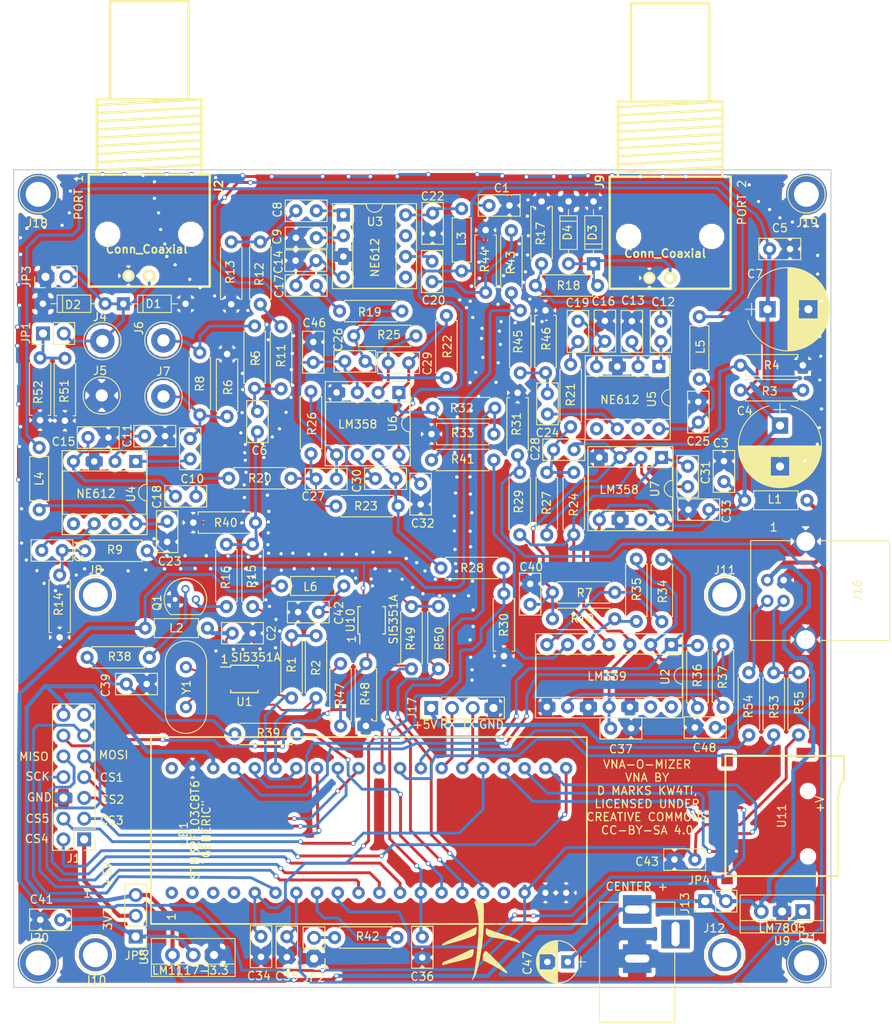
<source format=kicad_pcb>
(kicad_pcb (version 4) (host pcbnew 4.0.7)
  (layers (0 F.Cu signal) (31 B.Cu signal) (34 B.Paste user) (35 F.Paste user) (36 B.SilkS user) (37 F.SilkS user) (38 B.Mask user) (39 F.Mask user) (44 Edge.Cuts user))
  (net 0 "")
  (net 1 FILT5V)
  (net 2 GND)
  (net 3 "Net-(C2-Pad2)")
  (net 4 "Net-(C6-Pad1)")
  (net 5 "Net-(C8-Pad1)")
  (net 6 SAMPVOLT)
  (net 7 "Net-(C9-Pad1)")
  (net 8 "Net-(C10-Pad1)")
  (net 9 SAMPCUR)
  (net 10 "Net-(C11-Pad1)")
  (net 11 "Net-(C12-Pad1)")
  (net 12 SAMPCUR2)
  (net 13 "Net-(C13-Pad1)")
  (net 14 "Net-(C14-Pad2)")
  (net 15 "Net-(C15-Pad2)")
  (net 16 "Net-(C16-Pad2)")
  (net 17 "Net-(C17-Pad1)")
  (net 18 "Net-(C18-Pad1)")
  (net 19 "Net-(C19-Pad1)")
  (net 20 "Net-(C20-Pad1)")
  (net 21 "Net-(C21-Pad1)")
  (net 22 "Net-(C22-Pad2)")
  (net 23 "Net-(C23-Pad2)")
  (net 24 "Net-(C24-Pad1)")
  (net 25 "Net-(C25-Pad2)")
  (net 26 "Net-(C26-Pad1)")
  (net 27 "Net-(C27-Pad1)")
  (net 28 "Net-(C28-Pad1)")
  (net 29 "Net-(C29-Pad1)")
  (net 30 "Net-(C29-Pad2)")
  (net 31 "Net-(C30-Pad1)")
  (net 32 "Net-(C30-Pad2)")
  (net 33 "Net-(C31-Pad1)")
  (net 34 "Net-(C31-Pad2)")
  (net 35 DEMODCUR)
  (net 36 DEMODCUR2)
  (net 37 DEMODVOLT)
  (net 38 "Net-(D1-Pad1)")
  (net 39 "Net-(D3-Pad1)")
  (net 40 "Net-(J6-Pad1)")
  (net 41 SYNCSAMPLE)
  (net 42 SCL)
  (net 43 SDA)
  (net 44 +5V)
  (net 45 +3V3)
  (net 46 "Net-(J17-Pad2)")
  (net 47 "Net-(J17-Pad3)")
  (net 48 "Net-(JP1-Pad1)")
  (net 49 CLK0)
  (net 50 "Net-(R11-Pad1)")
  (net 51 "Net-(U1-Pad2)")
  (net 52 "Net-(U1-Pad3)")
  (net 53 "Net-(C47-Pad1)")
  (net 54 SYNCSAMPLE2)
  (net 55 "Net-(R34-Pad1)")
  (net 56 "Net-(R10-Pad1)")
  (net 57 "Net-(C39-Pad1)")
  (net 58 "Net-(Q1-Pad2)")
  (net 59 "Net-(Q1-Pad3)")
  (net 60 ATTEN)
  (net 61 "Net-(R15-Pad2)")
  (net 62 "Net-(R41-Pad1)")
  (net 63 PB12)
  (net 64 "Net-(JP2-Pad2)")
  (net 65 2V0)
  (net 66 "Net-(C41-Pad1)")
  (net 67 "Net-(J1-Pad1)")
  (net 68 CLK1B)
  (net 69 CLK1A)
  (net 70 CLK1C)
  (net 71 "Net-(R43-Pad2)")
  (net 72 "Net-(C42-Pad2)")
  (net 73 "Net-(R47-Pad1)")
  (net 74 "Net-(R47-Pad2)")
  (net 75 SCL2)
  (net 76 SDA2)
  (net 77 PB5)
  (net 78 PA8)
  (net 79 PB4)
  (net 80 PB3)
  (net 81 SCK1)
  (net 82 MOSI1)
  (net 83 MISO1)
  (net 84 PA1)
  (net 85 PA15)
  (net 86 NODISPLAY)
  (net 87 "Net-(R53-Pad1)")
  (net 88 "Net-(J16-Pad3)")
  (net 89 "Net-(R54-Pad1)")
  (net 90 "Net-(J16-Pad2)")
  (net 91 SD_CS)
  (net 92 "Net-(U11-Pad3)")
  (net 93 "Net-(U11-Pad7)")
  (net 94 "Net-(U11-Pad5)")
  (module VNA:VNAOMizer (layer F.Cu) (at 107.188 144.272)
    (fp_text reference G*** hide)
    (fp_text value LOGO hide)
  )
  (module VNA:BLUEPILL (layer F.Cu) (at 90.932 130.81 90)
    (fp_text reference UB1 (at -0.4064 -20.1422 270) (layer F.SilkS))
    (fp_text value BLUEPILL)
    (fp_text user "\"GENERIC\"" (at -0.2159 -17.3609 270) (layer F.SilkS))
    (fp_text user STM32F103C8T6 (at 0.0889 -18.7325 270) (layer F.SilkS))
    (pad 1 thru_hole circle (at -7.62 -21.59 90) (size 1.524 1.524) (drill 0.762) (layers *.Cu *.Mask))
    (pad 2 thru_hole circle (at -7.62 -19.05 90) (size 1.524 1.524) (drill 0.762) (layers *.Cu *.Mask))
    (pad 3 thru_hole circle (at -7.62 -16.51 90) (size 1.524 1.524) (drill 0.762) (layers *.Cu *.Mask))
    (pad 4 thru_hole circle (at -7.62 -13.97 90) (size 1.524 1.524) (drill 0.762) (layers *.Cu *.Mask))
    (pad 10 thru_hole circle (at -7.62 -11.43 90) (size 1.524 1.524) (drill 0.762) (layers *.Cu *.Mask) (net 35 DEMODCUR))
    (pad 11 thru_hole circle (at -7.62 -8.89 90) (size 1.524 1.524) (drill 0.762) (layers *.Cu *.Mask) (net 84 PA1))
    (pad 12 thru_hole circle (at -7.62 -6.35 90) (size 1.524 1.524) (drill 0.762) (layers *.Cu *.Mask) (net 36 DEMODCUR2))
    (pad 13 thru_hole circle (at -7.62 -3.81 90) (size 1.524 1.524) (drill 0.762) (layers *.Cu *.Mask) (net 86 NODISPLAY))
    (pad 14 thru_hole circle (at -7.62 -1.27 90) (size 1.524 1.524) (drill 0.762) (layers *.Cu *.Mask) (net 91 SD_CS))
    (pad 15 thru_hole circle (at -7.62 1.27 90) (size 1.524 1.524) (drill 0.762) (layers *.Cu *.Mask) (net 81 SCK1))
    (pad 16 thru_hole circle (at -7.62 3.81 90) (size 1.524 1.524) (drill 0.762) (layers *.Cu *.Mask) (net 83 MISO1))
    (pad 17 thru_hole circle (at -7.62 6.35 90) (size 1.524 1.524) (drill 0.762) (layers *.Cu *.Mask) (net 82 MOSI1))
    (pad 18 thru_hole circle (at -7.62 8.89 90) (size 1.524 1.524) (drill 0.762) (layers *.Cu *.Mask) (net 37 DEMODVOLT))
    (pad 19 thru_hole circle (at -7.62 11.43 90) (size 1.524 1.524) (drill 0.762) (layers *.Cu *.Mask) (net 60 ATTEN))
    (pad 21 thru_hole circle (at -7.62 13.97 90) (size 1.524 1.524) (drill 0.762) (layers *.Cu *.Mask) (net 75 SCL2))
    (pad 22 thru_hole circle (at -7.62 16.51 90) (size 1.524 1.524) (drill 0.762) (layers *.Cu *.Mask) (net 76 SDA2))
    (pad 7 thru_hole circle (at -7.62 19.05 90) (size 1.524 1.524) (drill 0.762) (layers *.Cu *.Mask))
    (pad 70 thru_hole circle (at -7.62 21.59 90) (size 1.524 1.524) (drill 0.762) (layers *.Cu *.Mask) (net 45 +3V3))
    (pad 71 thru_hole circle (at -7.62 24.13 90) (size 1.524 1.524) (drill 0.762) (layers *.Cu *.Mask) (net 2 GND))
    (pad 72 thru_hole circle (at -7.62 26.67 90) (size 1.524 1.524) (drill 0.762) (layers *.Cu *.Mask) (net 2 GND))
    (pad 73 thru_hole circle (at 7.62 -21.59 90) (size 1.524 1.524) (drill 0.762) (layers *.Cu *.Mask))
    (pad 74 thru_hole circle (at 7.62 -19.05 90) (size 1.524 1.524) (drill 0.762) (layers *.Cu *.Mask) (net 2 GND))
    (pad 75 thru_hole circle (at 7.62 -16.51 90) (size 1.524 1.524) (drill 0.762) (layers *.Cu *.Mask) (net 44 +5V))
    (pad 46 thru_hole circle (at 7.62 -13.97 90) (size 1.524 1.524) (drill 0.762) (layers *.Cu *.Mask) (net 54 SYNCSAMPLE2))
    (pad 45 thru_hole circle (at 7.62 -11.43 90) (size 1.524 1.524) (drill 0.762) (layers *.Cu *.Mask) (net 41 SYNCSAMPLE))
    (pad 43 thru_hole circle (at 7.62 -8.89 90) (size 1.524 1.524) (drill 0.762) (layers *.Cu *.Mask) (net 43 SDA))
    (pad 42 thru_hole circle (at 7.62 -6.35 90) (size 1.524 1.524) (drill 0.762) (layers *.Cu *.Mask) (net 42 SCL))
    (pad 41 thru_hole circle (at 7.62 -3.81 90) (size 1.524 1.524) (drill 0.762) (layers *.Cu *.Mask) (net 77 PB5))
    (pad 40 thru_hole circle (at 7.62 -1.27 90) (size 1.524 1.524) (drill 0.762) (layers *.Cu *.Mask) (net 79 PB4))
    (pad 39 thru_hole circle (at 7.62 1.27 90) (size 1.524 1.524) (drill 0.762) (layers *.Cu *.Mask) (net 80 PB3))
    (pad 38 thru_hole circle (at 7.62 3.81 90) (size 1.524 1.524) (drill 0.762) (layers *.Cu *.Mask) (net 85 PA15))
    (pad 33 thru_hole circle (at 7.62 6.35 90) (size 1.524 1.524) (drill 0.762) (layers *.Cu *.Mask) (net 87 "Net-(R53-Pad1)"))
    (pad 32 thru_hole circle (at 7.62 8.89 90) (size 1.524 1.524) (drill 0.762) (layers *.Cu *.Mask) (net 89 "Net-(R54-Pad1)"))
    (pad 31 thru_hole circle (at 7.62 11.43 90) (size 1.524 1.524) (drill 0.762) (layers *.Cu *.Mask) (net 46 "Net-(J17-Pad2)"))
    (pad 30 thru_hole circle (at 7.62 13.97 90) (size 1.524 1.524) (drill 0.762) (layers *.Cu *.Mask) (net 47 "Net-(J17-Pad3)"))
    (pad 29 thru_hole circle (at 7.62 16.51 90) (size 1.524 1.524) (drill 0.762) (layers *.Cu *.Mask) (net 78 PA8))
    (pad 28 thru_hole circle (at 7.62 19.05 90) (size 1.524 1.524) (drill 0.762) (layers *.Cu *.Mask) (net 92 "Net-(U11-Pad3)"))
    (pad 27 thru_hole circle (at 7.62 21.59 90) (size 1.524 1.524) (drill 0.762) (layers *.Cu *.Mask) (net 93 "Net-(U11-Pad7)"))
    (pad 26 thru_hole circle (at 7.62 24.13 90) (size 1.524 1.524) (drill 0.762) (layers *.Cu *.Mask) (net 94 "Net-(U11-Pad5)"))
    (pad 25 thru_hole circle (at 7.62 26.67 90) (size 1.524 1.524) (drill 0.762) (layers *.Cu *.Mask) (net 63 PB12))
  )
  (module VNA:GCT-MEM2055-00-190-01-A (layer F.Cu) (at 135.89 129.032 270)
    (fp_text reference U11 (at 0 -8.1 270) (layer F.SilkS))
    (fp_text value MicroSD_SPI_CD)
    (pad 8 smd rect (at 5.45 -0.8 270) (size 0.7 1.6) (layers F.Cu F.Paste F.Mask))
    (pad 7 smd rect (at 4.35 -0.8 270) (size 0.7 1.6) (layers F.Cu F.Paste F.Mask) (net 93 "Net-(U11-Pad7)"))
    (pad 6 smd rect (at 3.25 -0.8 270) (size 0.7 1.6) (layers F.Cu F.Paste F.Mask) (net 2 GND))
    (pad 5 smd rect (at 2.15 -0.8 270) (size 0.7 1.6) (layers F.Cu F.Paste F.Mask) (net 94 "Net-(U11-Pad5)"))
    (pad 4 smd rect (at 1.05 -0.8 270) (size 0.7 1.6) (layers F.Cu F.Paste F.Mask) (net 45 +3V3))
    (pad 3 smd rect (at -0.05 -0.8 270) (size 0.7 1.6) (layers F.Cu F.Paste F.Mask) (net 92 "Net-(U11-Pad3)"))
    (pad 2 smd rect (at -1.15 -0.8 270) (size 0.7 1.6) (layers F.Cu F.Paste F.Mask) (net 91 SD_CS))
    (pad 1 smd rect (at -2.25 -0.8 270) (size 0.7 1.6) (layers F.Cu F.Paste F.Mask))
    (pad 10 smd rect (at 7.75 -1.4 270) (size 1.2 1.4) (layers F.Cu F.Paste F.Mask))
    (pad "" smd rect (at -6.85 -1.4 270) (size 1.6 1.4) (layers F.Cu F.Paste F.Mask))
    (pad ~ smd rect (at -7.75 -11 90) (size 1.2 2.2) (layers F.Cu F.Paste F.Mask))
    (pad "" smd rect (at 7.75 -10.9 90) (size 1.2 2.2) (layers F.Cu F.Paste F.Mask))
    (pad 9 smd rect (at 6.55 -0.8 270) (size 0.7 1.6) (layers F.Cu F.Paste F.Mask))
    (pad "" np_thru_hole circle (at 4.95 -11.3 90) (size 1 1) (drill 1) (layers *.Cu *.Mask F.SilkS))
    (pad "" np_thru_hole circle (at -3.05 -11.3 90) (size 1 1) (drill 1) (layers *.Cu *.Mask F.SilkS))
  )
  (module Capacitors_THT:C_Disc_D5.0mm_W2.5mm_P2.50mm (layer F.Cu) (at 61.6 82.75 180)
    (fp_text reference C15 (at 5.5 -0.5 360) (layer F.SilkS))
    (fp_text value "330 pF")
    (pad 1 thru_hole circle (at 0 0 180) (size 1.6 1.6) (drill 0.8) (layers *.Cu *.Mask) (net 2 GND))
    (pad 2 thru_hole circle (at 2.5 0 180) (size 1.6 1.6) (drill 0.8) (layers *.Cu *.Mask) (net 15 "Net-(C15-Pad2)"))
  )
  (module TO_SOT_Packages_THT:TO-92_Molded_Narrow (layer F.Cu) (at 69.75 102.55)
    (fp_text reference Q1 (at -2.2 0.4 90) (layer F.SilkS))
    (fp_text value SS9018)
    (pad 2 thru_hole circle (at 1.27 -1.27 90) (size 1 1) (drill 0.6) (layers *.Cu *.Mask) (net 58 "Net-(Q1-Pad2)"))
    (pad 3 thru_hole circle (at 2.54 0 90) (size 1 1) (drill 0.6) (layers *.Cu *.Mask) (net 59 "Net-(Q1-Pad3)"))
    (pad 1 thru_hole rect (at 0 0 90) (size 1 1) (drill 0.6) (layers *.Cu *.Mask) (net 2 GND))
  )
  (module Capacitors_THT:C_Disc_D5.0mm_W2.5mm_P2.50mm (layer F.Cu) (at 115.316 79.883 90)
    (fp_text reference C24 (at -2.286 0 180) (layer F.SilkS))
    (fp_text value "100 nF")
    (pad 1 thru_hole circle (at 0 0 90) (size 1.6 1.6) (drill 0.8) (layers *.Cu *.Mask) (net 24 "Net-(C24-Pad1)"))
    (pad 2 thru_hole circle (at 2.5 0 90) (size 1.6 1.6) (drill 0.8) (layers *.Cu *.Mask) (net 70 CLK1C))
  )
  (module Housings_DIP:DIP-8_W7.62mm_Socket (layer F.Cu) (at 64.93764 85.6742 270)
    (fp_text reference U4 (at 3.994 0.598 270) (layer F.SilkS))
    (fp_text value SA612)
    (pad 1 thru_hole rect (at 0 0 270) (size 1.6 1.6) (drill 0.8) (layers *.Cu *.Mask) (net 8 "Net-(C10-Pad1)"))
    (pad 5 thru_hole oval (at 7.62 7.62 270) (size 1.6 1.6) (drill 0.8) (layers *.Cu *.Mask))
    (pad 2 thru_hole oval (at 0 2.54 270) (size 1.6 1.6) (drill 0.8) (layers *.Cu *.Mask) (net 10 "Net-(C11-Pad1)"))
    (pad 6 thru_hole oval (at 7.62 5.08 270) (size 1.6 1.6) (drill 0.8) (layers *.Cu *.Mask) (net 21 "Net-(C21-Pad1)"))
    (pad 3 thru_hole oval (at 0 5.08 270) (size 1.6 1.6) (drill 0.8) (layers *.Cu *.Mask) (net 2 GND))
    (pad 7 thru_hole oval (at 7.62 2.54 270) (size 1.6 1.6) (drill 0.8) (layers *.Cu *.Mask))
    (pad 4 thru_hole oval (at 0 7.62 270) (size 1.6 1.6) (drill 0.8) (layers *.Cu *.Mask) (net 15 "Net-(C15-Pad2)"))
    (pad 8 thru_hole oval (at 7.62 0 270) (size 1.6 1.6) (drill 0.8) (layers *.Cu *.Mask) (net 23 "Net-(C23-Pad2)"))
  )
  (module Housings_DIP:DIP-14_W7.62mm_Socket (layer F.Cu) (at 130.4798 108.077 270)
    (fp_text reference U2 (at 3.937 0.762 270) (layer F.SilkS))
    (fp_text value LM339)
    (pad 1 thru_hole rect (at 0 0 270) (size 1.6 1.6) (drill 0.8) (layers *.Cu *.Mask) (net 41 SYNCSAMPLE))
    (pad 8 thru_hole oval (at 7.62 15.24 270) (size 1.6 1.6) (drill 0.8) (layers *.Cu *.Mask) (net 2 GND))
    (pad 2 thru_hole oval (at 0 2.54 270) (size 1.6 1.6) (drill 0.8) (layers *.Cu *.Mask) (net 54 SYNCSAMPLE2))
    (pad 9 thru_hole oval (at 7.62 12.7 270) (size 1.6 1.6) (drill 0.8) (layers *.Cu *.Mask) (net 1 FILT5V))
    (pad 3 thru_hole oval (at 0 5.08 270) (size 1.6 1.6) (drill 0.8) (layers *.Cu *.Mask) (net 1 FILT5V))
    (pad 10 thru_hole oval (at 7.62 10.16 270) (size 1.6 1.6) (drill 0.8) (layers *.Cu *.Mask) (net 2 GND))
    (pad 4 thru_hole oval (at 0 7.62 270) (size 1.6 1.6) (drill 0.8) (layers *.Cu *.Mask) (net 33 "Net-(C31-Pad1)"))
    (pad 11 thru_hole oval (at 7.62 7.62 270) (size 1.6 1.6) (drill 0.8) (layers *.Cu *.Mask) (net 1 FILT5V))
    (pad 5 thru_hole oval (at 0 10.16 270) (size 1.6 1.6) (drill 0.8) (layers *.Cu *.Mask) (net 56 "Net-(R10-Pad1)"))
    (pad 12 thru_hole oval (at 7.62 5.08 270) (size 1.6 1.6) (drill 0.8) (layers *.Cu *.Mask) (net 2 GND))
    (pad 6 thru_hole oval (at 0 12.7 270) (size 1.6 1.6) (drill 0.8) (layers *.Cu *.Mask) (net 62 "Net-(R41-Pad1)"))
    (pad 13 thru_hole oval (at 7.62 2.54 270) (size 1.6 1.6) (drill 0.8) (layers *.Cu *.Mask))
    (pad 7 thru_hole oval (at 0 15.24 270) (size 1.6 1.6) (drill 0.8) (layers *.Cu *.Mask) (net 55 "Net-(R34-Pad1)"))
    (pad 14 thru_hole oval (at 7.62 0 270) (size 1.6 1.6) (drill 0.8) (layers *.Cu *.Mask))
  )
  (module Resistors_THT:R_Axial_DIN0207_L6.3mm_D2.5mm_P7.62mm_Horizontal (layer F.Cu) (at 76.02474 95.80626 270)
    (fp_text reference R16 (at 4.0386 0.0762 270) (layer F.SilkS))
    (fp_text value 51R)
    (pad 1 thru_hole circle (at 0 0 270) (size 1.6 1.6) (drill 0.8) (layers *.Cu *.Mask) (net 4 "Net-(C6-Pad1)"))
    (pad 2 thru_hole oval (at 7.62 0 270) (size 1.6 1.6) (drill 0.8) (layers *.Cu *.Mask) (net 59 "Net-(Q1-Pad3)"))
  )
  (module Capacitors_THT:C_Disc_D5.0mm_W2.5mm_P2.50mm (layer F.Cu) (at 66.025 82.575)
    (fp_text reference C11 (at -2.1336 -0.0508 90) (layer F.SilkS))
    (fp_text value "100 nF")
    (pad 1 thru_hole circle (at 0 0) (size 1.6 1.6) (drill 0.8) (layers *.Cu *.Mask) (net 10 "Net-(C11-Pad1)"))
    (pad 2 thru_hole circle (at 2.5 0) (size 1.6 1.6) (drill 0.8) (layers *.Cu *.Mask) (net 2 GND))
  )
  (module Connectors:1pin (layer F.Cu) (at 68.326 77.724)
    (fp_text reference J7 (at 0 -3.048) (layer F.SilkS))
    (fp_text value Conn_01x01)
    (pad 1 thru_hole circle (at 0 0) (size 3 3) (drill 1.5) (layers *.Cu *.Mask) (net 9 SAMPCUR))
  )
  (module Connectors:1pin (layer F.Cu) (at 60.775 77.6)
    (fp_text reference J5 (at -0.2032 -3.0226) (layer F.SilkS))
    (fp_text value Conn_01x01)
    (pad 1 thru_hole circle (at 0 0) (size 3 3) (drill 1.5) (layers *.Cu *.Mask) (net 2 GND))
  )
  (module Diodes_THT:D_DO-35_SOD27_P7.62mm_Horizontal (layer F.Cu) (at 120.94464 61.4934 90)
    (fp_text reference D3 (at 3.81 -0.127 90) (layer F.SilkS))
    (fp_text value 1N4148)
    (pad 1 thru_hole rect (at 0 0 90) (size 1.6 1.6) (drill 0.8) (layers *.Cu *.Mask) (net 39 "Net-(D3-Pad1)"))
    (pad 2 thru_hole oval (at 7.62 0 90) (size 1.6 1.6) (drill 0.8) (layers *.Cu *.Mask) (net 2 GND))
  )
  (module Diodes_THT:D_DO-35_SOD27_P7.62mm_Horizontal (layer F.Cu) (at 117.89664 53.8734 270)
    (fp_text reference D4 (at 3.81 0.127 270) (layer F.SilkS))
    (fp_text value 1N4148)
    (pad 1 thru_hole rect (at 0 0 270) (size 1.6 1.6) (drill 0.8) (layers *.Cu *.Mask) (net 2 GND))
    (pad 2 thru_hole oval (at 7.62 0 270) (size 1.6 1.6) (drill 0.8) (layers *.Cu *.Mask) (net 39 "Net-(D3-Pad1)"))
  )
  (module Capacitors_THT:C_Disc_D5.0mm_W2.5mm_P2.50mm (layer F.Cu) (at 108.1659 54.3687)
    (fp_text reference C1 (at 1.5621 -2.1336 180) (layer F.SilkS))
    (fp_text value "100 nF")
    (pad 1 thru_hole circle (at 0 0) (size 1.6 1.6) (drill 0.8) (layers *.Cu *.Mask) (net 1 FILT5V))
    (pad 2 thru_hole circle (at 2.5 0) (size 1.6 1.6) (drill 0.8) (layers *.Cu *.Mask) (net 2 GND))
  )
  (module Capacitors_THT:C_Disc_D5.0mm_W2.5mm_P2.50mm (layer F.Cu) (at 79.248 106.68 180)
    (fp_text reference C2 (at -2.286 0 270) (layer F.SilkS))
    (fp_text value "100 nF")
    (pad 1 thru_hole circle (at 0 0 180) (size 1.6 1.6) (drill 0.8) (layers *.Cu *.Mask) (net 2 GND))
    (pad 2 thru_hole circle (at 2.5 0 180) (size 1.6 1.6) (drill 0.8) (layers *.Cu *.Mask) (net 3 "Net-(C2-Pad2)"))
  )
  (module Capacitors_THT:C_Disc_D5.0mm_W2.5mm_P2.50mm (layer F.Cu) (at 136.906 88.138 90)
    (fp_text reference C3 (at 4.699 -0.381 180) (layer F.SilkS))
    (fp_text value "100 nF")
    (pad 1 thru_hole circle (at 0 0 90) (size 1.6 1.6) (drill 0.8) (layers *.Cu *.Mask) (net 1 FILT5V))
    (pad 2 thru_hole circle (at 2.5 0 90) (size 1.6 1.6) (drill 0.8) (layers *.Cu *.Mask) (net 2 GND))
  )
  (module Capacitors_THT:C_Disc_D5.0mm_W2.5mm_P2.50mm (layer F.Cu) (at 142.494 59.69)
    (fp_text reference C5 (at 1.25 -2.56) (layer F.SilkS))
    (fp_text value "100 nF")
    (pad 1 thru_hole circle (at 0 0) (size 1.6 1.6) (drill 0.8) (layers *.Cu *.Mask) (net 65 2V0))
    (pad 2 thru_hole circle (at 2.5 0) (size 1.6 1.6) (drill 0.8) (layers *.Cu *.Mask) (net 2 GND))
  )
  (module Capacitors_THT:C_Disc_D5.0mm_W2.5mm_P2.50mm (layer F.Cu) (at 79.82204 82.0547 90)
    (fp_text reference C6 (at -2.286 0.254 360) (layer F.SilkS))
    (fp_text value "100 nF")
    (pad 1 thru_hole circle (at 0 0 90) (size 1.6 1.6) (drill 0.8) (layers *.Cu *.Mask) (net 4 "Net-(C6-Pad1)"))
    (pad 2 thru_hole circle (at 2.5 0 90) (size 1.6 1.6) (drill 0.8) (layers *.Cu *.Mask) (net 49 CLK0))
  )
  (module Capacitors_THT:C_Disc_D5.0mm_W2.5mm_P2.50mm (layer F.Cu) (at 87.03564 55.0164 180)
    (fp_text reference C8 (at 4.7498 0.1397 270) (layer F.SilkS))
    (fp_text value "100 nF")
    (pad 1 thru_hole circle (at 0 0 180) (size 1.6 1.6) (drill 0.8) (layers *.Cu *.Mask) (net 5 "Net-(C8-Pad1)"))
    (pad 2 thru_hole circle (at 2.5 0 180) (size 1.6 1.6) (drill 0.8) (layers *.Cu *.Mask) (net 6 SAMPVOLT))
  )
  (module Capacitors_THT:C_Disc_D5.0mm_W2.5mm_P2.50mm (layer F.Cu) (at 87.03564 58.3184 180)
    (fp_text reference C9 (at 4.8006 0.1397 270) (layer F.SilkS))
    (fp_text value "100 nF")
    (pad 1 thru_hole circle (at 0 0 180) (size 1.6 1.6) (drill 0.8) (layers *.Cu *.Mask) (net 7 "Net-(C9-Pad1)"))
    (pad 2 thru_hole circle (at 2.5 0 180) (size 1.6 1.6) (drill 0.8) (layers *.Cu *.Mask) (net 2 GND))
  )
  (module Capacitors_THT:C_Disc_D5.0mm_W2.5mm_P2.50mm (layer F.Cu) (at 71.6 85.375 90)
    (fp_text reference C10 (at -2.4384 0.254 180) (layer F.SilkS))
    (fp_text value "100 nF")
    (pad 1 thru_hole circle (at 0 0 90) (size 1.6 1.6) (drill 0.8) (layers *.Cu *.Mask) (net 8 "Net-(C10-Pad1)"))
    (pad 2 thru_hole circle (at 2.5 0 90) (size 1.6 1.6) (drill 0.8) (layers *.Cu *.Mask) (net 9 SAMPCUR))
  )
  (module Capacitors_THT:C_Disc_D5.0mm_W2.5mm_P2.50mm (layer F.Cu) (at 129.19964 71.0184 90)
    (fp_text reference C12 (at 4.8514 0.2794 360) (layer F.SilkS))
    (fp_text value "100 nF")
    (pad 1 thru_hole circle (at 0 0 90) (size 1.6 1.6) (drill 0.8) (layers *.Cu *.Mask) (net 11 "Net-(C12-Pad1)"))
    (pad 2 thru_hole circle (at 2.5 0 90) (size 1.6 1.6) (drill 0.8) (layers *.Cu *.Mask) (net 12 SAMPCUR2))
  )
  (module Capacitors_THT:C_Disc_D5.0mm_W2.5mm_P2.50mm (layer F.Cu) (at 125.64364 71.0184 90)
    (fp_text reference C13 (at 5.0292 0.127 180) (layer F.SilkS))
    (fp_text value "100 nF")
    (pad 1 thru_hole circle (at 0 0 90) (size 1.6 1.6) (drill 0.8) (layers *.Cu *.Mask) (net 13 "Net-(C13-Pad1)"))
    (pad 2 thru_hole circle (at 2.5 0 90) (size 1.6 1.6) (drill 0.8) (layers *.Cu *.Mask) (net 2 GND))
  )
  (module Capacitors_THT:C_Disc_D5.0mm_W2.5mm_P2.50mm (layer F.Cu) (at 84.49564 61.1124)
    (fp_text reference C14 (at -2.11328 0.1778 90) (layer F.SilkS))
    (fp_text value "330 pF")
    (pad 1 thru_hole circle (at 0 0) (size 1.6 1.6) (drill 0.8) (layers *.Cu *.Mask) (net 2 GND))
    (pad 2 thru_hole circle (at 2.5 0) (size 1.6 1.6) (drill 0.8) (layers *.Cu *.Mask) (net 14 "Net-(C14-Pad2)"))
  )
  (module Capacitors_THT:C_Disc_D5.0mm_W2.5mm_P2.50mm (layer F.Cu) (at 122.34164 68.4784 270)
    (fp_text reference C16 (at -2.3876 0.1778 360) (layer F.SilkS))
    (fp_text value "330 pF")
    (pad 1 thru_hole circle (at 0 0 270) (size 1.6 1.6) (drill 0.8) (layers *.Cu *.Mask) (net 2 GND))
    (pad 2 thru_hole circle (at 2.5 0 270) (size 1.6 1.6) (drill 0.8) (layers *.Cu *.Mask) (net 16 "Net-(C16-Pad2)"))
  )
  (module Capacitors_THT:C_Disc_D5.0mm_W2.5mm_P2.50mm (layer F.Cu) (at 87.03564 64.1604 180)
    (fp_text reference C17 (at 4.5466 -0.09144 270) (layer F.SilkS))
    (fp_text value "100 nF")
    (pad 1 thru_hole circle (at 0 0 180) (size 1.6 1.6) (drill 0.8) (layers *.Cu *.Mask) (net 17 "Net-(C17-Pad1)"))
    (pad 2 thru_hole circle (at 2.5 0 180) (size 1.6 1.6) (drill 0.8) (layers *.Cu *.Mask) (net 14 "Net-(C14-Pad2)"))
  )
  (module Capacitors_THT:C_Disc_D5.0mm_W2.5mm_P2.50mm (layer F.Cu) (at 72.30364 89.9414 180)
    (fp_text reference C18 (at 4.7752 -0.0635 450) (layer F.SilkS))
    (fp_text value "100 nF")
    (pad 1 thru_hole circle (at 0 0 180) (size 1.6 1.6) (drill 0.8) (layers *.Cu *.Mask) (net 18 "Net-(C18-Pad1)"))
    (pad 2 thru_hole circle (at 2.5 0 180) (size 1.6 1.6) (drill 0.8) (layers *.Cu *.Mask) (net 15 "Net-(C15-Pad2)"))
  )
  (module Capacitors_THT:C_Disc_D5.0mm_W2.5mm_P2.50mm (layer F.Cu) (at 119.03964 71.0184 90)
    (fp_text reference C19 (at 4.7498 -0.0508 180) (layer F.SilkS))
    (fp_text value "100 nF")
    (pad 1 thru_hole circle (at 0 0 90) (size 1.6 1.6) (drill 0.8) (layers *.Cu *.Mask) (net 19 "Net-(C19-Pad1)"))
    (pad 2 thru_hole circle (at 2.5 0 90) (size 1.6 1.6) (drill 0.8) (layers *.Cu *.Mask) (net 16 "Net-(C16-Pad2)"))
  )
  (module Capacitors_THT:C_Disc_D5.0mm_W2.5mm_P2.50mm (layer F.Cu) (at 101.19614 61.1886 270)
    (fp_text reference C20 (at 4.77012 -0.18034 360) (layer F.SilkS))
    (fp_text value "100 nF")
    (pad 1 thru_hole circle (at 0 0 270) (size 1.6 1.6) (drill 0.8) (layers *.Cu *.Mask) (net 20 "Net-(C20-Pad1)"))
    (pad 2 thru_hole circle (at 2.5 0 270) (size 1.6 1.6) (drill 0.8) (layers *.Cu *.Mask) (net 68 CLK1B))
  )
  (module Capacitors_THT:C_Disc_D5.0mm_W2.5mm_P2.50mm (layer F.Cu) (at 53.4416 96.56064)
    (fp_text reference C21 (at 4.572 0 90) (layer F.SilkS))
    (fp_text value "100 nF")
    (pad 1 thru_hole circle (at 0 0) (size 1.6 1.6) (drill 0.8) (layers *.Cu *.Mask) (net 21 "Net-(C21-Pad1)"))
    (pad 2 thru_hole circle (at 2.5 0) (size 1.6 1.6) (drill 0.8) (layers *.Cu *.Mask) (net 69 CLK1A))
  )
  (module Capacitors_THT:C_Disc_D5.0mm_W2.5mm_P2.50mm (layer F.Cu) (at 101.25964 57.8104 90)
    (fp_text reference C22 (at 4.572 0 180) (layer F.SilkS))
    (fp_text value "100 nF")
    (pad 1 thru_hole circle (at 0 0 90) (size 1.6 1.6) (drill 0.8) (layers *.Cu *.Mask) (net 2 GND))
    (pad 2 thru_hole circle (at 2.5 0 90) (size 1.6 1.6) (drill 0.8) (layers *.Cu *.Mask) (net 22 "Net-(C22-Pad2)"))
  )
  (module Capacitors_THT:C_Disc_D5.0mm_W2.5mm_P2.50mm (layer F.Cu) (at 68.7832 95.504 90)
    (fp_text reference C23 (at -2.3876 0.3048 180) (layer F.SilkS))
    (fp_text value "100 nF")
    (pad 1 thru_hole circle (at 0 0 90) (size 1.6 1.6) (drill 0.8) (layers *.Cu *.Mask) (net 2 GND))
    (pad 2 thru_hole circle (at 2.5 0 90) (size 1.6 1.6) (drill 0.8) (layers *.Cu *.Mask) (net 23 "Net-(C23-Pad2)"))
  )
  (module Capacitors_THT:C_Disc_D5.0mm_W2.5mm_P2.50mm (layer F.Cu) (at 133.77164 78.3844 270)
    (fp_text reference C25 (at 4.826 0 360) (layer F.SilkS))
    (fp_text value "100 nF")
    (pad 1 thru_hole circle (at 0 0 270) (size 1.6 1.6) (drill 0.8) (layers *.Cu *.Mask) (net 2 GND))
    (pad 2 thru_hole circle (at 2.5 0 270) (size 1.6 1.6) (drill 0.8) (layers *.Cu *.Mask) (net 25 "Net-(C25-Pad2)"))
  )
  (module Capacitors_THT:C_Disc_D5.0mm_W2.5mm_P2.50mm (layer F.Cu) (at 93.00464 73.4314 180)
    (fp_text reference C26 (at 3.302 2.667 450) (layer F.SilkS))
    (fp_text value "10 nF")
    (pad 1 thru_hole circle (at 0 0 180) (size 1.6 1.6) (drill 0.8) (layers *.Cu *.Mask) (net 26 "Net-(C26-Pad1)"))
    (pad 2 thru_hole circle (at 2.5 0 180) (size 1.6 1.6) (drill 0.8) (layers *.Cu *.Mask) (net 65 2V0))
  )
  (module Capacitors_THT:C_Disc_D5.0mm_W2.5mm_P2.50mm (layer F.Cu) (at 86.98484 87.8205)
    (fp_text reference C27 (at -0.3302 2.1209) (layer F.SilkS))
    (fp_text value "10 nF")
    (pad 1 thru_hole circle (at 0 0) (size 1.6 1.6) (drill 0.8) (layers *.Cu *.Mask) (net 27 "Net-(C27-Pad1)"))
    (pad 2 thru_hole circle (at 2.5 0) (size 1.6 1.6) (drill 0.8) (layers *.Cu *.Mask) (net 65 2V0))
  )
  (module Capacitors_THT:C_Disc_D5.0mm_W2.5mm_P2.50mm (layer F.Cu) (at 116.06276 84.2391)
    (fp_text reference C28 (at -2.2352 -0.08382 90) (layer F.SilkS))
    (fp_text value "10 nF")
    (pad 1 thru_hole circle (at 0 0) (size 1.6 1.6) (drill 0.8) (layers *.Cu *.Mask) (net 28 "Net-(C28-Pad1)"))
    (pad 2 thru_hole circle (at 2.5 0) (size 1.6 1.6) (drill 0.8) (layers *.Cu *.Mask) (net 65 2V0))
  )
  (module Capacitors_THT:C_Disc_D5.0mm_W2.5mm_P2.50mm (layer F.Cu) (at 98.33864 73.6092 180)
    (fp_text reference C29 (at -2.286 -0.0762 270) (layer F.SilkS))
    (fp_text value "68 pF")
    (pad 1 thru_hole circle (at 0 0 180) (size 1.6 1.6) (drill 0.8) (layers *.Cu *.Mask) (net 29 "Net-(C29-Pad1)"))
    (pad 2 thru_hole circle (at 2.5 0 180) (size 1.6 1.6) (drill 0.8) (layers *.Cu *.Mask) (net 30 "Net-(C29-Pad2)"))
  )
  (module Capacitors_THT:C_Disc_D5.0mm_W2.5mm_P2.50mm (layer F.Cu) (at 96.75114 87.7824 180)
    (fp_text reference C30 (at 4.7625 -0.254 450) (layer F.SilkS))
    (fp_text value "68 pF")
    (pad 1 thru_hole circle (at 0 0 180) (size 1.6 1.6) (drill 0.8) (layers *.Cu *.Mask) (net 31 "Net-(C30-Pad1)"))
    (pad 2 thru_hole circle (at 2.5 0 180) (size 1.6 1.6) (drill 0.8) (layers *.Cu *.Mask) (net 32 "Net-(C30-Pad2)"))
  )
  (module Capacitors_THT:C_Disc_D5.0mm_W2.5mm_P2.50mm (layer F.Cu) (at 132.47624 86.2584 270)
    (fp_text reference C31 (at 0.762 -2.1844 450) (layer F.SilkS))
    (fp_text value "68 pF")
    (pad 1 thru_hole circle (at 0 0 270) (size 1.6 1.6) (drill 0.8) (layers *.Cu *.Mask) (net 33 "Net-(C31-Pad1)"))
    (pad 2 thru_hole circle (at 2.5 0 270) (size 1.6 1.6) (drill 0.8) (layers *.Cu *.Mask) (net 34 "Net-(C31-Pad2)"))
  )
  (module Capacitors_THT:C_Disc_D5.0mm_W2.5mm_P2.50mm (layer F.Cu) (at 99.79914 88.4174 270)
    (fp_text reference C32 (at 4.826 -0.254 360) (layer F.SilkS))
    (fp_text value "100 nF")
    (pad 1 thru_hole circle (at 0 0 270) (size 1.6 1.6) (drill 0.8) (layers *.Cu *.Mask) (net 1 FILT5V))
    (pad 2 thru_hole circle (at 2.5 0 270) (size 1.6 1.6) (drill 0.8) (layers *.Cu *.Mask) (net 2 GND))
  )
  (module Capacitors_THT:C_Disc_D5.0mm_W2.5mm_P2.50mm (layer F.Cu) (at 135.06704 91.567 180)
    (fp_text reference C33 (at -2.159 -0.2286 450) (layer F.SilkS))
    (fp_text value "100 nF")
    (pad 1 thru_hole circle (at 0 0 180) (size 1.6 1.6) (drill 0.8) (layers *.Cu *.Mask) (net 1 FILT5V))
    (pad 2 thru_hole circle (at 2.5 0 180) (size 1.6 1.6) (drill 0.8) (layers *.Cu *.Mask) (net 2 GND))
  )
  (module Capacitors_THT:C_Disc_D5.0mm_W2.5mm_P2.50mm (layer F.Cu) (at 80.264 143.764 270)
    (fp_text reference C34 (at 4.826 0.254 360) (layer F.SilkS))
    (fp_text value "1 nF")
    (pad 1 thru_hole circle (at 0 0 270) (size 1.6 1.6) (drill 0.8) (layers *.Cu *.Mask) (net 35 DEMODCUR))
    (pad 2 thru_hole circle (at 2.5 0 270) (size 1.6 1.6) (drill 0.8) (layers *.Cu *.Mask) (net 2 GND))
  )
  (module Capacitors_THT:C_Disc_D5.0mm_W2.5mm_P2.50mm (layer F.Cu) (at 83.425 143.8 270)
    (fp_text reference C35 (at 4.826 0 360) (layer F.SilkS))
    (fp_text value "1 nF")
    (pad 1 thru_hole circle (at 0 0 270) (size 1.6 1.6) (drill 0.8) (layers *.Cu *.Mask) (net 36 DEMODCUR2))
    (pad 2 thru_hole circle (at 2.5 0 270) (size 1.6 1.6) (drill 0.8) (layers *.Cu *.Mask) (net 2 GND))
  )
  (module Capacitors_THT:C_Disc_D5.0mm_W2.5mm_P2.50mm (layer F.Cu) (at 99.9998 143.8402 270)
    (fp_text reference C36 (at 4.826 0 360) (layer F.SilkS))
    (fp_text value "1 nF")
    (pad 1 thru_hole circle (at 0 0 270) (size 1.6 1.6) (drill 0.8) (layers *.Cu *.Mask) (net 37 DEMODVOLT))
    (pad 2 thru_hole circle (at 2.5 0 270) (size 1.6 1.6) (drill 0.8) (layers *.Cu *.Mask) (net 2 GND))
  )
  (module Diodes_THT:D_DO-35_SOD27_P7.62mm_Horizontal (layer F.Cu) (at 63.41364 66.3956)
    (fp_text reference D1 (at 3.683 0) (layer F.SilkS))
    (fp_text value 1N4148)
    (pad 1 thru_hole rect (at 0 0) (size 1.6 1.6) (drill 0.8) (layers *.Cu *.Mask) (net 38 "Net-(D1-Pad1)"))
    (pad 2 thru_hole oval (at 7.62 0) (size 1.6 1.6) (drill 0.8) (layers *.Cu *.Mask) (net 2 GND))
  )
  (module Diodes_THT:D_DO-35_SOD27_P7.62mm_Horizontal (layer F.Cu) (at 53.57114 66.3829)
    (fp_text reference D2 (at 3.683 0.127) (layer F.SilkS))
    (fp_text value 1N4148)
    (pad 1 thru_hole rect (at 0 0) (size 1.6 1.6) (drill 0.8) (layers *.Cu *.Mask) (net 2 GND))
    (pad 2 thru_hole oval (at 7.62 0) (size 1.6 1.6) (drill 0.8) (layers *.Cu *.Mask) (net 38 "Net-(D1-Pad1)"))
  )
  (module Connectors:1pin (layer F.Cu) (at 60.85 70.95)
    (fp_text reference J4 (at -0.3 -2.95 180) (layer F.SilkS))
    (fp_text value Conn_01x01)
    (pad 1 thru_hole circle (at 0 0) (size 3 3) (drill 1.5) (layers *.Cu *.Mask) (net 38 "Net-(D1-Pad1)"))
  )
  (module Connectors:1pin (layer F.Cu) (at 68.326 70.866)
    (fp_text reference J6 (at -2.9972 -1.4986 90) (layer F.SilkS))
    (fp_text value Conn_01x01)
    (pad 1 thru_hole circle (at 0 0) (size 3 3) (drill 1.5) (layers *.Cu *.Mask) (net 40 "Net-(J6-Pad1)"))
  )
  (module Pin_Headers:Pin_Header_Straight_1x04_Pitch2.54mm (layer F.Cu) (at 101.092 115.824 90)
    (fp_text reference J17 (at 0 -2.33 90) (layer F.SilkS))
    (fp_text value Conn_01x04)
    (pad 1 thru_hole rect (at 0 0 90) (size 1.7 1.7) (drill 1) (layers *.Cu *.Mask) (net 44 +5V))
    (pad 2 thru_hole oval (at 0 2.54 90) (size 1.7 1.7) (drill 1) (layers *.Cu *.Mask) (net 46 "Net-(J17-Pad2)"))
    (pad 3 thru_hole oval (at 0 5.08 90) (size 1.7 1.7) (drill 1) (layers *.Cu *.Mask) (net 47 "Net-(J17-Pad3)"))
    (pad 4 thru_hole oval (at 0 7.62 90) (size 1.7 1.7) (drill 1) (layers *.Cu *.Mask) (net 2 GND))
  )
  (module Inductors_THT:L_Axial_L5.3mm_D2.2mm_P7.62mm_Horizontal_Vishay_IM-1 (layer F.Cu) (at 139.446 90.424)
    (fp_text reference L1 (at 3.683 -0.127) (layer F.SilkS))
    (fp_text value Ferrite_Bead_Small)
    (pad 1 thru_hole circle (at 0 0) (size 1.6 1.6) (drill 0.8) (layers *.Cu *.Mask) (net 1 FILT5V))
    (pad 2 thru_hole oval (at 7.62 0) (size 1.6 1.6) (drill 0.8) (layers *.Cu *.Mask) (net 44 +5V))
  )
  (module Inductors_THT:L_Axial_L5.3mm_D2.2mm_P7.62mm_Horizontal_Vishay_IM-1 (layer F.Cu) (at 73.7108 106.0577 180)
    (fp_text reference L2 (at 3.81 0 180) (layer F.SilkS))
    (fp_text value Ferrite_Bead_Small)
    (pad 1 thru_hole circle (at 0 0 180) (size 1.6 1.6) (drill 0.8) (layers *.Cu *.Mask) (net 3 "Net-(C2-Pad2)"))
    (pad 2 thru_hole oval (at 7.62 0 180) (size 1.6 1.6) (drill 0.8) (layers *.Cu *.Mask) (net 45 +3V3))
  )
  (module Inductors_THT:L_Axial_L5.3mm_D2.2mm_P7.62mm_Horizontal_Vishay_IM-1 (layer F.Cu) (at 104.81564 54.7624 270)
    (fp_text reference L3 (at 3.683 0 270) (layer F.SilkS))
    (fp_text value Ferrite_Bead_Small)
    (pad 1 thru_hole circle (at 0 0 270) (size 1.6 1.6) (drill 0.8) (layers *.Cu *.Mask) (net 22 "Net-(C22-Pad2)"))
    (pad 2 thru_hole oval (at 7.62 0 270) (size 1.6 1.6) (drill 0.8) (layers *.Cu *.Mask) (net 1 FILT5V))
  )
  (module Inductors_THT:L_Axial_L5.3mm_D2.2mm_P7.62mm_Horizontal_Vishay_IM-1 (layer F.Cu) (at 53.12664 91.5924 90)
    (fp_text reference L4 (at 3.81 0 90) (layer F.SilkS))
    (fp_text value Ferrite_Bead_Small)
    (pad 1 thru_hole circle (at 0 0 90) (size 1.6 1.6) (drill 0.8) (layers *.Cu *.Mask) (net 23 "Net-(C23-Pad2)"))
    (pad 2 thru_hole oval (at 7.62 0 90) (size 1.6 1.6) (drill 0.8) (layers *.Cu *.Mask) (net 1 FILT5V))
  )
  (module Inductors_THT:L_Axial_L5.3mm_D2.2mm_P7.62mm_Horizontal_Vishay_IM-1 (layer F.Cu) (at 133.89864 75.5904 90)
    (fp_text reference L5 (at 3.937 0.127 90) (layer F.SilkS))
    (fp_text value Ferrite_Bead_Small)
    (pad 1 thru_hole circle (at 0 0 90) (size 1.6 1.6) (drill 0.8) (layers *.Cu *.Mask) (net 25 "Net-(C25-Pad2)"))
    (pad 2 thru_hole oval (at 7.62 0 90) (size 1.6 1.6) (drill 0.8) (layers *.Cu *.Mask) (net 1 FILT5V))
  )
  (module Resistors_THT:R_Axial_DIN0207_L6.3mm_D2.5mm_P7.62mm_Horizontal (layer F.Cu) (at 84 114.6 90)
    (fp_text reference R1 (at 4.064 0 90) (layer F.SilkS))
    (fp_text value " 10k")
    (pad 1 thru_hole circle (at 0 0 90) (size 1.6 1.6) (drill 0.8) (layers *.Cu *.Mask) (net 42 SCL))
    (pad 2 thru_hole oval (at 7.62 0 90) (size 1.6 1.6) (drill 0.8) (layers *.Cu *.Mask) (net 3 "Net-(C2-Pad2)"))
  )
  (module Resistors_THT:R_Axial_DIN0207_L6.3mm_D2.5mm_P7.62mm_Horizontal (layer F.Cu) (at 87 114.6 90)
    (fp_text reference R2 (at 3.683 0 90) (layer F.SilkS))
    (fp_text value " 10k")
    (pad 1 thru_hole circle (at 0 0 90) (size 1.6 1.6) (drill 0.8) (layers *.Cu *.Mask) (net 43 SDA))
    (pad 2 thru_hole oval (at 7.62 0 90) (size 1.6 1.6) (drill 0.8) (layers *.Cu *.Mask) (net 3 "Net-(C2-Pad2)"))
  )
  (module Resistors_THT:R_Axial_DIN0207_L6.3mm_D2.5mm_P7.62mm_Horizontal (layer F.Cu) (at 138.938 76.962)
    (fp_text reference R3 (at 3.556 0.127) (layer F.SilkS))
    (fp_text value 1k)
    (pad 1 thru_hole circle (at 0 0) (size 1.6 1.6) (drill 0.8) (layers *.Cu *.Mask) (net 1 FILT5V))
    (pad 2 thru_hole oval (at 7.62 0) (size 1.6 1.6) (drill 0.8) (layers *.Cu *.Mask) (net 65 2V0))
  )
  (module Resistors_THT:R_Axial_DIN0207_L6.3mm_D2.5mm_P7.62mm_Horizontal (layer F.Cu) (at 138.938 73.914)
    (fp_text reference R4 (at 3.81 0) (layer F.SilkS))
    (fp_text value 680R)
    (pad 1 thru_hole circle (at 0 0) (size 1.6 1.6) (drill 0.8) (layers *.Cu *.Mask) (net 65 2V0))
    (pad 2 thru_hole oval (at 7.62 0) (size 1.6 1.6) (drill 0.8) (layers *.Cu *.Mask) (net 2 GND))
  )
  (module Resistors_THT:R_Axial_DIN0207_L6.3mm_D2.5mm_P7.62mm_Horizontal (layer F.Cu) (at 79.47914 69.1134 270)
    (fp_text reference R5 (at 3.937 -0.127 270) (layer F.SilkS))
    (fp_text value 220R)
    (pad 1 thru_hole circle (at 0 0 270) (size 1.6 1.6) (drill 0.8) (layers *.Cu *.Mask) (net 40 "Net-(J6-Pad1)"))
    (pad 2 thru_hole oval (at 7.62 0 270) (size 1.6 1.6) (drill 0.8) (layers *.Cu *.Mask) (net 49 CLK0))
  )
  (module Resistors_THT:R_Axial_DIN0207_L6.3mm_D2.5mm_P7.62mm_Horizontal (layer F.Cu) (at 76.11364 80.1624 90)
    (fp_text reference R6 (at 3.556 0.127 90) (layer F.SilkS))
    (fp_text value 5R1)
    (pad 1 thru_hole circle (at 0 0 90) (size 1.6 1.6) (drill 0.8) (layers *.Cu *.Mask) (net 9 SAMPCUR))
    (pad 2 thru_hole oval (at 7.62 0 90) (size 1.6 1.6) (drill 0.8) (layers *.Cu *.Mask) (net 2 GND))
  )
  (module Resistors_THT:R_Axial_DIN0207_L6.3mm_D2.5mm_P7.62mm_Horizontal (layer F.Cu) (at 72.775 79.975 90)
    (fp_text reference R8 (at 3.81 0 90) (layer F.SilkS))
    (fp_text value 51R)
    (pad 1 thru_hole circle (at 0 0 90) (size 1.6 1.6) (drill 0.8) (layers *.Cu *.Mask) (net 9 SAMPCUR))
    (pad 2 thru_hole oval (at 7.62 0 90) (size 1.6 1.6) (drill 0.8) (layers *.Cu *.Mask) (net 40 "Net-(J6-Pad1)"))
  )
  (module Resistors_THT:R_Axial_DIN0207_L6.3mm_D2.5mm_P7.62mm_Horizontal (layer F.Cu) (at 58.70448 96.60128)
    (fp_text reference R9 (at 3.683 -0.127) (layer F.SilkS))
    (fp_text value 1.5k)
    (pad 1 thru_hole circle (at 0 0) (size 1.6 1.6) (drill 0.8) (layers *.Cu *.Mask) (net 69 CLK1A))
    (pad 2 thru_hole oval (at 7.62 0) (size 1.6 1.6) (drill 0.8) (layers *.Cu *.Mask) (net 71 "Net-(R43-Pad2)"))
  )
  (module Resistors_THT:R_Axial_DIN0207_L6.3mm_D2.5mm_P7.62mm_Horizontal (layer F.Cu) (at 82.71764 69.1769 270)
    (fp_text reference R11 (at 3.556 0 270) (layer F.SilkS))
    (fp_text value 220R)
    (pad 1 thru_hole circle (at 0 0 270) (size 1.6 1.6) (drill 0.8) (layers *.Cu *.Mask) (net 50 "Net-(R11-Pad1)"))
    (pad 2 thru_hole oval (at 7.62 0 270) (size 1.6 1.6) (drill 0.8) (layers *.Cu *.Mask) (net 49 CLK0))
  )
  (module Resistors_THT:R_Axial_DIN0207_L6.3mm_D2.5mm_P7.62mm_Horizontal (layer F.Cu) (at 80.17764 58.8264 270)
    (fp_text reference R12 (at 3.937 0.127 270) (layer F.SilkS))
    (fp_text value 51R)
    (pad 1 thru_hole circle (at 0 0 270) (size 1.6 1.6) (drill 0.8) (layers *.Cu *.Mask) (net 6 SAMPVOLT))
    (pad 2 thru_hole oval (at 7.62 0 270) (size 1.6 1.6) (drill 0.8) (layers *.Cu *.Mask) (net 50 "Net-(R11-Pad1)"))
  )
  (module Resistors_THT:R_Axial_DIN0207_L6.3mm_D2.5mm_P7.62mm_Horizontal (layer F.Cu) (at 76.62164 58.8264 270)
    (fp_text reference R13 (at 3.683 0.127 270) (layer F.SilkS))
    (fp_text value 5R1)
    (pad 1 thru_hole circle (at 0 0 270) (size 1.6 1.6) (drill 0.8) (layers *.Cu *.Mask) (net 6 SAMPVOLT))
    (pad 2 thru_hole oval (at 7.62 0 270) (size 1.6 1.6) (drill 0.8) (layers *.Cu *.Mask) (net 2 GND))
  )
  (module Resistors_THT:R_Axial_DIN0207_L6.3mm_D2.5mm_P7.62mm_Horizontal (layer F.Cu) (at 55.626 107.188 90)
    (fp_text reference R14 (at 4.064 -0.127 90) (layer F.SilkS))
    (fp_text value 51R)
    (pad 1 thru_hole circle (at 0 0 90) (size 1.6 1.6) (drill 0.8) (layers *.Cu *.Mask) (net 2 GND))
    (pad 2 thru_hole oval (at 7.62 0 90) (size 1.6 1.6) (drill 0.8) (layers *.Cu *.Mask) (net 69 CLK1A))
  )
  (module Resistors_THT:R_Axial_DIN0207_L6.3mm_D2.5mm_P7.62mm_Horizontal (layer F.Cu) (at 79.23784 95.80626 270)
    (fp_text reference R15 (at 3.937 0.127 270) (layer F.SilkS))
    (fp_text value 220R)
    (pad 1 thru_hole circle (at 0 0 270) (size 1.6 1.6) (drill 0.8) (layers *.Cu *.Mask) (net 4 "Net-(C6-Pad1)"))
    (pad 2 thru_hole oval (at 7.62 0 270) (size 1.6 1.6) (drill 0.8) (layers *.Cu *.Mask) (net 61 "Net-(R15-Pad2)"))
  )
  (module Resistors_THT:R_Axial_DIN0207_L6.3mm_D2.5mm_P7.62mm_Horizontal (layer F.Cu) (at 114.59464 61.4934 90)
    (fp_text reference R17 (at 3.683 -0.127 90) (layer F.SilkS))
    (fp_text value 4R7)
    (pad 1 thru_hole circle (at 0 0 90) (size 1.6 1.6) (drill 0.8) (layers *.Cu *.Mask) (net 12 SAMPCUR2))
    (pad 2 thru_hole oval (at 7.62 0 90) (size 1.6 1.6) (drill 0.8) (layers *.Cu *.Mask) (net 2 GND))
  )
  (module Resistors_THT:R_Axial_DIN0207_L6.3mm_D2.5mm_P7.62mm_Horizontal (layer F.Cu) (at 113.83264 64.1604)
    (fp_text reference R18 (at 4.064 0) (layer F.SilkS))
    (fp_text value 47R)
    (pad 1 thru_hole circle (at 0 0) (size 1.6 1.6) (drill 0.8) (layers *.Cu *.Mask) (net 12 SAMPCUR2))
    (pad 2 thru_hole oval (at 7.62 0) (size 1.6 1.6) (drill 0.8) (layers *.Cu *.Mask) (net 39 "Net-(D3-Pad1)"))
  )
  (module Resistors_THT:R_Axial_DIN0207_L6.3mm_D2.5mm_P7.62mm_Horizontal (layer F.Cu) (at 97.50044 67.2846 180)
    (fp_text reference R19 (at 3.937 -0.127 180) (layer F.SilkS))
    (fp_text value 1k5)
    (pad 1 thru_hole circle (at 0 0 180) (size 1.6 1.6) (drill 0.8) (layers *.Cu *.Mask) (net 26 "Net-(C26-Pad1)"))
    (pad 2 thru_hole oval (at 7.62 0 180) (size 1.6 1.6) (drill 0.8) (layers *.Cu *.Mask) (net 17 "Net-(C17-Pad1)"))
  )
  (module Resistors_THT:R_Axial_DIN0207_L6.3mm_D2.5mm_P7.62mm_Horizontal (layer F.Cu) (at 83.93684 87.7316 180)
    (fp_text reference R20 (at 3.81 0 180) (layer F.SilkS))
    (fp_text value 1k5)
    (pad 1 thru_hole circle (at 0 0 180) (size 1.6 1.6) (drill 0.8) (layers *.Cu *.Mask) (net 27 "Net-(C27-Pad1)"))
    (pad 2 thru_hole oval (at 7.62 0 180) (size 1.6 1.6) (drill 0.8) (layers *.Cu *.Mask) (net 18 "Net-(C18-Pad1)"))
  )
  (module Resistors_THT:R_Axial_DIN0207_L6.3mm_D2.5mm_P7.62mm_Horizontal (layer F.Cu) (at 118.15064 81.4324 90)
    (fp_text reference R21 (at 3.937 0 90) (layer F.SilkS))
    (fp_text value 1k5)
    (pad 1 thru_hole circle (at 0 0 90) (size 1.6 1.6) (drill 0.8) (layers *.Cu *.Mask) (net 28 "Net-(C28-Pad1)"))
    (pad 2 thru_hole oval (at 7.62 0 90) (size 1.6 1.6) (drill 0.8) (layers *.Cu *.Mask) (net 19 "Net-(C19-Pad1)"))
  )
  (module Resistors_THT:R_Axial_DIN0207_L6.3mm_D2.5mm_P7.62mm_Horizontal (layer F.Cu) (at 102.94874 75.438 90)
    (fp_text reference R22 (at 3.81 0.127 90) (layer F.SilkS))
    (fp_text value 100k)
    (pad 1 thru_hole circle (at 0 0 90) (size 1.6 1.6) (drill 0.8) (layers *.Cu *.Mask) (net 26 "Net-(C26-Pad1)"))
    (pad 2 thru_hole oval (at 7.62 0 90) (size 1.6 1.6) (drill 0.8) (layers *.Cu *.Mask) (net 29 "Net-(C29-Pad1)"))
  )
  (module Resistors_THT:R_Axial_DIN0207_L6.3mm_D2.5mm_P7.62mm_Horizontal (layer F.Cu) (at 89.42324 91.1352)
    (fp_text reference R23 (at 3.683 0) (layer F.SilkS))
    (fp_text value 100k)
    (pad 1 thru_hole circle (at 0 0) (size 1.6 1.6) (drill 0.8) (layers *.Cu *.Mask) (net 27 "Net-(C27-Pad1)"))
    (pad 2 thru_hole oval (at 7.62 0) (size 1.6 1.6) (drill 0.8) (layers *.Cu *.Mask) (net 31 "Net-(C30-Pad1)"))
  )
  (module Resistors_THT:R_Axial_DIN0207_L6.3mm_D2.5mm_P7.62mm_Horizontal (layer F.Cu) (at 118.53164 87.0204 270)
    (fp_text reference R24 (at 3.937 0 270) (layer F.SilkS))
    (fp_text value 100k)
    (pad 1 thru_hole circle (at 0 0 270) (size 1.6 1.6) (drill 0.8) (layers *.Cu *.Mask) (net 28 "Net-(C28-Pad1)"))
    (pad 2 thru_hole oval (at 7.62 0 270) (size 1.6 1.6) (drill 0.8) (layers *.Cu *.Mask) (net 33 "Net-(C31-Pad1)"))
  )
  (module Resistors_THT:R_Axial_DIN0207_L6.3mm_D2.5mm_P7.62mm_Horizontal (layer F.Cu) (at 99.22764 70.3199 180)
    (fp_text reference R25 (at 3.302 0.127 180) (layer F.SilkS))
    (fp_text value 1k5)
    (pad 1 thru_hole circle (at 0 0 180) (size 1.6 1.6) (drill 0.8) (layers *.Cu *.Mask) (net 30 "Net-(C29-Pad2)"))
    (pad 2 thru_hole oval (at 7.62 0 180) (size 1.6 1.6) (drill 0.8) (layers *.Cu *.Mask) (net 26 "Net-(C26-Pad1)"))
  )
  (module Resistors_THT:R_Axial_DIN0207_L6.3mm_D2.5mm_P7.62mm_Horizontal (layer F.Cu) (at 86.37524 77.1144 270)
    (fp_text reference R26 (at 3.937 -0.127 270) (layer F.SilkS))
    (fp_text value 1k5)
    (pad 1 thru_hole circle (at 0 0 270) (size 1.6 1.6) (drill 0.8) (layers *.Cu *.Mask) (net 32 "Net-(C30-Pad2)"))
    (pad 2 thru_hole oval (at 7.62 0 270) (size 1.6 1.6) (drill 0.8) (layers *.Cu *.Mask) (net 27 "Net-(C27-Pad1)"))
  )
  (module Resistors_THT:R_Axial_DIN0207_L6.3mm_D2.5mm_P7.62mm_Horizontal (layer F.Cu) (at 115.22964 94.6404 90)
    (fp_text reference R27 (at 3.8735 -0.0127 90) (layer F.SilkS))
    (fp_text value 1k5)
    (pad 1 thru_hole circle (at 0 0 90) (size 1.6 1.6) (drill 0.8) (layers *.Cu *.Mask) (net 34 "Net-(C31-Pad2)"))
    (pad 2 thru_hole oval (at 7.62 0 90) (size 1.6 1.6) (drill 0.8) (layers *.Cu *.Mask) (net 28 "Net-(C28-Pad1)"))
  )
  (module Resistors_THT:R_Axial_DIN0207_L6.3mm_D2.5mm_P7.62mm_Horizontal (layer F.Cu) (at 109.89564 98.7044 180)
    (fp_text reference R28 (at 3.81 0 180) (layer F.SilkS))
    (fp_text value 1k)
    (pad 1 thru_hole circle (at 0 0 180) (size 1.6 1.6) (drill 0.8) (layers *.Cu *.Mask) (net 35 DEMODCUR))
    (pad 2 thru_hole oval (at 7.62 0 180) (size 1.6 1.6) (drill 0.8) (layers *.Cu *.Mask) (net 31 "Net-(C30-Pad1)"))
  )
  (module Resistors_THT:R_Axial_DIN0207_L6.3mm_D2.5mm_P7.62mm_Horizontal (layer F.Cu) (at 111.92764 87.0204 270)
    (fp_text reference R29 (at 3.556 0.127 270) (layer F.SilkS))
    (fp_text value 1k)
    (pad 1 thru_hole circle (at 0 0 270) (size 1.6 1.6) (drill 0.8) (layers *.Cu *.Mask) (net 36 DEMODCUR2))
    (pad 2 thru_hole oval (at 7.62 0 270) (size 1.6 1.6) (drill 0.8) (layers *.Cu *.Mask) (net 33 "Net-(C31-Pad1)"))
  )
  (module Resistors_THT:R_Axial_DIN0207_L6.3mm_D2.5mm_P7.62mm_Horizontal (layer F.Cu) (at 109.982 109.474 90)
    (fp_text reference R30 (at 3.81 0 90) (layer F.SilkS))
    (fp_text value 1k5)
    (pad 1 thru_hole circle (at 0 0 90) (size 1.6 1.6) (drill 0.8) (layers *.Cu *.Mask) (net 2 GND))
    (pad 2 thru_hole oval (at 7.62 0 90) (size 1.6 1.6) (drill 0.8) (layers *.Cu *.Mask) (net 35 DEMODCUR))
  )
  (module Resistors_THT:R_Axial_DIN0207_L6.3mm_D2.5mm_P7.62mm_Horizontal (layer F.Cu) (at 111.6584 77.27696 270)
    (fp_text reference R31 (at 3.81 0.127 270) (layer F.SilkS))
    (fp_text value 1k5)
    (pad 1 thru_hole circle (at 0 0 270) (size 1.6 1.6) (drill 0.8) (layers *.Cu *.Mask) (net 2 GND))
    (pad 2 thru_hole oval (at 7.62 0 270) (size 1.6 1.6) (drill 0.8) (layers *.Cu *.Mask) (net 36 DEMODCUR2))
  )
  (module Resistors_THT:R_Axial_DIN0207_L6.3mm_D2.5mm_P7.62mm_Horizontal (layer F.Cu) (at 108.87964 79.1464 180)
    (fp_text reference R32 (at 4.064 0 180) (layer F.SilkS))
    (fp_text value 1k)
    (pad 1 thru_hole circle (at 0 0 180) (size 1.6 1.6) (drill 0.8) (layers *.Cu *.Mask) (net 37 DEMODVOLT))
    (pad 2 thru_hole oval (at 7.62 0 180) (size 1.6 1.6) (drill 0.8) (layers *.Cu *.Mask) (net 29 "Net-(C29-Pad1)"))
  )
  (module Resistors_THT:R_Axial_DIN0207_L6.3mm_D2.5mm_P7.62mm_Horizontal (layer F.Cu) (at 101.13264 82.3214)
    (fp_text reference R33 (at 3.81 -0.127) (layer F.SilkS))
    (fp_text value 1k5)
    (pad 1 thru_hole circle (at 0 0) (size 1.6 1.6) (drill 0.8) (layers *.Cu *.Mask) (net 2 GND))
    (pad 2 thru_hole oval (at 7.62 0) (size 1.6 1.6) (drill 0.8) (layers *.Cu *.Mask) (net 37 DEMODVOLT))
  )
  (module Housings_SSOP:MSOP-10_3x3mm_Pitch0.5mm (layer F.Cu) (at 78.232 112.268)
    (fp_text reference U1 (at 0 2.794) (layer F.SilkS))
    (fp_text value SI5351A)
    (pad 1 smd rect (at -2.2 -1) (size 1.4 0.3) (layers F.Cu F.Paste F.Mask) (net 3 "Net-(C2-Pad2)"))
    (pad 2 smd rect (at -2.2 -0.5) (size 1.4 0.3) (layers F.Cu F.Paste F.Mask) (net 51 "Net-(U1-Pad2)"))
    (pad 3 smd rect (at -2.2 0) (size 1.4 0.3) (layers F.Cu F.Paste F.Mask) (net 52 "Net-(U1-Pad3)"))
    (pad 4 smd rect (at -2.2 0.5) (size 1.4 0.3) (layers F.Cu F.Paste F.Mask) (net 42 SCL))
    (pad 5 smd rect (at -2.2 1) (size 1.4 0.3) (layers F.Cu F.Paste F.Mask) (net 43 SDA))
    (pad 6 smd rect (at 2.2 1) (size 1.4 0.3) (layers F.Cu F.Paste F.Mask) (net 73 "Net-(R47-Pad1)"))
    (pad 7 smd rect (at 2.2 0.5) (size 1.4 0.3) (layers F.Cu F.Paste F.Mask) (net 3 "Net-(C2-Pad2)"))
    (pad 8 smd rect (at 2.2 0) (size 1.4 0.3) (layers F.Cu F.Paste F.Mask) (net 2 GND))
    (pad 9 smd rect (at 2.2 -0.5) (size 1.4 0.3) (layers F.Cu F.Paste F.Mask))
    (pad 10 smd rect (at 2.2 -1) (size 1.4 0.3) (layers F.Cu F.Paste F.Mask) (net 61 "Net-(R15-Pad2)"))
  )
  (module Housings_DIP:DIP-8_W7.62mm_Socket (layer F.Cu) (at 90.33764 55.5244)
    (fp_text reference U3 (at 3.874 0.826) (layer F.SilkS))
    (fp_text value SA612)
    (pad 1 thru_hole rect (at 0 0) (size 1.6 1.6) (drill 0.8) (layers *.Cu *.Mask) (net 5 "Net-(C8-Pad1)"))
    (pad 5 thru_hole oval (at 7.62 7.62) (size 1.6 1.6) (drill 0.8) (layers *.Cu *.Mask))
    (pad 2 thru_hole oval (at 0 2.54) (size 1.6 1.6) (drill 0.8) (layers *.Cu *.Mask) (net 7 "Net-(C9-Pad1)"))
    (pad 6 thru_hole oval (at 7.62 5.08) (size 1.6 1.6) (drill 0.8) (layers *.Cu *.Mask) (net 20 "Net-(C20-Pad1)"))
    (pad 3 thru_hole oval (at 0 5.08) (size 1.6 1.6) (drill 0.8) (layers *.Cu *.Mask) (net 2 GND))
    (pad 7 thru_hole oval (at 7.62 2.54) (size 1.6 1.6) (drill 0.8) (layers *.Cu *.Mask))
    (pad 4 thru_hole oval (at 0 7.62) (size 1.6 1.6) (drill 0.8) (layers *.Cu *.Mask) (net 14 "Net-(C14-Pad2)"))
    (pad 8 thru_hole oval (at 7.62 0) (size 1.6 1.6) (drill 0.8) (layers *.Cu *.Mask) (net 22 "Net-(C22-Pad2)"))
  )
  (module Housings_DIP:DIP-8_W7.62mm_Socket (layer F.Cu) (at 128.94564 74.0664 270)
    (fp_text reference U5 (at 3.994 0.878 270) (layer F.SilkS))
    (fp_text value SA612)
    (pad 1 thru_hole rect (at 0 0 270) (size 1.6 1.6) (drill 0.8) (layers *.Cu *.Mask) (net 11 "Net-(C12-Pad1)"))
    (pad 5 thru_hole oval (at 7.62 7.62 270) (size 1.6 1.6) (drill 0.8) (layers *.Cu *.Mask))
    (pad 2 thru_hole oval (at 0 2.54 270) (size 1.6 1.6) (drill 0.8) (layers *.Cu *.Mask) (net 13 "Net-(C13-Pad1)"))
    (pad 6 thru_hole oval (at 7.62 5.08 270) (size 1.6 1.6) (drill 0.8) (layers *.Cu *.Mask) (net 24 "Net-(C24-Pad1)"))
    (pad 3 thru_hole oval (at 0 5.08 270) (size 1.6 1.6) (drill 0.8) (layers *.Cu *.Mask) (net 2 GND))
    (pad 7 thru_hole oval (at 7.62 2.54 270) (size 1.6 1.6) (drill 0.8) (layers *.Cu *.Mask))
    (pad 4 thru_hole oval (at 0 7.62 270) (size 1.6 1.6) (drill 0.8) (layers *.Cu *.Mask) (net 16 "Net-(C16-Pad2)"))
    (pad 8 thru_hole oval (at 7.62 0 270) (size 1.6 1.6) (drill 0.8) (layers *.Cu *.Mask) (net 25 "Net-(C25-Pad2)"))
  )
  (module Housings_DIP:DIP-8_W7.62mm_Socket (layer F.Cu) (at 97.13214 77.2414 270)
    (fp_text reference U6 (at 3.81 0.762 270) (layer F.SilkS))
    (fp_text value LM358)
    (pad 1 thru_hole rect (at 0 0 270) (size 1.6 1.6) (drill 0.8) (layers *.Cu *.Mask) (net 29 "Net-(C29-Pad1)"))
    (pad 5 thru_hole oval (at 7.62 7.62 270) (size 1.6 1.6) (drill 0.8) (layers *.Cu *.Mask) (net 65 2V0))
    (pad 2 thru_hole oval (at 0 2.54 270) (size 1.6 1.6) (drill 0.8) (layers *.Cu *.Mask) (net 30 "Net-(C29-Pad2)"))
    (pad 6 thru_hole oval (at 7.62 5.08 270) (size 1.6 1.6) (drill 0.8) (layers *.Cu *.Mask) (net 32 "Net-(C30-Pad2)"))
    (pad 3 thru_hole oval (at 0 5.08 270) (size 1.6 1.6) (drill 0.8) (layers *.Cu *.Mask) (net 65 2V0))
    (pad 7 thru_hole oval (at 7.62 2.54 270) (size 1.6 1.6) (drill 0.8) (layers *.Cu *.Mask) (net 31 "Net-(C30-Pad1)"))
    (pad 4 thru_hole oval (at 0 7.62 270) (size 1.6 1.6) (drill 0.8) (layers *.Cu *.Mask) (net 2 GND))
    (pad 8 thru_hole oval (at 7.62 0 270) (size 1.6 1.6) (drill 0.8) (layers *.Cu *.Mask) (net 1 FILT5V))
  )
  (module Housings_DIP:DIP-8_W7.62mm_Socket (layer F.Cu) (at 129.27584 85.1916 270)
    (fp_text reference U7 (at 3.846 0.812 270) (layer F.SilkS))
    (fp_text value LM358)
    (pad 1 thru_hole rect (at 0 0 270) (size 1.6 1.6) (drill 0.8) (layers *.Cu *.Mask) (net 33 "Net-(C31-Pad1)"))
    (pad 5 thru_hole oval (at 7.62 7.62 270) (size 1.6 1.6) (drill 0.8) (layers *.Cu *.Mask) (net 1 FILT5V))
    (pad 2 thru_hole oval (at 0 2.54 270) (size 1.6 1.6) (drill 0.8) (layers *.Cu *.Mask) (net 34 "Net-(C31-Pad2)"))
    (pad 6 thru_hole oval (at 7.62 5.08 270) (size 1.6 1.6) (drill 0.8) (layers *.Cu *.Mask) (net 2 GND))
    (pad 3 thru_hole oval (at 0 5.08 270) (size 1.6 1.6) (drill 0.8) (layers *.Cu *.Mask) (net 65 2V0))
    (pad 7 thru_hole oval (at 7.62 2.54 270) (size 1.6 1.6) (drill 0.8) (layers *.Cu *.Mask))
    (pad 4 thru_hole oval (at 0 7.62 270) (size 1.6 1.6) (drill 0.8) (layers *.Cu *.Mask) (net 2 GND))
    (pad 8 thru_hole oval (at 7.62 0 270) (size 1.6 1.6) (drill 0.8) (layers *.Cu *.Mask) (net 1 FILT5V))
  )
  (module Crystals:Crystal_HC49-U_Vertical (layer F.Cu) (at 71.07936 110.83798 270)
    (fp_text reference Y1 (at 2.4384 -0.0508 270) (layer F.SilkS))
    (fp_text value "27 MHz")
    (pad 1 thru_hole circle (at 0 0 270) (size 1.5 1.5) (drill 0.8) (layers *.Cu *.Mask) (net 51 "Net-(U1-Pad2)"))
    (pad 2 thru_hole circle (at 4.88 0 270) (size 1.5 1.5) (drill 0.8) (layers *.Cu *.Mask) (net 52 "Net-(U1-Pad3)"))
  )
  (module Connectors:1pin (layer F.Cu) (at 53 53)
    (fp_text reference J18 (at -0.1426 3.5404) (layer F.SilkS))
    (fp_text value Conn_01x01)
    (pad 1 thru_hole circle (at 0 0) (size 5 5) (drill 3.048) (layers *.Cu *.Mask) (net 2 GND))
  )
  (module Connectors:1pin (layer F.Cu) (at 147 53)
    (fp_text reference J19 (at 0.0787 3.4896) (layer F.SilkS))
    (fp_text value Conn_01x01)
    (pad 1 thru_hole circle (at 0 0) (size 5 5) (drill 3.048) (layers *.Cu *.Mask) (net 2 GND))
  )
  (module Connectors:1pin (layer F.Cu) (at 53 147)
    (fp_text reference J20 (at 0 -3.048) (layer F.SilkS))
    (fp_text value Conn_01x01)
    (pad 1 thru_hole circle (at 0 0) (size 5 5) (drill 3.048) (layers *.Cu *.Mask) (net 2 GND))
  )
  (module Connectors:1pin (layer F.Cu) (at 147 147)
    (fp_text reference J21 (at 0 -3.048) (layer F.SilkS))
    (fp_text value Conn_01x01)
    (pad 1 thru_hole circle (at 0 0) (size 5 5) (drill 3.048) (layers *.Cu *.Mask) (net 2 GND))
  )
  (module w_conn_rf:bnc_90_1-1337543-0 (layer F.Cu) (at 66.58864 50.58664 180)
    (fp_text reference J2 (at -8.509 -1.50876 270) (layer F.SilkS) (effects (font (thickness 0.2))))
    (fp_text value Conn_Coaxial (at 0.3048 -9.1313 180) (layer F.SilkS) (effects (font (thickness 0.2))))
    (pad 1 thru_hole circle (at 0 -12.38 180) (size 1.5 1.5) (drill 0.9) (layers *.Cu *.Mask F.SilkS) (net 38 "Net-(D1-Pad1)"))
    (pad 2 thru_hole circle (at 2.54 -12.38 180) (size 1.5 1.5) (drill 0.9) (layers *.Cu *.Mask F.SilkS) (net 2 GND))
    (pad "" np_thru_hole circle (at 5.08 -7.3 180) (size 2.1 2.1) (drill 2.1) (layers *.Cu *.Mask F.SilkS))
    (pad "" np_thru_hole circle (at -5.08 -7.3 180) (size 2.1 2.1) (drill 2.1) (layers *.Cu *.Mask F.SilkS))
  )
  (module w_conn_rf:bnc_90_1-1337543-0 (layer F.Cu) (at 130.3274 50.8508 180)
    (fp_text reference J9 (at 8.62076 -0.6096 270) (layer F.SilkS) (effects (font (thickness 0.2))))
    (fp_text value Conn_Coaxial (at 0.6096 -9.3853 180) (layer F.SilkS) (effects (font (thickness 0.2))))
    (pad 1 thru_hole circle (at 0 -12.38 180) (size 1.5 1.5) (drill 0.9) (layers *.Cu *.Mask F.SilkS) (net 39 "Net-(D3-Pad1)"))
    (pad 2 thru_hole circle (at 2.54 -12.38 180) (size 1.5 1.5) (drill 0.9) (layers *.Cu *.Mask F.SilkS) (net 2 GND))
    (pad "" np_thru_hole circle (at 5.08 -7.3 180) (size 2.1 2.1) (drill 2.1) (layers *.Cu *.Mask F.SilkS))
    (pad "" np_thru_hole circle (at -5.08 -7.3 180) (size 2.1 2.1) (drill 2.1) (layers *.Cu *.Mask F.SilkS))
  )
  (module Capacitors_THT:C_Disc_D5.0mm_W2.5mm_P2.50mm (layer F.Cu) (at 86.65464 73.5584 90)
    (fp_text reference C46 (at 4.826 0.127 180) (layer F.SilkS))
    (fp_text value "100 nF")
    (pad 1 thru_hole circle (at 0 0 90) (size 1.6 1.6) (drill 0.8) (layers *.Cu *.Mask) (net 65 2V0))
    (pad 2 thru_hole circle (at 2.5 0 90) (size 1.6 1.6) (drill 0.8) (layers *.Cu *.Mask) (net 2 GND))
  )
  (module Capacitors_THT:CP_Radial_D5.0mm_P2.50mm (layer F.Cu) (at 117.8 146.875 180)
    (fp_text reference C47 (at 4.9276 -0.1524 270) (layer F.SilkS))
    (fp_text value "100 uF")
    (pad 1 thru_hole rect (at 0 0 180) (size 1.6 1.6) (drill 0.8) (layers *.Cu *.Mask) (net 53 "Net-(C47-Pad1)"))
    (pad 2 thru_hole circle (at 2.5 0 180) (size 1.6 1.6) (drill 0.8) (layers *.Cu *.Mask) (net 2 GND))
  )
  (module Capacitors_THT:C_Disc_D5.0mm_W2.5mm_P2.50mm (layer F.Cu) (at 135.85444 118.2116 180)
    (fp_text reference C48 (at 1.3208 -2.4892 180) (layer F.SilkS))
    (fp_text value "100 nF")
    (pad 1 thru_hole circle (at 0 0 180) (size 1.6 1.6) (drill 0.8) (layers *.Cu *.Mask) (net 44 +5V))
    (pad 2 thru_hole circle (at 2.5 0 180) (size 1.6 1.6) (drill 0.8) (layers *.Cu *.Mask) (net 2 GND))
  )
  (module Pin_Headers:Pin_Header_Straight_1x02_Pitch2.54mm (layer F.Cu) (at 134.62 139.446 90)
    (fp_text reference JP4 (at 2.54 -0.762 360) (layer F.SilkS))
    (fp_text value Jumper_NC_Small)
    (pad 1 thru_hole rect (at 0 0 90) (size 1.7 1.7) (drill 1) (layers *.Cu *.Mask) (net 53 "Net-(C47-Pad1)"))
    (pad 2 thru_hole oval (at 0 2.54 90) (size 1.7 1.7) (drill 1) (layers *.Cu *.Mask) (net 44 +5V))
  )
  (module TO_SOT_Packages_THT:TO-220-3_Vertical (layer F.Cu) (at 146.558 140.716 180)
    (fp_text reference U9 (at 2.54 -3.62 180) (layer F.SilkS))
    (fp_text value LM7805_TO220)
    (pad 1 thru_hole rect (at 0 0 180) (size 1.8 1.8) (drill 1) (layers *.Cu *.Mask) (net 53 "Net-(C47-Pad1)"))
    (pad 2 thru_hole oval (at 2.54 0 180) (size 1.8 1.8) (drill 1) (layers *.Cu *.Mask) (net 2 GND))
    (pad 3 thru_hole oval (at 5.08 0 180) (size 1.8 1.8) (drill 1) (layers *.Cu *.Mask) (net 44 +5V))
  )
  (module Connectors:1pin (layer F.Cu) (at 60 102)
    (fp_text reference J8 (at 0 -3.048) (layer F.SilkS))
    (fp_text value Conn_01x01)
    (pad 1 thru_hole circle (at 0 0) (size 4.064 4.064) (drill 3.048) (layers *.Cu *.Mask))
  )
  (module Connectors:1pin (layer F.Cu) (at 60 146)
    (fp_text reference J10 (at 0.01004 3.1234) (layer F.SilkS))
    (fp_text value Conn_01x01)
    (pad 1 thru_hole circle (at 0 0) (size 4.064 4.064) (drill 3.048) (layers *.Cu *.Mask))
  )
  (module Connectors:1pin (layer F.Cu) (at 137 102)
    (fp_text reference J11 (at 0 -3.048) (layer F.SilkS))
    (fp_text value Conn_01x01)
    (pad 1 thru_hole circle (at 0 0) (size 4.064 4.064) (drill 3.048) (layers *.Cu *.Mask))
  )
  (module Connectors:1pin (layer F.Cu) (at 137 146)
    (fp_text reference J12 (at -1.2878 -3.23676 180) (layer F.SilkS))
    (fp_text value Conn_01x01)
    (pad 1 thru_hole circle (at 0 0) (size 4.064 4.064) (drill 3.048) (layers *.Cu *.Mask))
  )
  (module Connectors:BARREL_JACK (layer F.Cu) (at 126.2888 140.4747 90)
    (fp_text reference J13 (at 0.762 5.842 270) (layer F.SilkS))
    (fp_text value Barrel_Jack)
    (pad 1 thru_hole rect (at 0 0 90) (size 3.5 3.5) (drill oval 1 3) (layers *.Cu *.Mask) (net 53 "Net-(C47-Pad1)"))
    (pad 2 thru_hole rect (at -6 0 90) (size 3.5 3.5) (drill oval 1 3) (layers *.Cu *.Mask) (net 2 GND))
    (pad 3 thru_hole rect (at -3 4.7 90) (size 3.5 3.5) (drill oval 3 1) (layers *.Cu *.Mask))
  )
  (module Pin_Headers:Pin_Header_Straight_1x02_Pitch2.54mm (layer F.Cu) (at 53.9 63.09 90)
    (fp_text reference JP3 (at 0 -2.33 90) (layer F.SilkS))
    (fp_text value Jumper_NC_Small)
    (pad 1 thru_hole rect (at 0 0 90) (size 1.7 1.7) (drill 1) (layers *.Cu *.Mask) (net 2 GND))
    (pad 2 thru_hole oval (at 0 2.54 90) (size 1.7 1.7) (drill 1) (layers *.Cu *.Mask) (net 38 "Net-(D1-Pad1)"))
  )
  (module Capacitors_THT:C_Disc_D5.0mm_W2.5mm_P2.50mm (layer F.Cu) (at 125.5522 118.3005 180)
    (fp_text reference C37 (at 1.25 -2.56 180) (layer F.SilkS))
    (fp_text value "100 nF")
    (pad 1 thru_hole circle (at 0 0 180) (size 1.6 1.6) (drill 0.8) (layers *.Cu *.Mask) (net 2 GND))
    (pad 2 thru_hole circle (at 2.5 0 180) (size 1.6 1.6) (drill 0.8) (layers *.Cu *.Mask) (net 1 FILT5V))
  )
  (module Resistors_THT:R_Axial_DIN0207_L6.3mm_D2.5mm_P7.62mm_Horizontal (layer F.Cu) (at 123.54814 101.6889 180)
    (fp_text reference R7 (at 3.6957 -0.0635 180) (layer F.SilkS))
    (fp_text value 10k)
    (pad 1 thru_hole circle (at 0 0 180) (size 1.6 1.6) (drill 0.8) (layers *.Cu *.Mask) (net 55 "Net-(R34-Pad1)"))
    (pad 2 thru_hole oval (at 7.62 0 180) (size 1.6 1.6) (drill 0.8) (layers *.Cu *.Mask) (net 65 2V0))
  )
  (module Resistors_THT:R_Axial_DIN0207_L6.3mm_D2.5mm_P7.62mm_Horizontal (layer F.Cu) (at 123.54814 104.9274 180)
    (fp_text reference R10 (at 3.9624 0.0254 180) (layer F.SilkS))
    (fp_text value 10k)
    (pad 1 thru_hole circle (at 0 0 180) (size 1.6 1.6) (drill 0.8) (layers *.Cu *.Mask) (net 56 "Net-(R10-Pad1)"))
    (pad 2 thru_hole oval (at 7.62 0 180) (size 1.6 1.6) (drill 0.8) (layers *.Cu *.Mask) (net 65 2V0))
  )
  (module Resistors_THT:R_Axial_DIN0207_L6.3mm_D2.5mm_P7.62mm_Horizontal (layer F.Cu) (at 129.3114 105.2703 90)
    (fp_text reference R34 (at 3.6957 0.1016 90) (layer F.SilkS))
    (fp_text value 1M)
    (pad 1 thru_hole circle (at 0 0 90) (size 1.6 1.6) (drill 0.8) (layers *.Cu *.Mask) (net 55 "Net-(R34-Pad1)"))
    (pad 2 thru_hole oval (at 7.62 0 90) (size 1.6 1.6) (drill 0.8) (layers *.Cu *.Mask) (net 41 SYNCSAMPLE))
  )
  (module Resistors_THT:R_Axial_DIN0207_L6.3mm_D2.5mm_P7.62mm_Horizontal (layer F.Cu) (at 126.1872 105.23474 90)
    (fp_text reference R35 (at 3.9243 0.0381 90) (layer F.SilkS))
    (fp_text value 1M)
    (pad 1 thru_hole circle (at 0 0 90) (size 1.6 1.6) (drill 0.8) (layers *.Cu *.Mask) (net 56 "Net-(R10-Pad1)"))
    (pad 2 thru_hole oval (at 7.62 0 90) (size 1.6 1.6) (drill 0.8) (layers *.Cu *.Mask) (net 54 SYNCSAMPLE2))
  )
  (module Resistors_THT:R_Axial_DIN0207_L6.3mm_D2.5mm_P7.62mm_Horizontal (layer F.Cu) (at 133.6675 108.1786 270)
    (fp_text reference R36 (at 3.66776 0 270) (layer F.SilkS))
    (fp_text value 10k)
    (pad 1 thru_hole circle (at 0 0 270) (size 1.6 1.6) (drill 0.8) (layers *.Cu *.Mask) (net 41 SYNCSAMPLE))
    (pad 2 thru_hole oval (at 7.62 0 270) (size 1.6 1.6) (drill 0.8) (layers *.Cu *.Mask) (net 1 FILT5V))
  )
  (module Resistors_THT:R_Axial_DIN0207_L6.3mm_D2.5mm_P7.62mm_Horizontal (layer F.Cu) (at 136.7917 108.1278 270)
    (fp_text reference R37 (at 3.9243 0.0381 270) (layer F.SilkS))
    (fp_text value 10k)
    (pad 1 thru_hole circle (at 0 0 270) (size 1.6 1.6) (drill 0.8) (layers *.Cu *.Mask) (net 54 SYNCSAMPLE2))
    (pad 2 thru_hole oval (at 7.62 0 270) (size 1.6 1.6) (drill 0.8) (layers *.Cu *.Mask) (net 1 FILT5V))
  )
  (module Capacitors_THT:C_Disc_D5.0mm_W2.5mm_P2.50mm (layer F.Cu) (at 63.7794 112.89284)
    (fp_text reference C39 (at -2.52476 0.16256 90) (layer F.SilkS))
    (fp_text value "100 nF")
    (pad 1 thru_hole circle (at 0 0) (size 1.6 1.6) (drill 0.8) (layers *.Cu *.Mask) (net 57 "Net-(C39-Pad1)"))
    (pad 2 thru_hole circle (at 2.5 0) (size 1.6 1.6) (drill 0.8) (layers *.Cu *.Mask) (net 2 GND))
  )
  (module Resistors_THT:R_Axial_DIN0207_L6.3mm_D2.5mm_P7.62mm_Horizontal (layer F.Cu) (at 66.60896 109.63656 180)
    (fp_text reference R38 (at 3.6449 0.0889 180) (layer F.SilkS))
    (fp_text value 10k)
    (pad 1 thru_hole circle (at 0 0 180) (size 1.6 1.6) (drill 0.8) (layers *.Cu *.Mask) (net 58 "Net-(Q1-Pad2)"))
    (pad 2 thru_hole oval (at 7.62 0 180) (size 1.6 1.6) (drill 0.8) (layers *.Cu *.Mask) (net 57 "Net-(C39-Pad1)"))
  )
  (module Resistors_THT:R_Axial_DIN0207_L6.3mm_D2.5mm_P7.62mm_Horizontal (layer F.Cu) (at 77.06 119)
    (fp_text reference R39 (at 4.1148 -0.1143) (layer F.SilkS))
    (fp_text value 10k)
    (pad 1 thru_hole circle (at 0 0) (size 1.6 1.6) (drill 0.8) (layers *.Cu *.Mask) (net 57 "Net-(C39-Pad1)"))
    (pad 2 thru_hole oval (at 7.62 0) (size 1.6 1.6) (drill 0.8) (layers *.Cu *.Mask) (net 60 ATTEN))
  )
  (module Resistors_THT:R_Axial_DIN0207_L6.3mm_D2.5mm_P7.62mm_Horizontal (layer F.Cu) (at 71.97344 93.15196)
    (fp_text reference R40 (at 3.9749 0.021199) (layer F.SilkS))
    (fp_text value 100R)
    (pad 1 thru_hole circle (at 0 0) (size 1.6 1.6) (drill 0.8) (layers *.Cu *.Mask) (net 2 GND))
    (pad 2 thru_hole oval (at 7.62 0) (size 1.6 1.6) (drill 0.8) (layers *.Cu *.Mask) (net 4 "Net-(C6-Pad1)"))
  )
  (module Resistors_THT:R_Axial_DIN0207_L6.3mm_D2.5mm_P7.62mm_Horizontal (layer F.Cu) (at 108.75264 85.4964 180)
    (fp_text reference R41 (at 3.79964 0.097399 180) (layer F.SilkS))
    (fp_text value 1k)
    (pad 1 thru_hole circle (at 0 0 180) (size 1.6 1.6) (drill 0.8) (layers *.Cu *.Mask) (net 62 "Net-(R41-Pad1)"))
    (pad 2 thru_hole oval (at 7.62 0 180) (size 1.6 1.6) (drill 0.8) (layers *.Cu *.Mask) (net 29 "Net-(C29-Pad1)"))
  )
  (module Capacitors_THT:C_Disc_D5.0mm_W2.5mm_P2.50mm (layer F.Cu) (at 113.19764 103.1494 90)
    (fp_text reference C40 (at 4.572 0.127 180) (layer F.SilkS))
    (fp_text value "100 nF")
    (pad 1 thru_hole circle (at 0 0 90) (size 1.6 1.6) (drill 0.8) (layers *.Cu *.Mask) (net 65 2V0))
    (pad 2 thru_hole circle (at 2.5 0 90) (size 1.6 1.6) (drill 0.8) (layers *.Cu *.Mask) (net 2 GND))
  )
  (module Pin_Headers:Pin_Header_Straight_1x02_Pitch2.54mm (layer F.Cu) (at 86.75 146.475 180)
    (fp_text reference JP2 (at 0 -2.33 180) (layer F.SilkS))
    (fp_text value Jumper_NC_Small)
    (pad 1 thru_hole rect (at 0 0 180) (size 1.7 1.7) (drill 1) (layers *.Cu *.Mask) (net 2 GND))
    (pad 2 thru_hole oval (at 0 2.54 180) (size 1.7 1.7) (drill 1) (layers *.Cu *.Mask) (net 64 "Net-(JP2-Pad2)"))
  )
  (module Resistors_THT:R_Axial_DIN0207_L6.3mm_D2.5mm_P7.62mm_Horizontal (layer F.Cu) (at 89.275 143.9)
    (fp_text reference R42 (at 4.0386 -0.127) (layer F.SilkS))
    (fp_text value 1k)
    (pad 1 thru_hole circle (at 0 0) (size 1.6 1.6) (drill 0.8) (layers *.Cu *.Mask) (net 64 "Net-(JP2-Pad2)"))
    (pad 2 thru_hole oval (at 7.62 0) (size 1.6 1.6) (drill 0.8) (layers *.Cu *.Mask) (net 86 NODISPLAY))
  )
  (module Capacitors_THT:C_Disc_D5.0mm_W2.5mm_P2.50mm (layer F.Cu) (at 55.76 141.73 180)
    (fp_text reference C41 (at 2.3495 2.4892 180) (layer F.SilkS))
    (fp_text value "100 nF")
    (pad 1 thru_hole circle (at 0 0 180) (size 1.6 1.6) (drill 0.8) (layers *.Cu *.Mask) (net 66 "Net-(C41-Pad1)"))
    (pad 2 thru_hole circle (at 2.5 0 180) (size 1.6 1.6) (drill 0.8) (layers *.Cu *.Mask) (net 2 GND))
  )
  (module Pin_Headers:Pin_Header_Straight_1x03_Pitch2.54mm (layer F.Cu) (at 64.93 143.78 180)
    (fp_text reference JP5 (at 0 -2.33 180) (layer F.SilkS))
    (fp_text value Jumper_NC_Dual)
    (pad 1 thru_hole rect (at 0 0 180) (size 1.7 1.7) (drill 1) (layers *.Cu *.Mask) (net 66 "Net-(C41-Pad1)"))
    (pad 2 thru_hole oval (at 0 2.54 180) (size 1.7 1.7) (drill 1) (layers *.Cu *.Mask) (net 67 "Net-(J1-Pad1)"))
    (pad 3 thru_hole oval (at 0 5.08 180) (size 1.7 1.7) (drill 1) (layers *.Cu *.Mask) (net 44 +5V))
  )
  (module TO_SOT_Packages_THT:TO-220-3_Vertical (layer F.Cu) (at 74.51344 146.0373 180)
    (fp_text reference U8 (at 8.5598 -0.2286 270) (layer F.SilkS))
    (fp_text value LM1117-3.3)
    (pad 1 thru_hole rect (at 0 0 180) (size 1.8 1.8) (drill 1) (layers *.Cu *.Mask) (net 2 GND))
    (pad 2 thru_hole oval (at 2.54 0 180) (size 1.8 1.8) (drill 1) (layers *.Cu *.Mask) (net 66 "Net-(C41-Pad1)"))
    (pad 3 thru_hole oval (at 5.08 0 180) (size 1.8 1.8) (drill 1) (layers *.Cu *.Mask) (net 44 +5V))
  )
  (module Resistors_THT:R_Axial_DIN0207_L6.3mm_D2.5mm_P7.62mm_Horizontal (layer F.Cu) (at 110.8964 57.4421 270)
    (fp_text reference R43 (at 3.9116 0.08636 270) (layer F.SilkS))
    (fp_text value 1.5k)
    (pad 1 thru_hole circle (at 0 0 270) (size 1.6 1.6) (drill 0.8) (layers *.Cu *.Mask) (net 68 CLK1B))
    (pad 2 thru_hole oval (at 7.62 0 270) (size 1.6 1.6) (drill 0.8) (layers *.Cu *.Mask) (net 71 "Net-(R43-Pad2)"))
  )
  (module Resistors_THT:R_Axial_DIN0207_L6.3mm_D2.5mm_P7.62mm_Horizontal (layer F.Cu) (at 107.7468 57.3786 270)
    (fp_text reference R44 (at 3.7338 0.09144 270) (layer F.SilkS))
    (fp_text value 51R)
    (pad 1 thru_hole circle (at 0 0 270) (size 1.6 1.6) (drill 0.8) (layers *.Cu *.Mask) (net 2 GND))
    (pad 2 thru_hole oval (at 7.62 0 270) (size 1.6 1.6) (drill 0.8) (layers *.Cu *.Mask) (net 68 CLK1B))
  )
  (module Resistors_THT:R_Axial_DIN0207_L6.3mm_D2.5mm_P7.62mm_Horizontal (layer F.Cu) (at 111.9886 74.8411 90)
    (fp_text reference R45 (at 3.82016 -0.26416 90) (layer F.SilkS))
    (fp_text value 1.5k)
    (pad 1 thru_hole circle (at 0 0 90) (size 1.6 1.6) (drill 0.8) (layers *.Cu *.Mask) (net 70 CLK1C))
    (pad 2 thru_hole oval (at 7.62 0 90) (size 1.6 1.6) (drill 0.8) (layers *.Cu *.Mask) (net 71 "Net-(R43-Pad2)"))
  )
  (module Resistors_THT:R_Axial_DIN0207_L6.3mm_D2.5mm_P7.62mm_Horizontal (layer F.Cu) (at 115.0747 67.1957 270)
    (fp_text reference R46 (at 3.46964 -0.09144 270) (layer F.SilkS))
    (fp_text value 51R)
    (pad 1 thru_hole circle (at 0 0 270) (size 1.6 1.6) (drill 0.8) (layers *.Cu *.Mask) (net 2 GND))
    (pad 2 thru_hole oval (at 7.62 0 270) (size 1.6 1.6) (drill 0.8) (layers *.Cu *.Mask) (net 70 CLK1C))
  )
  (module Pin_Headers:Pin_Header_Straight_2x07_Pitch2.54mm (layer F.Cu) (at 58.625 131.9 180)
    (fp_text reference J1 (at 1.27 -2.33 180) (layer F.SilkS))
    (fp_text value Conn_02x07_Odd_Even)
    (pad 1 thru_hole rect (at 0 0 180) (size 1.7 1.7) (drill 1) (layers *.Cu *.Mask) (net 67 "Net-(J1-Pad1)"))
    (pad 2 thru_hole oval (at 2.54 0 180) (size 1.7 1.7) (drill 1) (layers *.Cu *.Mask) (net 63 PB12))
    (pad 3 thru_hole oval (at 0 2.54 180) (size 1.7 1.7) (drill 1) (layers *.Cu *.Mask) (net 77 PB5))
    (pad 4 thru_hole oval (at 2.54 2.54 180) (size 1.7 1.7) (drill 1) (layers *.Cu *.Mask) (net 78 PA8))
    (pad 5 thru_hole oval (at 0 5.08 180) (size 1.7 1.7) (drill 1) (layers *.Cu *.Mask) (net 79 PB4))
    (pad 6 thru_hole oval (at 2.54 5.08 180) (size 1.7 1.7) (drill 1) (layers *.Cu *.Mask) (net 2 GND))
    (pad 7 thru_hole oval (at 0 7.62 180) (size 1.7 1.7) (drill 1) (layers *.Cu *.Mask) (net 80 PB3))
    (pad 8 thru_hole oval (at 2.54 7.62 180) (size 1.7 1.7) (drill 1) (layers *.Cu *.Mask) (net 81 SCK1))
    (pad 9 thru_hole oval (at 0 10.16 180) (size 1.7 1.7) (drill 1) (layers *.Cu *.Mask) (net 82 MOSI1))
    (pad 10 thru_hole oval (at 2.54 10.16 180) (size 1.7 1.7) (drill 1) (layers *.Cu *.Mask) (net 83 MISO1))
    (pad 11 thru_hole oval (at 0 12.7 180) (size 1.7 1.7) (drill 1) (layers *.Cu *.Mask) (net 84 PA1))
    (pad 12 thru_hole oval (at 2.54 12.7 180) (size 1.7 1.7) (drill 1) (layers *.Cu *.Mask) (net 85 PA15))
    (pad 13 thru_hole oval (at 0 15.24 180) (size 1.7 1.7) (drill 1) (layers *.Cu *.Mask))
    (pad 14 thru_hole oval (at 2.54 15.24 180) (size 1.7 1.7) (drill 1) (layers *.Cu *.Mask) (net 44 +5V))
  )
  (module Capacitors_THT:C_Disc_D5.0mm_W2.5mm_P2.50mm (layer F.Cu) (at 84.8 104.1)
    (fp_text reference C42 (at 5 0.1 90) (layer F.SilkS))
    (fp_text value "100 nF")
    (pad 1 thru_hole circle (at 0 0) (size 1.6 1.6) (drill 0.8) (layers *.Cu *.Mask) (net 2 GND))
    (pad 2 thru_hole circle (at 2.5 0) (size 1.6 1.6) (drill 0.8) (layers *.Cu *.Mask) (net 72 "Net-(C42-Pad2)"))
  )
  (module Inductors_THT:L_Axial_L5.3mm_D2.2mm_P7.62mm_Horizontal_Vishay_IM-1 (layer F.Cu) (at 90.4 100.9 180)
    (fp_text reference L6 (at 4.1 -0.1 180) (layer F.SilkS))
    (fp_text value Ferrite_Bead_Small)
    (pad 1 thru_hole circle (at 0 0 180) (size 1.6 1.6) (drill 0.8) (layers *.Cu *.Mask) (net 72 "Net-(C42-Pad2)"))
    (pad 2 thru_hole oval (at 7.62 0 180) (size 1.6 1.6) (drill 0.8) (layers *.Cu *.Mask) (net 45 +3V3))
  )
  (module Resistors_THT:R_Axial_DIN0207_L6.3mm_D2.5mm_P7.62mm_Horizontal (layer F.Cu) (at 90 110.4 270)
    (fp_text reference R47 (at 3.8 0.1 270) (layer F.SilkS))
    (fp_text value 220R)
    (pad 1 thru_hole circle (at 0 0 270) (size 1.6 1.6) (drill 0.8) (layers *.Cu *.Mask) (net 73 "Net-(R47-Pad1)"))
    (pad 2 thru_hole oval (at 7.62 0 270) (size 1.6 1.6) (drill 0.8) (layers *.Cu *.Mask) (net 74 "Net-(R47-Pad2)"))
  )
  (module Resistors_THT:R_Axial_DIN0207_L6.3mm_D2.5mm_P7.62mm_Horizontal (layer F.Cu) (at 93.1 110.4 270)
    (fp_text reference R48 (at 3.7 0.1 270) (layer F.SilkS))
    (fp_text value 100R)
    (pad 1 thru_hole circle (at 0 0 270) (size 1.6 1.6) (drill 0.8) (layers *.Cu *.Mask) (net 74 "Net-(R47-Pad2)"))
    (pad 2 thru_hole oval (at 7.62 0 270) (size 1.6 1.6) (drill 0.8) (layers *.Cu *.Mask) (net 2 GND))
  )
  (module Resistors_THT:R_Axial_DIN0207_L6.3mm_D2.5mm_P7.62mm_Horizontal (layer F.Cu) (at 98.675 111.05 90)
    (fp_text reference R49 (at 3.7 -0.1 90) (layer F.SilkS))
    (fp_text value " 10k")
    (pad 1 thru_hole circle (at 0 0 90) (size 1.6 1.6) (drill 0.8) (layers *.Cu *.Mask) (net 75 SCL2))
    (pad 2 thru_hole oval (at 7.62 0 90) (size 1.6 1.6) (drill 0.8) (layers *.Cu *.Mask) (net 72 "Net-(C42-Pad2)"))
  )
  (module Resistors_THT:R_Axial_DIN0207_L6.3mm_D2.5mm_P7.62mm_Horizontal (layer F.Cu) (at 101.975 111.025 90)
    (fp_text reference R50 (at 3.7 0.1 90) (layer F.SilkS))
    (fp_text value " 10k")
    (pad 1 thru_hole circle (at 0 0 90) (size 1.6 1.6) (drill 0.8) (layers *.Cu *.Mask) (net 76 SDA2))
    (pad 2 thru_hole oval (at 7.62 0 90) (size 1.6 1.6) (drill 0.8) (layers *.Cu *.Mask) (net 72 "Net-(C42-Pad2)"))
  )
  (module Housings_SSOP:MSOP-10_3x3mm_Pitch0.5mm (layer F.Cu) (at 93.8 105.1 90)
    (fp_text reference U10 (at 0 -2.6 90) (layer F.SilkS))
    (fp_text value SI5351A)
    (pad 1 smd rect (at -2.2 -1 90) (size 1.4 0.3) (layers F.Cu F.Paste F.Mask) (net 72 "Net-(C42-Pad2)"))
    (pad 2 smd rect (at -2.2 -0.5 90) (size 1.4 0.3) (layers F.Cu F.Paste F.Mask) (net 74 "Net-(R47-Pad2)"))
    (pad 3 smd rect (at -2.2 0 90) (size 1.4 0.3) (layers F.Cu F.Paste F.Mask))
    (pad 4 smd rect (at -2.2 0.5 90) (size 1.4 0.3) (layers F.Cu F.Paste F.Mask) (net 75 SCL2))
    (pad 5 smd rect (at -2.2 1 90) (size 1.4 0.3) (layers F.Cu F.Paste F.Mask) (net 76 SDA2))
    (pad 6 smd rect (at 2.2 1 90) (size 1.4 0.3) (layers F.Cu F.Paste F.Mask))
    (pad 7 smd rect (at 2.2 0.5 90) (size 1.4 0.3) (layers F.Cu F.Paste F.Mask) (net 72 "Net-(C42-Pad2)"))
    (pad 8 smd rect (at 2.2 0 90) (size 1.4 0.3) (layers F.Cu F.Paste F.Mask) (net 2 GND))
    (pad 9 smd rect (at 2.2 -0.5 90) (size 1.4 0.3) (layers F.Cu F.Paste F.Mask))
    (pad 10 smd rect (at 2.2 -1 90) (size 1.4 0.3) (layers F.Cu F.Paste F.Mask) (net 71 "Net-(R43-Pad2)"))
  )
  (module Capacitors_THT:CP_Radial_D10.0mm_P5.00mm (layer F.Cu) (at 143.764 81.28 270)
    (fp_text reference C4 (at -1.778 4.318 360) (layer F.SilkS))
    (fp_text value "1000 uF")
    (pad 1 thru_hole rect (at 0 0 270) (size 2 2) (drill 1) (layers *.Cu *.Mask) (net 1 FILT5V))
    (pad 2 thru_hole circle (at 5 0 270) (size 2 2) (drill 1) (layers *.Cu *.Mask) (net 2 GND))
  )
  (module Capacitors_THT:CP_Radial_D10.0mm_P5.00mm (layer F.Cu) (at 142.24 67.056)
    (fp_text reference C7 (at -1.524 -4.318) (layer F.SilkS))
    (fp_text value "1000 uF")
    (pad 1 thru_hole rect (at 0 0) (size 2 2) (drill 1) (layers *.Cu *.Mask) (net 65 2V0))
    (pad 2 thru_hole circle (at 5 0) (size 2 2) (drill 1) (layers *.Cu *.Mask) (net 2 GND))
  )
  (module Capacitors_THT:C_Disc_D5.0mm_W2.5mm_P2.50mm (layer F.Cu) (at 133.35 134.366 180)
    (fp_text reference C43 (at 5.842 -0.254 180) (layer F.SilkS))
    (fp_text value "100 nF")
    (pad 1 thru_hole circle (at 0 0 180) (size 1.6 1.6) (drill 0.8) (layers *.Cu *.Mask) (net 45 +3V3))
    (pad 2 thru_hole circle (at 2.5 0 180) (size 1.6 1.6) (drill 0.8) (layers *.Cu *.Mask) (net 2 GND))
  )
  (module Pin_Headers:Pin_Header_Straight_1x02_Pitch2.54mm (layer F.Cu) (at 53.59 70.02 90)
    (fp_text reference JP1 (at 0.06 -2.1 270) (layer F.SilkS))
    (fp_text value Jumper_NC_Small)
    (pad 1 thru_hole rect (at 0 0 90) (size 1.7 1.7) (drill 1) (layers *.Cu *.Mask) (net 48 "Net-(JP1-Pad1)"))
    (pad 2 thru_hole oval (at 0 2.54 90) (size 1.7 1.7) (drill 1) (layers *.Cu *.Mask) (net 38 "Net-(D1-Pad1)"))
  )
  (module Resistors_THT:R_Axial_DIN0207_L6.3mm_D2.5mm_P7.62mm_Horizontal (layer F.Cu) (at 56.27 80.69 90)
    (fp_text reference R51 (at 3.625 -0.075 90) (layer F.SilkS))
    (fp_text value 100R)
    (pad 1 thru_hole circle (at 0 0 90) (size 1.6 1.6) (drill 0.8) (layers *.Cu *.Mask) (net 2 GND))
    (pad 2 thru_hole oval (at 7.62 0 90) (size 1.6 1.6) (drill 0.8) (layers *.Cu *.Mask) (net 48 "Net-(JP1-Pad1)"))
  )
  (module Resistors_THT:R_Axial_DIN0207_L6.3mm_D2.5mm_P7.62mm_Horizontal (layer F.Cu) (at 53.23 80.63 90)
    (fp_text reference R52 (at 3.425 -0.225 90) (layer F.SilkS))
    (fp_text value 100R)
    (pad 1 thru_hole circle (at 0 0 90) (size 1.6 1.6) (drill 0.8) (layers *.Cu *.Mask) (net 2 GND))
    (pad 2 thru_hole oval (at 7.62 0 90) (size 1.6 1.6) (drill 0.8) (layers *.Cu *.Mask) (net 48 "Net-(JP1-Pad1)"))
  )
  (module Resistors_THT:R_Axial_DIN0207_L6.3mm_D2.5mm_P7.62mm_Horizontal (layer F.Cu) (at 143.002 119.126 90)
    (fp_text reference R53 (at 3.425 0.05 90) (layer F.SilkS))
    (fp_text value 22R)
    (pad 1 thru_hole circle (at 0 0 90) (size 1.6 1.6) (drill 0.8) (layers *.Cu *.Mask) (net 87 "Net-(R53-Pad1)"))
    (pad 2 thru_hole oval (at 7.62 0 90) (size 1.6 1.6) (drill 0.8) (layers *.Cu *.Mask) (net 88 "Net-(J16-Pad3)"))
  )
  (module Resistors_THT:R_Axial_DIN0207_L6.3mm_D2.5mm_P7.62mm_Horizontal (layer F.Cu) (at 139.954 119.126 90)
    (fp_text reference R54 (at 3.475 -0.05 90) (layer F.SilkS))
    (fp_text value 22R)
    (pad 1 thru_hole circle (at 0 0 90) (size 1.6 1.6) (drill 0.8) (layers *.Cu *.Mask) (net 89 "Net-(R54-Pad1)"))
    (pad 2 thru_hole oval (at 7.62 0 90) (size 1.6 1.6) (drill 0.8) (layers *.Cu *.Mask) (net 90 "Net-(J16-Pad2)"))
  )
  (module Resistors_THT:R_Axial_DIN0207_L6.3mm_D2.5mm_P7.62mm_Horizontal (layer F.Cu) (at 146.05 119.126 90)
    (fp_text reference R55 (at 3.925 0.05 90) (layer F.SilkS))
    (fp_text value NC)
    (pad 1 thru_hole circle (at 0 0 90) (size 1.6 1.6) (drill 0.8) (layers *.Cu *.Mask) (net 45 +3V3))
    (pad 2 thru_hole oval (at 7.62 0 90) (size 1.6 1.6) (drill 0.8) (layers *.Cu *.Mask) (net 88 "Net-(J16-Pad3)"))
  )
  (module Connectors:USB_B (layer F.Cu) (at 142.21 100.19)
    (fp_text reference J16 (at 11.05 1.27 90) (layer F.SilkS))
    (fp_text value USB_B)
    (pad 2 thru_hole circle (at 0 2.54 270) (size 1.52 1.52) (drill 0.81) (layers *.Cu *.Mask) (net 90 "Net-(J16-Pad2)"))
    (pad 1 thru_hole circle (at 0 0 270) (size 1.52 1.52) (drill 0.81) (layers *.Cu *.Mask) (net 44 +5V))
    (pad 4 thru_hole circle (at 2 0 270) (size 1.52 1.52) (drill 0.81) (layers *.Cu *.Mask) (net 2 GND))
    (pad 3 thru_hole circle (at 2 2.54 270) (size 1.52 1.52) (drill 0.81) (layers *.Cu *.Mask) (net 88 "Net-(J16-Pad3)"))
    (pad 5 thru_hole circle (at 4.7 7.27 270) (size 2.7 2.7) (drill 2.3) (layers *.Cu *.Mask) (net 2 GND))
    (pad 5 thru_hole circle (at 4.7 -4.73 270) (size 2.7 2.7) (drill 2.3) (layers *.Cu *.Mask) (net 2 GND))
  )
  (gr_text "VNA-O-MIZER\n VNA BY \nD MARKS KW4TI,\nLICENSED UNDER\nCREATIVE COMMONS\nCC-BY-SA 4.0" (at 127.508 126.746) (layer F.SilkS) (effects (font (size 1 1))))
  (gr_text 1 (at 91.35 107.4 90) (layer F.SilkS) (effects (font (size 1 1))))
  (gr_text SI5351A (at 96.475 105 90) (layer F.SilkS) (effects (font (size 1 1))))
  (gr_text 1 (at 59 138.5) (layer F.SilkS) (effects (font (size 1 1))))
  (gr_text LM1117-3.3 (at 71.63054 147.9296) (layer F.SilkS) (effects (font (size 1 1))))
  (gr_text 3V3 (at 61.52134 141.6304 90) (layer F.SilkS) (effects (font (size 1 1))))
  (gr_text CS5 (at 52.92 129.35) (layer F.SilkS) (effects (font (size 1 1))))
  (gr_text CS4 (at 52.832 131.826) (layer F.SilkS) (effects (font (size 1 1))))
  (gr_text 1 (at 143.002 93.726) (layer F.SilkS) (effects (font (size 1 1))))
  (gr_text 1 (at 69.3039 141.351 90) (layer F.SilkS) (effects (font (size 1 1))))
  (gr_text "CENTER +" (at 126.238 137.668) (layer F.SilkS) (effects (font (size 1 1))))
  (gr_text +5V (at 61.48324 136.1821 90) (layer F.SilkS) (effects (font (size 1 1))))
  (gr_text CS3 (at 62 129.575) (layer F.SilkS) (effects (font (size 1 1))))
  (gr_text CS2 (at 62.075 127.025) (layer F.SilkS) (effects (font (size 1 1))))
  (gr_text CS1 (at 62 124.325) (layer F.SilkS) (effects (font (size 1 1))))
  (gr_text MOSI (at 62.225 121.575) (layer F.SilkS) (effects (font (size 1 1))))
  (gr_text MISO (at 52.475 121.775) (layer F.SilkS) (effects (font (size 1 1))))
  (gr_text GND (at 53.15 126.75) (layer F.SilkS) (effects (font (size 1 1))))
  (gr_text SCK (at 52.925 124.2) (layer F.SilkS) (effects (font (size 1 1))))
  (gr_text LM7805 (at 144.018 142.748) (layer F.SilkS) (effects (font (size 1 1))))
  (gr_text "PORT 2" (at 139.10564 54.0004 90) (layer F.SilkS) (effects (font (size 1 1))))
  (gr_text "PORT 1" (at 57.95264 53.3654 90) (layer F.SilkS) (effects (font (size 1 1))))
  (gr_text RX (at 103.124 117.856) (layer F.SilkS) (effects (font (size 1 1))))
  (gr_text TX (at 105.664 117.856) (layer F.SilkS) (effects (font (size 1 1))))
  (gr_text +5V (at 100.33 117.856) (layer F.SilkS) (effects (font (size 1 1))))
  (gr_text GND (at 108.458 117.856) (layer F.SilkS) (effects (font (size 1 1))))
  (gr_text 1 (at 75.80122 109.86008) (layer F.SilkS) (effects (font (size 1 1))))
  (gr_text SI5351A (at 79.629 109.6137) (layer F.SilkS) (effects (font (size 1 1))))
  (gr_text +V (at 148.6408 127.6096 90) (layer F.SilkS) (effects (font (size 1 1))))
  (gr_text LM339 (at 122.60072 111.95558) (layer F.SilkS) (effects (font (size 1 1))))
  (gr_text LM358 (at 92.09024 81.1276) (layer F.SilkS) (effects (font (size 1 1))))
  (gr_text NE612 (at 60.06084 89.6112) (layer F.SilkS) (effects (font (size 1 1))))
  (gr_text NE612 (at 124.17044 78.1304) (layer F.SilkS) (effects (font (size 1 1))))
  (gr_text NE612 (at 94.21114 60.7441 90) (layer F.SilkS) (effects (font (size 1 1))))
  (gr_text LM358 (at 124.08154 89.1286) (layer F.SilkS) (effects (font (size 1 1))))
  (gr_line (start 50 150) (end 50 50) (angle 90) (layer Edge.Cuts) (width 0.15))
  (gr_line (start 150 150) (end 50 150) (angle 90) (layer Edge.Cuts) (width 0.15))
  (gr_line (start 150 50) (end 150 150) (angle 90) (layer Edge.Cuts) (width 0.15))
  (gr_line (start 50 50) (end 150 50) (angle 90) (layer Edge.Cuts) (width 0.15))
  (segment (start 125.3998 108.077) (end 125.3998 108.7882) (width 0.35) (layer F.Cu) (net 1))
  (segment (start 125.3998 108.7882) (end 122.8598 111.3282) (width 0.35) (layer F.Cu) (net 1))
  (segment (start 122.8598 111.3282) (end 122.8598 115.697) (width 0.35) (layer F.Cu) (net 1))
  (segment (start 133.89864 67.9704) (end 137.3124 67.9704) (width 0.35) (layer F.Cu) (net 1))
  (segment (start 140.97 75.692) (end 139.7 76.962) (width 0.35) (layer F.Cu) (net 1))
  (segment (start 140.97 71.628) (end 140.97 75.692) (width 0.35) (layer F.Cu) (net 1))
  (segment (start 137.3124 67.9704) (end 140.97 71.628) (width 0.35) (layer F.Cu) (net 1))
  (segment (start 139.7 76.962) (end 138.938 76.962) (width 0.35) (layer F.Cu) (net 1))
  (segment (start 138.938 76.962) (end 139.446 76.962) (width 0.35) (layer B.Cu) (net 1))
  (segment (start 139.446 76.962) (end 143.764 81.28) (width 0.35) (layer B.Cu) (net 1))
  (segment (start 139.446 90.424) (end 139.446 85.598) (width 0.5) (layer B.Cu) (net 1))
  (segment (start 139.446 85.598) (end 143.764 81.28) (width 0.5) (layer B.Cu) (net 1))
  (segment (start 136.906 88.138) (end 137.16 88.138) (width 0.35) (layer B.Cu) (net 1))
  (segment (start 137.16 88.138) (end 139.446 90.424) (width 0.35) (layer B.Cu) (net 1))
  (segment (start 135.06704 91.567) (end 138.303 91.567) (width 0.35) (layer B.Cu) (net 1))
  (segment (start 138.303 91.567) (end 139.446 90.424) (width 0.35) (layer B.Cu) (net 1))
  (segment (start 100.20046 62.3824) (end 104.81564 62.3824) (width 0.35) (layer B.Cu) (net 1))
  (segment (start 103.6701 66.2178) (end 100.38842 66.2178) (width 0.35) (layer B.Cu) (net 1))
  (segment (start 100.38842 66.2178) (end 99.6061 65.43548) (width 0.35) (layer B.Cu) (net 1))
  (segment (start 99.6061 65.43548) (end 99.6061 62.97676) (width 0.35) (layer B.Cu) (net 1))
  (segment (start 99.6061 62.97676) (end 100.20046 62.3824) (width 0.35) (layer B.Cu) (net 1))
  (segment (start 108.1659 54.3687) (end 107.0229 54.3687) (width 0.35) (layer B.Cu) (net 1))
  (segment (start 107.0229 54.3687) (end 106.04754 53.85054) (width 0.35) (layer B.Cu) (net 1))
  (segment (start 119.7483 103.0224) (end 119.7483 103.47706) (width 0.35) (layer F.Cu) (net 1))
  (segment (start 119.7483 103.47706) (end 122.68454 106.4133) (width 0.35) (layer F.Cu) (net 1))
  (segment (start 98.8314 78.5622) (end 98.8314 77.76464) (width 0.35) (layer B.Cu) (net 1))
  (segment (start 99.73564 76.8604) (end 104.10698 76.8604) (width 0.35) (layer B.Cu) (net 1))
  (segment (start 98.8314 77.76464) (end 99.73564 76.8604) (width 0.35) (layer B.Cu) (net 1))
  (segment (start 97.13214 84.8614) (end 97.13214 80.26146) (width 0.35) (layer F.Cu) (net 1))
  (segment (start 104.80294 67.36334) (end 103.6701 66.2178) (width 0.35) (layer B.Cu) (net 1))
  (segment (start 104.76611 76.20127) (end 104.80294 67.36334) (width 0.35) (layer B.Cu) (net 1))
  (segment (start 104.10698 76.8604) (end 104.76611 76.20127) (width 0.35) (layer B.Cu) (net 1))
  (via (at 98.8314 78.5622) (size 0.6) (drill 0.4) (layers F.Cu B.Cu) (net 1))
  (segment (start 97.13214 80.26146) (end 98.8314 78.5622) (width 0.35) (layer F.Cu) (net 1))
  (segment (start 122.8598 115.697) (end 122.8598 114.6937) (width 0.35) (layer B.Cu) (net 1))
  (segment (start 122.8598 114.6937) (end 123.39066 114.16284) (width 0.35) (layer B.Cu) (net 1))
  (segment (start 121.65584 92.8116) (end 121.65584 93.95206) (width 0.35) (layer F.Cu) (net 1))
  (segment (start 124.2441 106.4133) (end 125.3998 107.569) (width 0.35) (layer F.Cu) (net 1))
  (segment (start 122.68454 106.4133) (end 124.2441 106.4133) (width 0.35) (layer F.Cu) (net 1))
  (segment (start 119.7483 95.8596) (end 119.7483 103.0224) (width 0.35) (layer F.Cu) (net 1))
  (segment (start 121.65584 93.95206) (end 119.7483 95.8596) (width 0.35) (layer F.Cu) (net 1))
  (segment (start 125.3998 107.569) (end 125.3998 108.077) (width 0.35) (layer F.Cu) (net 1))
  (segment (start 121.65584 92.8116) (end 121.65584 92.3798) (width 0.35) (layer B.Cu) (net 1))
  (segment (start 121.65584 92.3798) (end 123.00204 91.0336) (width 0.35) (layer B.Cu) (net 1))
  (segment (start 127.49784 91.0336) (end 129.27584 92.8116) (width 0.35) (layer B.Cu) (net 1))
  (segment (start 123.00204 91.0336) (end 127.49784 91.0336) (width 0.35) (layer B.Cu) (net 1))
  (segment (start 129.27584 92.8116) (end 129.83464 92.8116) (width 0.35) (layer B.Cu) (net 1))
  (segment (start 129.83464 92.8116) (end 130.57124 93.5482) (width 0.35) (layer B.Cu) (net 1))
  (segment (start 130.57124 93.5482) (end 133.94944 93.5482) (width 0.35) (layer B.Cu) (net 1))
  (segment (start 133.94944 93.5482) (end 135.06704 92.4306) (width 0.35) (layer B.Cu) (net 1))
  (segment (start 135.06704 92.4306) (end 135.06704 91.567) (width 0.35) (layer B.Cu) (net 1))
  (segment (start 107.45089 52.31765) (end 58.42889 52.31765) (width 0.35) (layer B.Cu) (net 1))
  (segment (start 51.60264 82.4484) (end 53.12664 83.9724) (width 0.35) (layer B.Cu) (net 1))
  (segment (start 51.60264 59.5249) (end 51.60264 82.4484) (width 0.35) (layer B.Cu) (net 1))
  (segment (start 53.12664 58.0009) (end 51.60264 59.5249) (width 0.35) (layer B.Cu) (net 1))
  (segment (start 57.19064 58.0009) (end 53.12664 58.0009) (width 0.35) (layer B.Cu) (net 1))
  (segment (start 58.01614 57.1754) (end 57.19064 58.0009) (width 0.35) (layer B.Cu) (net 1))
  (segment (start 58.01614 52.7304) (end 58.01614 57.1754) (width 0.35) (layer B.Cu) (net 1))
  (segment (start 58.42889 52.31765) (end 58.01614 52.7304) (width 0.35) (layer B.Cu) (net 1))
  (segment (start 133.89864 67.9704) (end 136.24814 67.9704) (width 0.35) (layer B.Cu) (net 1))
  (segment (start 106.02214 62.3824) (end 104.81564 62.3824) (width 0.35) (layer B.Cu) (net 1))
  (segment (start 107.45089 52.31765) (end 106.65714 53.1114) (width 0.35) (layer B.Cu) (net 1))
  (segment (start 106.65714 53.1114) (end 106.04754 53.85054) (width 0.35) (layer B.Cu) (net 1))
  (segment (start 106.04754 53.85054) (end 106.04754 61.595) (width 0.35) (layer B.Cu) (net 1))
  (segment (start 106.04754 61.595) (end 106.02214 62.3824) (width 0.35) (layer B.Cu) (net 1))
  (segment (start 107.54614 52.2224) (end 107.45089 52.31765) (width 0.35) (layer B.Cu) (net 1))
  (segment (start 136.05764 52.2224) (end 107.54614 52.2224) (width 0.35) (layer B.Cu) (net 1))
  (segment (start 139.16914 55.3339) (end 136.05764 52.2224) (width 0.35) (layer B.Cu) (net 1))
  (segment (start 139.16914 65.0494) (end 139.16914 55.3339) (width 0.35) (layer B.Cu) (net 1))
  (segment (start 136.24814 67.9704) (end 139.16914 65.0494) (width 0.35) (layer B.Cu) (net 1))
  (segment (start 97.13214 84.8614) (end 97.13214 85.7504) (width 0.35) (layer B.Cu) (net 1))
  (segment (start 97.13214 85.7504) (end 99.79914 88.4174) (width 0.35) (layer B.Cu) (net 1))
  (segment (start 121.65584 92.8116) (end 121.65584 92.0496) (width 0.35) (layer B.Cu) (net 1))
  (segment (start 139.48664 76.962) (end 138.938 76.962) (width 0.35) (layer F.Cu) (net 1))
  (segment (start 133.6675 115.7986) (end 133.6675 115.60302) (width 0.35) (layer B.Cu) (net 1))
  (segment (start 133.6675 115.60302) (end 132.86994 114.16284) (width 0.35) (layer B.Cu) (net 1))
  (segment (start 121.8819 114.16284) (end 123.39066 114.16284) (width 0.35) (layer B.Cu) (net 1))
  (segment (start 119.20728 114.16284) (end 121.8819 114.16284) (width 0.35) (layer B.Cu) (net 1))
  (segment (start 117.7798 114.92992) (end 119.20728 114.16284) (width 0.35) (layer B.Cu) (net 1))
  (segment (start 123.39066 114.16284) (end 132.86994 114.16284) (width 0.35) (layer B.Cu) (net 1))
  (segment (start 132.86994 114.16284) (end 135.78332 114.16284) (width 0.35) (layer B.Cu) (net 1))
  (segment (start 135.78332 114.16284) (end 136.7917 115.7478) (width 0.35) (layer B.Cu) (net 1))
  (segment (start 117.7798 115.697) (end 117.7798 114.92992) (width 0.35) (layer B.Cu) (net 1))
  (segment (start 122.8598 115.697) (end 122.82678 118.07508) (width 0.35) (layer B.Cu) (net 1))
  (segment (start 122.82678 118.07508) (end 123.0522 118.3005) (width 0.35) (layer B.Cu) (net 1))
  (segment (start 138.43 133.35) (end 137.922 133.35) (width 0.35) (layer B.Cu) (net 2))
  (via (at 138.43 133.35) (size 0.6) (drill 0.4) (layers F.Cu B.Cu) (net 2))
  (segment (start 137.362 132.282) (end 138.43 133.35) (width 0.35) (layer F.Cu) (net 2))
  (segment (start 132.12 135.636) (end 130.85 134.366) (width 0.35) (layer B.Cu) (net 2))
  (segment (start 135.636 135.636) (end 132.12 135.636) (width 0.35) (layer B.Cu) (net 2))
  (segment (start 137.922 133.35) (end 135.636 135.636) (width 0.35) (layer B.Cu) (net 2))
  (segment (start 136.69 132.282) (end 137.362 132.282) (width 0.35) (layer F.Cu) (net 2))
  (segment (start 144.018 140.97) (end 144.018 135.636) (width 0.35) (layer F.Cu) (net 2))
  (segment (start 140.664 132.282) (end 136.69 132.282) (width 0.35) (layer F.Cu) (net 2))
  (segment (start 144.018 135.636) (end 140.664 132.282) (width 0.35) (layer F.Cu) (net 2))
  (segment (start 71.882 123.19) (end 71.882 122.8598) (width 0.35) (layer F.Cu) (net 2))
  (segment (start 71.882 122.8598) (end 73.0631 121.6787) (width 0.35) (layer F.Cu) (net 2))
  (segment (start 73.0631 121.6787) (end 80.2767 121.6787) (width 0.35) (layer F.Cu) (net 2))
  (segment (start 80.2767 121.6787) (end 80.772 122.174) (width 0.35) (layer F.Cu) (net 2))
  (segment (start 80.772 122.174) (end 80.772 123.575) (width 0.35) (layer F.Cu) (net 2))
  (segment (start 80.772 123.575) (end 80.772 123.6599) (width 0.35) (layer F.Cu) (net 2))
  (segment (start 50.71364 73.6854) (end 50.71364 76.3524) (width 0.35) (layer B.Cu) (net 2))
  (segment (start 50.71364 76.3524) (end 50.58664 76.4794) (width 0.35) (layer B.Cu) (net 2))
  (segment (start 112.7379 50.8635) (end 109.9058 50.8635) (width 0.35) (layer F.Cu) (net 2))
  (via (at 52.84724 99.02444) (size 0.6) (drill 0.4) (layers F.Cu B.Cu) (net 2))
  (segment (start 52.59324 99.02444) (end 52.84724 99.02444) (width 0.35) (layer F.Cu) (net 2))
  (segment (start 51.55184 97.72904) (end 52.59324 99.02444) (width 0.35) (layer F.Cu) (net 2))
  (via (at 51.55184 97.72904) (size 0.6) (drill 0.4) (layers F.Cu B.Cu) (net 2))
  (segment (start 51.24704 96.81464) (end 51.55184 97.72904) (width 0.35) (layer B.Cu) (net 2))
  (segment (start 50.96764 95.6564) (end 51.24704 96.81464) (width 0.35) (layer B.Cu) (net 2))
  (via (at 50.96764 95.6564) (size 0.6) (drill 0.4) (layers F.Cu B.Cu) (net 2))
  (segment (start 50.96764 91.4654) (end 50.96764 95.6564) (width 0.35) (layer F.Cu) (net 2))
  (via (at 50.96764 91.4654) (size 0.6) (drill 0.4) (layers F.Cu B.Cu) (net 2))
  (segment (start 50.96764 88.2904) (end 50.96764 91.4654) (width 0.35) (layer B.Cu) (net 2))
  (segment (start 50.58664 87.9094) (end 50.96764 88.2904) (width 0.35) (layer B.Cu) (net 2))
  (via (at 50.58664 87.9094) (size 0.6) (drill 0.4) (layers F.Cu B.Cu) (net 2))
  (segment (start 50.58664 83.9724) (end 50.58664 87.9094) (width 0.35) (layer F.Cu) (net 2))
  (segment (start 50.71364 83.8454) (end 50.58664 83.9724) (width 0.35) (layer F.Cu) (net 2))
  (via (at 50.71364 83.8454) (size 0.6) (drill 0.4) (layers F.Cu B.Cu) (net 2))
  (segment (start 50.71364 81.5594) (end 50.71364 83.8454) (width 0.35) (layer B.Cu) (net 2))
  (segment (start 50.84064 81.4324) (end 50.71364 81.5594) (width 0.35) (layer B.Cu) (net 2))
  (via (at 50.84064 81.4324) (size 0.6) (drill 0.4) (layers F.Cu B.Cu) (net 2))
  (segment (start 50.84064 78.8924) (end 50.84064 81.4324) (width 0.35) (layer F.Cu) (net 2))
  (segment (start 50.58664 78.6384) (end 50.84064 78.8924) (width 0.35) (layer F.Cu) (net 2))
  (via (at 50.58664 78.6384) (size 0.6) (drill 0.4) (layers F.Cu B.Cu) (net 2))
  (segment (start 50.58664 76.4794) (end 50.58664 78.6384) (width 0.35) (layer B.Cu) (net 2))
  (via (at 68.453 98.806) (size 0.6) (drill 0.4) (layers F.Cu B.Cu) (net 2))
  (segment (start 66.294 98.806) (end 68.453 98.806) (width 0.5) (layer B.Cu) (net 2))
  (segment (start 66.167 98.933) (end 66.294 98.806) (width 0.5) (layer B.Cu) (net 2))
  (via (at 66.167 98.933) (size 0.6) (drill 0.4) (layers F.Cu B.Cu) (net 2))
  (segment (start 66.04 98.806) (end 66.167 98.933) (width 0.5) (layer F.Cu) (net 2))
  (segment (start 64.262 98.806) (end 66.04 98.806) (width 0.5) (layer F.Cu) (net 2))
  (segment (start 64.008 99.06) (end 64.262 98.806) (width 0.5) (layer F.Cu) (net 2))
  (via (at 64.008 99.06) (size 0.6) (drill 0.4) (layers F.Cu B.Cu) (net 2))
  (segment (start 60.96 99.06) (end 64.008 99.06) (width 0.5) (layer B.Cu) (net 2))
  (segment (start 60.833 98.933) (end 60.96 99.06) (width 0.5) (layer B.Cu) (net 2))
  (via (at 60.833 98.933) (size 0.6) (drill 0.4) (layers F.Cu B.Cu) (net 2))
  (segment (start 58.801 98.933) (end 60.833 98.933) (width 0.5) (layer F.Cu) (net 2))
  (segment (start 58.674 98.806) (end 58.801 98.933) (width 0.5) (layer F.Cu) (net 2))
  (via (at 58.674 98.806) (size 0.6) (drill 0.4) (layers F.Cu B.Cu) (net 2))
  (segment (start 58.42 98.806) (end 58.674 98.806) (width 0.5) (layer B.Cu) (net 2))
  (segment (start 57.658 99.568) (end 58.42 98.806) (width 0.5) (layer B.Cu) (net 2))
  (via (at 57.658 99.568) (size 0.6) (drill 0.4) (layers F.Cu B.Cu) (net 2))
  (segment (start 57.658 99.949) (end 57.658 99.568) (width 0.5) (layer F.Cu) (net 2))
  (segment (start 56.642 100.965) (end 57.658 99.949) (width 0.5) (layer F.Cu) (net 2))
  (via (at 56.642 100.965) (size 0.6) (drill 0.4) (layers F.Cu B.Cu) (net 2))
  (segment (start 55.626 100.965) (end 56.642 100.965) (width 0.5) (layer B.Cu) (net 2))
  (segment (start 55.118 101.473) (end 55.626 100.965) (width 0.5) (layer B.Cu) (net 2))
  (via (at 55.118 101.473) (size 0.6) (drill 0.4) (layers F.Cu B.Cu) (net 2))
  (segment (start 54.61 101.473) (end 55.118 101.473) (width 0.5) (layer F.Cu) (net 2))
  (segment (start 53.721 100.584) (end 54.61 101.473) (width 0.5) (layer F.Cu) (net 2))
  (via (at 53.721 100.584) (size 0.6) (drill 0.4) (layers F.Cu B.Cu) (net 2))
  (segment (start 52.84724 99.71024) (end 53.721 100.584) (width 0.5) (layer B.Cu) (net 2))
  (segment (start 52.84724 99.02444) (end 52.84724 99.71024) (width 0.5) (layer B.Cu) (net 2))
  (segment (start 109.9058 50.8635) (end 109.7788 50.7365) (width 0.35) (layer F.Cu) (net 2))
  (via (at 109.7788 50.7365) (size 0.6) (drill 0.4) (layers F.Cu B.Cu) (net 2))
  (segment (start 109.7788 50.7365) (end 109.6137 50.5714) (width 0.35) (layer B.Cu) (net 2))
  (segment (start 109.6137 50.5714) (end 106.72064 50.5714) (width 0.35) (layer B.Cu) (net 2))
  (via (at 106.72064 50.5714) (size 0.6) (drill 0.4) (layers F.Cu B.Cu) (net 2))
  (segment (start 100.75164 50.5714) (end 106.72064 50.5714) (width 0.35) (layer F.Cu) (net 2))
  (via (at 100.75164 50.5714) (size 0.6) (drill 0.4) (layers F.Cu B.Cu) (net 2))
  (segment (start 97.19564 50.5714) (end 100.75164 50.5714) (width 0.35) (layer B.Cu) (net 2))
  (segment (start 96.94164 50.8254) (end 97.19564 50.5714) (width 0.35) (layer B.Cu) (net 2))
  (via (at 96.94164 50.8254) (size 0.6) (drill 0.4) (layers F.Cu B.Cu) (net 2))
  (segment (start 93.63964 50.8254) (end 96.94164 50.8254) (width 0.35) (layer F.Cu) (net 2))
  (via (at 93.63964 50.8254) (size 0.6) (drill 0.4) (layers F.Cu B.Cu) (net 2))
  (segment (start 90.97264 50.8254) (end 93.63964 50.8254) (width 0.35) (layer B.Cu) (net 2))
  (via (at 90.97264 50.8254) (size 0.6) (drill 0.4) (layers F.Cu B.Cu) (net 2))
  (segment (start 87.79764 50.8254) (end 90.97264 50.8254) (width 0.35) (layer F.Cu) (net 2))
  (via (at 87.79764 50.8254) (size 0.6) (drill 0.4) (layers F.Cu B.Cu) (net 2))
  (segment (start 81.57464 50.8254) (end 87.79764 50.8254) (width 0.35) (layer B.Cu) (net 2))
  (via (at 81.57464 50.8254) (size 0.6) (drill 0.4) (layers F.Cu B.Cu) (net 2))
  (segment (start 78.14564 50.8254) (end 81.57464 50.8254) (width 0.35) (layer F.Cu) (net 2))
  (segment (start 78.01864 50.6984) (end 78.14564 50.8254) (width 0.35) (layer F.Cu) (net 2))
  (via (at 78.01864 50.6984) (size 0.6) (drill 0.4) (layers F.Cu B.Cu) (net 2))
  (segment (start 74.97064 50.6984) (end 78.01864 50.6984) (width 0.35) (layer B.Cu) (net 2))
  (segment (start 74.71664 50.9524) (end 74.97064 50.6984) (width 0.35) (layer B.Cu) (net 2))
  (via (at 74.71664 50.9524) (size 0.6) (drill 0.4) (layers F.Cu B.Cu) (net 2))
  (segment (start 72.17664 50.9524) (end 74.71664 50.9524) (width 0.35) (layer F.Cu) (net 2))
  (segment (start 71.79564 50.5714) (end 72.17664 50.9524) (width 0.35) (layer F.Cu) (net 2))
  (via (at 71.79564 50.5714) (size 0.6) (drill 0.4) (layers F.Cu B.Cu) (net 2))
  (segment (start 68.74764 50.5714) (end 71.79564 50.5714) (width 0.35) (layer B.Cu) (net 2))
  (via (at 68.74764 50.5714) (size 0.6) (drill 0.4) (layers F.Cu B.Cu) (net 2))
  (segment (start 65.95364 50.5714) (end 68.74764 50.5714) (width 0.35) (layer F.Cu) (net 2))
  (segment (start 65.82664 50.6984) (end 65.95364 50.5714) (width 0.35) (layer F.Cu) (net 2))
  (via (at 65.82664 50.6984) (size 0.6) (drill 0.4) (layers F.Cu B.Cu) (net 2))
  (segment (start 63.66764 50.6984) (end 65.82664 50.6984) (width 0.35) (layer B.Cu) (net 2))
  (segment (start 63.54064 50.5714) (end 63.66764 50.6984) (width 0.35) (layer B.Cu) (net 2))
  (via (at 63.54064 50.5714) (size 0.6) (drill 0.4) (layers F.Cu B.Cu) (net 2))
  (segment (start 60.87364 50.5714) (end 63.54064 50.5714) (width 0.35) (layer F.Cu) (net 2))
  (via (at 60.87364 50.5714) (size 0.6) (drill 0.4) (layers F.Cu B.Cu) (net 2))
  (segment (start 58.20664 50.5714) (end 60.87364 50.5714) (width 0.35) (layer B.Cu) (net 2))
  (segment (start 57.69864 51.0794) (end 58.20664 50.5714) (width 0.35) (layer B.Cu) (net 2))
  (via (at 57.69864 51.0794) (size 0.6) (drill 0.4) (layers F.Cu B.Cu) (net 2))
  (segment (start 57.69864 51.8414) (end 57.69864 51.0794) (width 0.35) (layer F.Cu) (net 2))
  (segment (start 56.93664 52.6034) (end 57.69864 51.8414) (width 0.35) (layer F.Cu) (net 2))
  (via (at 56.93664 52.6034) (size 0.6) (drill 0.4) (layers F.Cu B.Cu) (net 2))
  (segment (start 56.93664 55.1434) (end 56.93664 52.6034) (width 0.35) (layer B.Cu) (net 2))
  (segment (start 56.80964 55.2704) (end 56.93664 55.1434) (width 0.35) (layer B.Cu) (net 2))
  (via (at 56.80964 55.2704) (size 0.6) (drill 0.4) (layers F.Cu B.Cu) (net 2))
  (segment (start 56.80964 55.9054) (end 56.80964 55.2704) (width 0.35) (layer F.Cu) (net 2))
  (segment (start 55.92064 56.7944) (end 56.80964 55.9054) (width 0.35) (layer F.Cu) (net 2))
  (via (at 55.92064 56.7944) (size 0.6) (drill 0.4) (layers F.Cu B.Cu) (net 2))
  (segment (start 54.01564 56.7944) (end 55.92064 56.7944) (width 0.35) (layer B.Cu) (net 2))
  (segment (start 53.76164 57.0484) (end 54.01564 56.7944) (width 0.35) (layer B.Cu) (net 2))
  (via (at 53.76164 57.0484) (size 0.6) (drill 0.4) (layers F.Cu B.Cu) (net 2))
  (segment (start 51.72964 57.0484) (end 53.76164 57.0484) (width 0.35) (layer F.Cu) (net 2))
  (segment (start 51.60264 57.1754) (end 51.72964 57.0484) (width 0.35) (layer F.Cu) (net 2))
  (via (at 51.60264 57.1754) (size 0.6) (drill 0.4) (layers F.Cu B.Cu) (net 2))
  (segment (start 51.60264 57.5564) (end 51.60264 57.1754) (width 0.35) (layer B.Cu) (net 2))
  (segment (start 50.84064 58.3184) (end 51.60264 57.5564) (width 0.35) (layer B.Cu) (net 2))
  (via (at 50.84064 58.3184) (size 0.6) (drill 0.4) (layers F.Cu B.Cu) (net 2))
  (segment (start 50.84064 60.3504) (end 50.84064 58.3184) (width 0.35) (layer F.Cu) (net 2))
  (via (at 50.84064 60.3504) (size 0.6) (drill 0.4) (layers F.Cu B.Cu) (net 2))
  (segment (start 50.84064 63.7794) (end 50.84064 60.3504) (width 0.35) (layer B.Cu) (net 2))
  (segment (start 50.58664 64.0334) (end 50.84064 63.7794) (width 0.35) (layer B.Cu) (net 2))
  (via (at 50.58664 64.0334) (size 0.6) (drill 0.4) (layers F.Cu B.Cu) (net 2))
  (segment (start 50.58664 66.4464) (end 50.58664 64.0334) (width 0.35) (layer F.Cu) (net 2))
  (segment (start 50.71364 66.5734) (end 50.58664 66.4464) (width 0.35) (layer F.Cu) (net 2))
  (via (at 50.71364 66.5734) (size 0.6) (drill 0.4) (layers F.Cu B.Cu) (net 2))
  (segment (start 50.71364 68.9864) (end 50.71364 66.5734) (width 0.35) (layer B.Cu) (net 2))
  (segment (start 50.45964 69.2404) (end 50.71364 68.9864) (width 0.35) (layer B.Cu) (net 2))
  (via (at 50.45964 69.2404) (size 0.6) (drill 0.4) (layers F.Cu B.Cu) (net 2))
  (segment (start 50.45964 71.5264) (end 50.45964 69.2404) (width 0.35) (layer F.Cu) (net 2))
  (via (at 50.45964 71.5264) (size 0.6) (drill 0.4) (layers F.Cu B.Cu) (net 2))
  (segment (start 50.45964 73.4314) (end 50.45964 71.5264) (width 0.35) (layer B.Cu) (net 2))
  (segment (start 50.71364 73.6854) (end 50.45964 73.4314) (width 0.35) (layer B.Cu) (net 2))
  (segment (start 148.50364 77.7494) (end 148.50364 78.90764) (width 0.5) (layer F.Cu) (net 2))
  (segment (start 146.13 86.28) (end 143.764 86.28) (width 0.5) (layer F.Cu) (net 2))
  (segment (start 146.812 85.598) (end 146.13 86.28) (width 0.5) (layer F.Cu) (net 2))
  (via (at 146.812 85.598) (size 0.6) (drill 0.4) (layers F.Cu B.Cu) (net 2))
  (segment (start 146.812 85.09) (end 146.812 85.598) (width 0.5) (layer B.Cu) (net 2))
  (segment (start 148.336 83.566) (end 146.812 85.09) (width 0.5) (layer B.Cu) (net 2))
  (via (at 148.336 83.566) (size 0.6) (drill 0.4) (layers F.Cu B.Cu) (net 2))
  (segment (start 148.336 81.788) (end 148.336 83.566) (width 0.5) (layer F.Cu) (net 2))
  (segment (start 148.59 81.534) (end 148.336 81.788) (width 0.5) (layer F.Cu) (net 2))
  (via (at 148.59 81.534) (size 0.6) (drill 0.4) (layers F.Cu B.Cu) (net 2))
  (segment (start 148.59 79.502) (end 148.59 81.534) (width 0.5) (layer B.Cu) (net 2))
  (segment (start 148.844 79.248) (end 148.59 79.502) (width 0.5) (layer B.Cu) (net 2))
  (via (at 148.844 79.248) (size 0.6) (drill 0.4) (layers F.Cu B.Cu) (net 2))
  (segment (start 148.50364 78.90764) (end 148.844 79.248) (width 0.5) (layer F.Cu) (net 2))
  (segment (start 93.8 102.9) (end 93.8 101) (width 0.25) (layer F.Cu) (net 2))
  (segment (start 93.8 101) (end 93.9 100.9) (width 0.25) (layer F.Cu) (net 2))
  (via (at 93.9 100.9) (size 0.6) (drill 0.4) (layers F.Cu B.Cu) (net 2))
  (segment (start 93.9 100.9) (end 93.7 100.05) (width 0.25) (layer B.Cu) (net 2))
  (segment (start 93.7 100.05) (end 93.75 100.05) (width 0.25) (layer B.Cu) (net 2))
  (via (at 93.75 100.05) (size 0.6) (drill 0.4) (layers F.Cu B.Cu) (net 2))
  (segment (start 93.75 100.05) (end 93.65 99.95) (width 0.25) (layer F.Cu) (net 2))
  (segment (start 93.65 99.95) (end 91.85 99.95) (width 0.25) (layer F.Cu) (net 2))
  (via (at 91.85 99.95) (size 0.6) (drill 0.4) (layers F.Cu B.Cu) (net 2))
  (segment (start 91.85 99.95) (end 91.45 99.342) (width 0.25) (layer B.Cu) (net 2))
  (segment (start 91.45 99.342) (end 91.45 99.05) (width 0.25) (layer B.Cu) (net 2))
  (segment (start 79.248 106.68) (end 79.248 107.698) (width 0.25) (layer F.Cu) (net 2))
  (via (at 74.75 108.85) (size 0.6) (drill 0.4) (layers F.Cu B.Cu) (net 2))
  (segment (start 76.7 108.85) (end 74.75 108.85) (width 0.25) (layer B.Cu) (net 2))
  (segment (start 76.9 108.65) (end 76.7 108.85) (width 0.25) (layer B.Cu) (net 2))
  (via (at 76.9 108.65) (size 0.6) (drill 0.4) (layers F.Cu B.Cu) (net 2))
  (segment (start 78.05 108.65) (end 76.9 108.65) (width 0.25) (layer F.Cu) (net 2))
  (via (at 78.05 108.65) (size 0.6) (drill 0.4) (layers F.Cu B.Cu) (net 2))
  (segment (start 80.1 108.65) (end 78.05 108.65) (width 0.25) (layer B.Cu) (net 2))
  (segment (start 80.15 108.6) (end 80.1 108.65) (width 0.25) (layer B.Cu) (net 2))
  (via (at 80.15 108.6) (size 0.6) (drill 0.4) (layers F.Cu B.Cu) (net 2))
  (segment (start 79.248 107.698) (end 80.15 108.6) (width 0.25) (layer F.Cu) (net 2))
  (segment (start 78.3717 98.7933) (end 78.7273 98.7933) (width 0.35) (layer F.Cu) (net 2))
  (via (at 82.042 108.458) (size 0.6) (drill 0.4) (layers F.Cu B.Cu) (net 2))
  (segment (start 82.296 108.204) (end 82.042 108.458) (width 0.35) (layer F.Cu) (net 2))
  (segment (start 82.296 106.68) (end 82.296 108.204) (width 0.35) (layer F.Cu) (net 2))
  (segment (start 82.55 106.426) (end 82.296 106.68) (width 0.35) (layer F.Cu) (net 2))
  (via (at 82.55 106.426) (size 0.6) (drill 0.4) (layers F.Cu B.Cu) (net 2))
  (segment (start 82.1 105) (end 82.55 106.426) (width 0.35) (layer B.Cu) (net 2))
  (via (at 82.1 105) (size 0.6) (drill 0.4) (layers F.Cu B.Cu) (net 2))
  (segment (start 81.8 104.2) (end 82.1 105) (width 0.35) (layer F.Cu) (net 2))
  (segment (start 81.3 103.4) (end 81.8 104.2) (width 0.35) (layer F.Cu) (net 2))
  (via (at 81.3 103.4) (size 0.6) (drill 0.4) (layers F.Cu B.Cu) (net 2))
  (segment (start 80.8 102.5) (end 81.3 103.4) (width 0.35) (layer B.Cu) (net 2))
  (segment (start 80.85 102.6) (end 80.8 102.5) (width 0.35) (layer B.Cu) (net 2))
  (via (at 80.85 102.6) (size 0.6) (drill 0.4) (layers F.Cu B.Cu) (net 2))
  (segment (start 80.85 102.346) (end 80.85 102.6) (width 0.35) (layer F.Cu) (net 2))
  (segment (start 79.75 100.6) (end 80.85 102.346) (width 0.35) (layer F.Cu) (net 2))
  (via (at 79.75 100.6) (size 0.6) (drill 0.4) (layers F.Cu B.Cu) (net 2))
  (segment (start 79.496 100.6) (end 79.75 100.6) (width 0.35) (layer B.Cu) (net 2))
  (segment (start 79.3 99.8) (end 79.496 100.6) (width 0.35) (layer B.Cu) (net 2))
  (via (at 79.3 99.8) (size 0.6) (drill 0.4) (layers F.Cu B.Cu) (net 2))
  (segment (start 78.7273 98.7933) (end 79.3 99.8) (width 0.35) (layer F.Cu) (net 2))
  (segment (start 82.7532 98.9838) (end 84.1502 98.9838) (width 0.35) (layer B.Cu) (net 2))
  (segment (start 106.11 101.19) (end 106.15 100.32) (width 0.35) (layer F.Cu) (net 2))
  (segment (start 106.17604 101.25604) (end 106.11 101.19) (width 0.35) (layer F.Cu) (net 2))
  (segment (start 106.172 101.6) (end 106.17604 101.25604) (width 0.35) (layer F.Cu) (net 2))
  (segment (start 105.664 102.108) (end 106.172 101.6) (width 0.35) (layer F.Cu) (net 2))
  (via (at 105.664 102.108) (size 0.6) (drill 0.4) (layers F.Cu B.Cu) (net 2))
  (segment (start 103.886 102.108) (end 105.664 102.108) (width 0.35) (layer B.Cu) (net 2))
  (via (at 103.886 102.108) (size 0.6) (drill 0.4) (layers F.Cu B.Cu) (net 2))
  (segment (start 102.108 102.108) (end 103.886 102.108) (width 0.35) (layer F.Cu) (net 2))
  (via (at 102.108 102.108) (size 0.6) (drill 0.4) (layers F.Cu B.Cu) (net 2))
  (segment (start 100.33 102.108) (end 102.108 102.108) (width 0.35) (layer B.Cu) (net 2))
  (segment (start 100.076 101.854) (end 100.33 102.108) (width 0.35) (layer B.Cu) (net 2))
  (via (at 100.076 101.854) (size 0.6) (drill 0.4) (layers F.Cu B.Cu) (net 2))
  (segment (start 99.568 101.854) (end 100.076 101.854) (width 0.35) (layer F.Cu) (net 2))
  (segment (start 98.806 101.092) (end 99.568 101.854) (width 0.35) (layer F.Cu) (net 2))
  (via (at 98.806 101.092) (size 0.6) (drill 0.4) (layers F.Cu B.Cu) (net 2))
  (segment (start 98.552 101.092) (end 98.806 101.092) (width 0.35) (layer B.Cu) (net 2))
  (segment (start 97.536 100.076) (end 98.552 101.092) (width 0.35) (layer B.Cu) (net 2))
  (via (at 97.536 100.076) (size 0.6) (drill 0.4) (layers F.Cu B.Cu) (net 2))
  (segment (start 97.028 100.076) (end 97.536 100.076) (width 0.35) (layer F.Cu) (net 2))
  (segment (start 96.012 99.06) (end 97.028 100.076) (width 0.35) (layer F.Cu) (net 2))
  (via (at 96.012 99.06) (size 0.6) (drill 0.4) (layers F.Cu B.Cu) (net 2))
  (segment (start 94.488 99.06) (end 96.012 99.06) (width 0.35) (layer B.Cu) (net 2))
  (segment (start 94.234 98.806) (end 94.488 99.06) (width 0.35) (layer B.Cu) (net 2))
  (via (at 94.234 98.806) (size 0.6) (drill 0.4) (layers F.Cu B.Cu) (net 2))
  (segment (start 92.456 98.806) (end 94.234 98.806) (width 0.35) (layer F.Cu) (net 2))
  (segment (start 91.45 99.05) (end 92.456 98.806) (width 0.35) (layer F.Cu) (net 2))
  (via (at 91.45 99.05) (size 0.6) (drill 0.4) (layers F.Cu B.Cu) (net 2))
  (segment (start 90.17 99.06) (end 91.45 99.05) (width 0.35) (layer B.Cu) (net 2))
  (via (at 90.17 99.06) (size 0.6) (drill 0.4) (layers F.Cu B.Cu) (net 2))
  (segment (start 88.9 99.06) (end 90.17 99.06) (width 0.35) (layer F.Cu) (net 2))
  (segment (start 88.646 98.806) (end 88.9 99.06) (width 0.35) (layer F.Cu) (net 2))
  (via (at 88.646 98.806) (size 0.6) (drill 0.4) (layers F.Cu B.Cu) (net 2))
  (segment (start 86.614 98.806) (end 88.646 98.806) (width 0.35) (layer B.Cu) (net 2))
  (via (at 86.614 98.806) (size 0.6) (drill 0.4) (layers F.Cu B.Cu) (net 2))
  (segment (start 84.328 98.806) (end 86.614 98.806) (width 0.35) (layer F.Cu) (net 2))
  (via (at 84.328 98.806) (size 0.6) (drill 0.4) (layers F.Cu B.Cu) (net 2))
  (segment (start 84.1502 98.9838) (end 84.328 98.806) (width 0.35) (layer B.Cu) (net 2))
  (segment (start 68.453 98.806) (end 70.4215 98.806) (width 0.5) (layer F.Cu) (net 2))
  (segment (start 70.4215 98.806) (end 70.4342 98.7933) (width 0.5) (layer F.Cu) (net 2))
  (via (at 70.4342 98.7933) (size 0.6) (drill 0.4) (layers F.Cu B.Cu) (net 2))
  (segment (start 70.4342 98.7933) (end 70.4596 98.7679) (width 0.5) (layer B.Cu) (net 2))
  (segment (start 70.4596 98.7679) (end 72.1995 98.7679) (width 0.5) (layer B.Cu) (net 2))
  (via (at 72.1995 98.7679) (size 0.6) (drill 0.4) (layers F.Cu B.Cu) (net 2))
  (segment (start 72.1995 98.7679) (end 72.2249 98.7933) (width 0.5) (layer F.Cu) (net 2))
  (segment (start 72.2249 98.7933) (end 74.1045 98.7933) (width 0.5) (layer F.Cu) (net 2))
  (via (at 74.1045 98.7933) (size 0.6) (drill 0.4) (layers F.Cu B.Cu) (net 2))
  (segment (start 74.1045 98.7933) (end 74.1426 98.7552) (width 0.5) (layer B.Cu) (net 2))
  (segment (start 74.1426 98.7552) (end 76.4667 98.7552) (width 0.5) (layer B.Cu) (net 2))
  (via (at 76.4667 98.7552) (size 0.6) (drill 0.4) (layers F.Cu B.Cu) (net 2))
  (segment (start 76.4667 98.7552) (end 76.5048 98.7933) (width 0.5) (layer F.Cu) (net 2))
  (segment (start 76.5048 98.7933) (end 78.3717 98.7933) (width 0.5) (layer F.Cu) (net 2))
  (via (at 78.3717 98.7933) (size 0.6) (drill 0.4) (layers F.Cu B.Cu) (net 2))
  (segment (start 78.3717 98.7933) (end 78.4098 98.7552) (width 0.5) (layer B.Cu) (net 2))
  (segment (start 78.4098 98.7552) (end 80.6958 98.7552) (width 0.5) (layer B.Cu) (net 2))
  (via (at 80.6958 98.7552) (size 0.6) (drill 0.4) (layers F.Cu B.Cu) (net 2))
  (segment (start 80.6958 98.7552) (end 80.9244 98.9838) (width 0.5) (layer F.Cu) (net 2))
  (segment (start 80.9244 98.9838) (end 82.7532 98.9838) (width 0.5) (layer F.Cu) (net 2))
  (via (at 82.7532 98.9838) (size 0.6) (drill 0.4) (layers F.Cu B.Cu) (net 2))
  (segment (start 104.18 99.1) (end 104.21366 99.49434) (width 0.35) (layer B.Cu) (net 2))
  (segment (start 103.632 100.076) (end 103.378 100.076) (width 0.35) (layer B.Cu) (net 2))
  (segment (start 104.21366 99.49434) (end 103.632 100.076) (width 0.35) (layer B.Cu) (net 2))
  (segment (start 84.1629 96.8883) (end 85.9663 96.8883) (width 0.35) (layer F.Cu) (net 2))
  (segment (start 107.23372 69.48678) (end 107.31754 69.40296) (width 0.35) (layer F.Cu) (net 2))
  (via (at 107.31754 69.40296) (size 0.6) (drill 0.4) (layers F.Cu B.Cu) (net 2))
  (segment (start 104.275 78.83052) (end 104.88676 77.56144) (width 0.35) (layer F.Cu) (net 2))
  (segment (start 104.88676 77.56144) (end 105.11028 77.33792) (width 0.35) (layer F.Cu) (net 2))
  (segment (start 105.11028 77.33792) (end 105.11028 76.75118) (width 0.35) (layer F.Cu) (net 2))
  (segment (start 105.11028 76.75118) (end 105.83672 76.02474) (width 0.35) (layer F.Cu) (net 2))
  (via (at 105.83672 76.02474) (size 0.6) (drill 0.4) (layers F.Cu B.Cu) (net 2))
  (segment (start 105.83672 76.02474) (end 106.53522 75.32624) (width 0.35) (layer B.Cu) (net 2))
  (segment (start 106.53522 75.32624) (end 106.53522 74.76744) (width 0.35) (layer B.Cu) (net 2))
  (via (at 106.53522 74.76744) (size 0.6) (drill 0.4) (layers F.Cu B.Cu) (net 2))
  (segment (start 106.53522 74.76744) (end 107.40136 73.9013) (width 0.35) (layer F.Cu) (net 2))
  (segment (start 107.40136 73.9013) (end 107.40136 72.95134) (width 0.35) (layer F.Cu) (net 2))
  (via (at 107.40136 72.95134) (size 0.6) (drill 0.4) (layers F.Cu B.Cu) (net 2))
  (segment (start 107.40136 72.95134) (end 107.23372 72.7837) (width 0.35) (layer B.Cu) (net 2))
  (segment (start 107.23372 72.7837) (end 107.23372 70.63232) (width 0.35) (layer B.Cu) (net 2))
  (via (at 107.23372 70.63232) (size 0.6) (drill 0.4) (layers F.Cu B.Cu) (net 2))
  (via (at 104.275 78.83052) (size 0.6) (drill 0.4) (layers F.Cu B.Cu) (net 2))
  (segment (start 104.275 80.22752) (end 104.275 78.83052) (width 0.35) (layer B.Cu) (net 2))
  (via (at 104.275 80.22752) (size 0.6) (drill 0.4) (layers F.Cu B.Cu) (net 2))
  (segment (start 104.430714 81.458666) (end 104.275 80.22752) (width 0.35) (layer F.Cu) (net 2))
  (segment (start 104.263074 81.626306) (end 104.430714 81.458666) (width 0.35) (layer F.Cu) (net 2))
  (via (at 104.263074 81.626306) (size 0.6) (drill 0.4) (layers F.Cu B.Cu) (net 2))
  (segment (start 103.917732 84.523884) (end 104.263074 81.626306) (width 0.35) (layer B.Cu) (net 2))
  (segment (start 103.973612 84.579764) (end 103.917732 84.523884) (width 0.35) (layer B.Cu) (net 2))
  (via (at 103.973612 84.579764) (size 0.6) (drill 0.4) (layers F.Cu B.Cu) (net 2))
  (segment (start 104.1 85.975) (end 103.973612 84.579764) (width 0.35) (layer F.Cu) (net 2))
  (segment (start 104.225 87.5772) (end 104.1 85.975) (width 0.35) (layer F.Cu) (net 2))
  (via (at 104.225 87.5772) (size 0.6) (drill 0.4) (layers F.Cu B.Cu) (net 2))
  (segment (start 104.061634 89.536393) (end 104.225 87.5772) (width 0.35) (layer B.Cu) (net 2))
  (via (at 104.061634 89.536393) (size 0.6) (drill 0.4) (layers F.Cu B.Cu) (net 2))
  (segment (start 103.98088 92.29412) (end 104.061634 89.536393) (width 0.35) (layer F.Cu) (net 2))
  (segment (start 103.925 92.35) (end 103.98088 92.29412) (width 0.35) (layer F.Cu) (net 2))
  (via (at 103.925 92.35) (size 0.6) (drill 0.4) (layers F.Cu B.Cu) (net 2))
  (segment (start 103.85 93.225) (end 103.925 92.35) (width 0.35) (layer B.Cu) (net 2))
  (segment (start 103.92 94.18) (end 103.85 93.225) (width 0.35) (layer B.Cu) (net 2))
  (via (at 103.92 94.18) (size 0.6) (drill 0.4) (layers F.Cu B.Cu) (net 2))
  (segment (start 104.1 95.32) (end 103.92 94.18) (width 0.35) (layer F.Cu) (net 2))
  (segment (start 104 96.4311) (end 104.1 95.32) (width 0.35) (layer F.Cu) (net 2))
  (via (at 104 96.4311) (size 0.6) (drill 0.4) (layers F.Cu B.Cu) (net 2))
  (segment (start 104 98.1075) (end 104 96.4311) (width 0.35) (layer B.Cu) (net 2))
  (segment (start 104.0762 98.1837) (end 104 98.1075) (width 0.35) (layer B.Cu) (net 2))
  (via (at 104.0762 98.1837) (size 0.6) (drill 0.4) (layers F.Cu B.Cu) (net 2))
  (segment (start 104.16476 99.08476) (end 104.0762 98.1837) (width 0.35) (layer F.Cu) (net 2))
  (segment (start 104.18 99.1) (end 104.16476 99.08476) (width 0.35) (layer F.Cu) (net 2))
  (via (at 104.18 99.1) (size 0.6) (drill 0.4) (layers F.Cu B.Cu) (net 2))
  (segment (start 107.23372 70.63232) (end 107.23372 69.48678) (width 0.35) (layer F.Cu) (net 2))
  (segment (start 107.31754 69.40296) (end 106.39552 68.48094) (width 0.35) (layer B.Cu) (net 2))
  (via (at 105.41762 66.86042) (size 0.6) (drill 0.4) (layers F.Cu B.Cu) (net 2))
  (segment (start 105.41762 67.30746) (end 105.41762 66.86042) (width 0.35) (layer F.Cu) (net 2))
  (segment (start 106.172 68.06184) (end 105.41762 67.30746) (width 0.35) (layer F.Cu) (net 2))
  (via (at 106.172 68.06184) (size 0.6) (drill 0.4) (layers F.Cu B.Cu) (net 2))
  (segment (start 106.39552 68.28536) (end 106.172 68.06184) (width 0.35) (layer B.Cu) (net 2))
  (segment (start 106.39552 68.48094) (end 106.39552 68.28536) (width 0.35) (layer B.Cu) (net 2))
  (via (at 103.378 100.076) (size 0.6) (drill 0.4) (layers F.Cu B.Cu) (net 2))
  (segment (start 101.6 100.076) (end 103.378 100.076) (width 0.35) (layer F.Cu) (net 2))
  (via (at 101.6 100.076) (size 0.6) (drill 0.4) (layers F.Cu B.Cu) (net 2))
  (segment (start 101.346 100.076) (end 101.6 100.076) (width 0.35) (layer B.Cu) (net 2))
  (segment (start 100.33 99.06) (end 101.346 100.076) (width 0.35) (layer B.Cu) (net 2))
  (via (at 100.33 99.06) (size 0.6) (drill 0.4) (layers F.Cu B.Cu) (net 2))
  (segment (start 99.314 98.044) (end 100.33 99.06) (width 0.35) (layer F.Cu) (net 2))
  (via (at 99.314 98.044) (size 0.6) (drill 0.4) (layers F.Cu B.Cu) (net 2))
  (segment (start 98.806 97.536) (end 99.314 98.044) (width 0.35) (layer B.Cu) (net 2))
  (segment (start 98.044 97.536) (end 98.806 97.536) (width 0.35) (layer B.Cu) (net 2))
  (via (at 98.044 97.536) (size 0.6) (drill 0.4) (layers F.Cu B.Cu) (net 2))
  (segment (start 97.028 97.028) (end 98.044 97.536) (width 0.35) (layer F.Cu) (net 2))
  (segment (start 96.012 96.774) (end 97.028 97.028) (width 0.35) (layer F.Cu) (net 2))
  (via (at 96.012 96.774) (size 0.6) (drill 0.4) (layers F.Cu B.Cu) (net 2))
  (segment (start 95.019642 96.92717) (end 96.012 96.774) (width 0.35) (layer B.Cu) (net 2))
  (segment (start 93.98 96.774) (end 95.019642 96.92717) (width 0.35) (layer B.Cu) (net 2))
  (via (at 93.98 96.774) (size 0.6) (drill 0.4) (layers F.Cu B.Cu) (net 2))
  (segment (start 91.948 97.028) (end 93.98 96.774) (width 0.35) (layer F.Cu) (net 2))
  (via (at 91.948 97.028) (size 0.6) (drill 0.4) (layers F.Cu B.Cu) (net 2))
  (segment (start 90.17 97.028) (end 91.948 97.028) (width 0.35) (layer B.Cu) (net 2))
  (via (at 90.17 97.028) (size 0.6) (drill 0.4) (layers F.Cu B.Cu) (net 2))
  (segment (start 88.138 97.028) (end 90.17 97.028) (width 0.35) (layer F.Cu) (net 2))
  (via (at 88.138 97.028) (size 0.6) (drill 0.4) (layers F.Cu B.Cu) (net 2))
  (segment (start 86.106 97.028) (end 88.138 97.028) (width 0.35) (layer B.Cu) (net 2))
  (via (at 86.106 97.028) (size 0.6) (drill 0.4) (layers F.Cu B.Cu) (net 2))
  (segment (start 85.9663 96.8883) (end 86.106 97.028) (width 0.35) (layer F.Cu) (net 2))
  (segment (start 107.7468 57.3786) (end 107.7468 57.2878) (width 0.35) (layer F.Cu) (net 2))
  (segment (start 107.7468 57.2878) (end 110.6659 54.3687) (width 0.35) (layer F.Cu) (net 2))
  (segment (start 105.41762 66.86042) (end 105.41762 66.52768) (width 0.35) (layer B.Cu) (net 2))
  (segment (start 105.41762 66.52768) (end 105.8672 66.0781) (width 0.35) (layer B.Cu) (net 2))
  (via (at 105.8672 66.0781) (size 0.6) (drill 0.4) (layers F.Cu B.Cu) (net 2))
  (segment (start 105.8672 66.0781) (end 106.0323 65.913) (width 0.35) (layer F.Cu) (net 2))
  (segment (start 106.0323 65.913) (end 106.0323 64.2366) (width 0.35) (layer F.Cu) (net 2))
  (via (at 106.0323 64.2366) (size 0.6) (drill 0.4) (layers F.Cu B.Cu) (net 2))
  (segment (start 106.0323 64.2366) (end 106.9848 63.2841) (width 0.35) (layer B.Cu) (net 2))
  (via (at 106.9848 63.2841) (size 0.6) (drill 0.4) (layers F.Cu B.Cu) (net 2))
  (segment (start 106.9848 63.2841) (end 106.9213 63.2206) (width 0.35) (layer F.Cu) (net 2))
  (segment (start 106.9213 63.2206) (end 106.9213 61.3029) (width 0.35) (layer F.Cu) (net 2))
  (via (at 106.9213 61.3029) (size 0.6) (drill 0.4) (layers F.Cu B.Cu) (net 2))
  (segment (start 106.9213 61.3029) (end 107.3912 60.833) (width 0.35) (layer B.Cu) (net 2))
  (segment (start 107.3912 60.833) (end 107.3912 59.5757) (width 0.35) (layer B.Cu) (net 2))
  (via (at 107.3912 59.5757) (size 0.6) (drill 0.4) (layers F.Cu B.Cu) (net 2))
  (segment (start 107.3912 59.5757) (end 107.7468 59.2201) (width 0.35) (layer F.Cu) (net 2))
  (segment (start 107.7468 59.2201) (end 107.7468 57.3786) (width 0.35) (layer F.Cu) (net 2))
  (segment (start 109.6391 68.5673) (end 109.6391 66.8147) (width 0.35) (layer F.Cu) (net 2))
  (segment (start 112.8522 58.0644) (end 112.9665 58.0644) (width 0.35) (layer F.Cu) (net 2))
  (segment (start 111.8743 59.0423) (end 112.8522 58.0644) (width 0.35) (layer F.Cu) (net 2))
  (via (at 111.8743 59.0423) (size 0.6) (drill 0.4) (layers F.Cu B.Cu) (net 2))
  (segment (start 111.8743 60.071) (end 111.8743 59.0423) (width 0.35) (layer B.Cu) (net 2))
  (segment (start 111.5695 60.3758) (end 111.8743 60.071) (width 0.35) (layer B.Cu) (net 2))
  (via (at 111.5695 60.3758) (size 0.6) (drill 0.4) (layers F.Cu B.Cu) (net 2))
  (segment (start 111.5695 60.9346) (end 111.5695 60.3758) (width 0.35) (layer F.Cu) (net 2))
  (segment (start 110.6678 61.8363) (end 111.5695 60.9346) (width 0.35) (layer F.Cu) (net 2))
  (via (at 110.6678 61.8363) (size 0.6) (drill 0.4) (layers F.Cu B.Cu) (net 2))
  (segment (start 110.6678 62.23) (end 110.6678 61.8363) (width 0.35) (layer B.Cu) (net 2))
  (segment (start 109.9439 62.9539) (end 110.6678 62.23) (width 0.35) (layer B.Cu) (net 2))
  (via (at 109.9439 62.9539) (size 0.6) (drill 0.4) (layers F.Cu B.Cu) (net 2))
  (segment (start 109.9439 63.6778) (end 109.9439 62.9539) (width 0.35) (layer F.Cu) (net 2))
  (segment (start 109.3343 64.2874) (end 109.9439 63.6778) (width 0.35) (layer F.Cu) (net 2))
  (via (at 109.3343 64.2874) (size 0.6) (drill 0.4) (layers F.Cu B.Cu) (net 2))
  (segment (start 109.3343 66.3829) (end 109.3343 64.2874) (width 0.35) (layer B.Cu) (net 2))
  (segment (start 109.2708 66.4464) (end 109.3343 66.3829) (width 0.35) (layer B.Cu) (net 2))
  (via (at 109.2708 66.4464) (size 0.6) (drill 0.4) (layers F.Cu B.Cu) (net 2))
  (segment (start 109.6391 66.8147) (end 109.2708 66.4464) (width 0.35) (layer F.Cu) (net 2))
  (segment (start 103.74122 65.07226) (end 103.40594 65.07226) (width 0.35) (layer F.Cu) (net 2))
  (segment (start 104.57942 65.91046) (end 103.74122 65.07226) (width 0.35) (layer F.Cu) (net 2))
  (via (at 104.57942 65.91046) (size 0.6) (drill 0.4) (layers F.Cu B.Cu) (net 2))
  (segment (start 104.57942 66.02222) (end 104.57942 65.91046) (width 0.35) (layer B.Cu) (net 2))
  (segment (start 105.41762 66.86042) (end 104.57942 66.02222) (width 0.35) (layer B.Cu) (net 2))
  (segment (start 109.02188 75.9968) (end 109.02188 73.87082) (width 0.35) (layer F.Cu) (net 2))
  (via (at 105.79536 84.91744) (size 0.6) (drill 0.4) (layers F.Cu B.Cu) (net 2))
  (segment (start 105.79536 84.91744) (end 105.89 81.72) (width 0.35) (layer B.Cu) (net 2))
  (via (at 105.89 81.72) (size 0.6) (drill 0.4) (layers F.Cu B.Cu) (net 2))
  (segment (start 105.89 81.72) (end 106.00176 81.60824) (width 0.35) (layer F.Cu) (net 2))
  (segment (start 106.00176 81.60824) (end 105.98 79.43) (width 0.35) (layer F.Cu) (net 2))
  (via (at 105.98 79.43) (size 0.6) (drill 0.4) (layers F.Cu B.Cu) (net 2))
  (segment (start 105.98 79.43) (end 106.89844 77.72908) (width 0.35) (layer B.Cu) (net 2))
  (via (at 106.89844 77.72908) (size 0.6) (drill 0.4) (layers F.Cu B.Cu) (net 2))
  (segment (start 106.89844 77.72908) (end 108.63072 75.9968) (width 0.35) (layer F.Cu) (net 2))
  (segment (start 108.63072 75.9968) (end 109.02188 75.9968) (width 0.35) (layer F.Cu) (net 2))
  (via (at 109.02188 75.9968) (size 0.6) (drill 0.4) (layers F.Cu B.Cu) (net 2))
  (segment (start 115.0747 68.1355) (end 115.0747 67.1957) (width 0.35) (layer B.Cu) (net 2))
  (segment (start 114.6429 68.5673) (end 115.0747 68.1355) (width 0.35) (layer B.Cu) (net 2))
  (via (at 114.6429 68.5673) (size 0.6) (drill 0.4) (layers F.Cu B.Cu) (net 2))
  (segment (start 113.8047 68.5673) (end 114.6429 68.5673) (width 0.35) (layer F.Cu) (net 2))
  (segment (start 113.5253 68.8467) (end 113.8047 68.5673) (width 0.35) (layer F.Cu) (net 2))
  (via (at 113.5253 68.8467) (size 0.6) (drill 0.4) (layers F.Cu B.Cu) (net 2))
  (segment (start 111.506 68.8467) (end 113.5253 68.8467) (width 0.35) (layer B.Cu) (net 2))
  (segment (start 111.3663 68.707) (end 111.506 68.8467) (width 0.35) (layer B.Cu) (net 2))
  (via (at 111.3663 68.707) (size 0.6) (drill 0.4) (layers F.Cu B.Cu) (net 2))
  (segment (start 109.7788 68.707) (end 111.3663 68.707) (width 0.35) (layer F.Cu) (net 2))
  (segment (start 109.6391 68.5673) (end 109.7788 68.707) (width 0.35) (layer F.Cu) (net 2))
  (via (at 109.6391 68.5673) (size 0.6) (drill 0.4) (layers F.Cu B.Cu) (net 2))
  (segment (start 109.6391 69.5325) (end 109.6391 68.5673) (width 0.35) (layer B.Cu) (net 2))
  (segment (start 109.4359 69.7357) (end 109.6391 69.5325) (width 0.35) (layer B.Cu) (net 2))
  (via (at 109.4359 69.7357) (size 0.6) (drill 0.4) (layers F.Cu B.Cu) (net 2))
  (segment (start 109.4359 71.247) (end 109.4359 69.7357) (width 0.35) (layer F.Cu) (net 2))
  (segment (start 109.5502 71.3613) (end 109.4359 71.247) (width 0.35) (layer F.Cu) (net 2))
  (via (at 109.5502 71.3613) (size 0.6) (drill 0.4) (layers F.Cu B.Cu) (net 2))
  (segment (start 109.5502 73.3425) (end 109.5502 71.3613) (width 0.35) (layer B.Cu) (net 2))
  (segment (start 109.2962 73.5965) (end 109.5502 73.3425) (width 0.35) (layer B.Cu) (net 2))
  (via (at 109.2962 73.5965) (size 0.6) (drill 0.4) (layers F.Cu B.Cu) (net 2))
  (segment (start 109.02188 73.87082) (end 109.2962 73.5965) (width 0.35) (layer F.Cu) (net 2))
  (segment (start 115.0747 67.1957) (end 114.5286 67.1957) (width 0.35) (layer B.Cu) (net 2))
  (segment (start 114.5286 67.1957) (end 113.157 65.8241) (width 0.35) (layer B.Cu) (net 2))
  (via (at 112.9665 58.0644) (size 0.6) (drill 0.4) (layers F.Cu B.Cu) (net 2))
  (segment (start 112.9665 60.3504) (end 112.9665 58.0644) (width 0.35) (layer B.Cu) (net 2))
  (segment (start 112.8903 60.4266) (end 112.9665 60.3504) (width 0.35) (layer B.Cu) (net 2))
  (via (at 112.8903 60.4266) (size 0.6) (drill 0.4) (layers F.Cu B.Cu) (net 2))
  (segment (start 112.8903 62.103) (end 112.8903 60.4266) (width 0.35) (layer F.Cu) (net 2))
  (segment (start 112.6236 62.484) (end 112.8903 62.103) (width 0.35) (layer F.Cu) (net 2))
  (via (at 112.6236 62.484) (size 0.6) (drill 0.4) (layers F.Cu B.Cu) (net 2))
  (segment (start 112.4839 63.6524) (end 112.6236 62.484) (width 0.35) (layer B.Cu) (net 2))
  (segment (start 112.3569 63.7794) (end 112.4839 63.6524) (width 0.35) (layer B.Cu) (net 2))
  (via (at 112.3569 63.7794) (size 0.6) (drill 0.4) (layers F.Cu B.Cu) (net 2))
  (segment (start 112.5982 65.1002) (end 112.3569 63.7794) (width 0.35) (layer F.Cu) (net 2))
  (segment (start 113.157 65.8241) (end 112.5982 65.1002) (width 0.35) (layer F.Cu) (net 2))
  (via (at 113.157 65.8241) (size 0.6) (drill 0.4) (layers F.Cu B.Cu) (net 2))
  (segment (start 112.9665 58.0644) (end 112.8522 57.9501) (width 0.35) (layer F.Cu) (net 2))
  (segment (start 112.7379 53.4924) (end 112.7379 50.8635) (width 0.35) (layer F.Cu) (net 2))
  (segment (start 112.9284 53.6829) (end 112.7379 53.4924) (width 0.35) (layer F.Cu) (net 2))
  (via (at 112.9284 53.6829) (size 0.6) (drill 0.4) (layers F.Cu B.Cu) (net 2))
  (segment (start 112.9284 55.5879) (end 112.9284 53.6829) (width 0.35) (layer B.Cu) (net 2))
  (segment (start 112.8522 55.6641) (end 112.9284 55.5879) (width 0.35) (layer B.Cu) (net 2))
  (via (at 112.8522 55.6641) (size 0.6) (drill 0.4) (layers F.Cu B.Cu) (net 2))
  (segment (start 112.8522 57.9501) (end 112.8522 55.6641) (width 0.35) (layer F.Cu) (net 2))
  (segment (start 110.6659 54.3687) (end 110.6659 51.7925) (width 0.35) (layer F.Cu) (net 2))
  (via (at 123.23064 50.6984) (size 0.6) (drill 0.4) (layers F.Cu B.Cu) (net 2))
  (segment (start 126.53264 50.6984) (end 123.23064 50.6984) (width 0.35) (layer B.Cu) (net 2))
  (segment (start 126.65964 50.8254) (end 126.53264 50.6984) (width 0.35) (layer B.Cu) (net 2))
  (via (at 126.65964 50.8254) (size 0.6) (drill 0.4) (layers F.Cu B.Cu) (net 2))
  (segment (start 129.45364 50.8254) (end 126.65964 50.8254) (width 0.35) (layer F.Cu) (net 2))
  (via (at 129.45364 50.8254) (size 0.6) (drill 0.4) (layers F.Cu B.Cu) (net 2))
  (segment (start 132.24764 50.8254) (end 129.45364 50.8254) (width 0.35) (layer B.Cu) (net 2))
  (via (at 132.24764 50.8254) (size 0.6) (drill 0.4) (layers F.Cu B.Cu) (net 2))
  (segment (start 137.07364 50.8254) (end 132.24764 50.8254) (width 0.35) (layer F.Cu) (net 2))
  (via (at 137.07364 50.8254) (size 0.6) (drill 0.4) (layers F.Cu B.Cu) (net 2))
  (segment (start 138.72464 50.8254) (end 137.07364 50.8254) (width 0.35) (layer B.Cu) (net 2))
  (segment (start 139.23264 50.9524) (end 138.72464 50.8254) (width 0.35) (layer B.Cu) (net 2))
  (segment (start 139.99464 51.8414) (end 139.23264 50.9524) (width 0.35) (layer B.Cu) (net 2))
  (via (at 139.99464 51.8414) (size 0.6) (drill 0.4) (layers F.Cu B.Cu) (net 2))
  (segment (start 140.75664 53.4924) (end 139.99464 51.8414) (width 0.35) (layer F.Cu) (net 2))
  (segment (start 141.13764 53.8734) (end 140.75664 53.4924) (width 0.35) (layer F.Cu) (net 2))
  (via (at 141.13764 53.8734) (size 0.6) (drill 0.4) (layers F.Cu B.Cu) (net 2))
  (segment (start 142.494 54.864) (end 141.13764 53.8734) (width 0.35) (layer B.Cu) (net 2))
  (via (at 142.494 54.864) (size 0.6) (drill 0.4) (layers F.Cu B.Cu) (net 2))
  (segment (start 143.256 55.372) (end 142.494 54.864) (width 0.35) (layer F.Cu) (net 2))
  (segment (start 143.764 55.88) (end 143.256 55.372) (width 0.35) (layer F.Cu) (net 2))
  (via (at 143.764 55.88) (size 0.6) (drill 0.4) (layers F.Cu B.Cu) (net 2))
  (segment (start 144.018 55.88) (end 143.764 55.88) (width 0.35) (layer B.Cu) (net 2))
  (segment (start 145.288 56.388) (end 144.018 55.88) (width 0.35) (layer B.Cu) (net 2))
  (via (at 145.288 56.388) (size 0.6) (drill 0.4) (layers F.Cu B.Cu) (net 2))
  (segment (start 146.05 56.642) (end 145.288 56.388) (width 0.35) (layer F.Cu) (net 2))
  (segment (start 146.812 56.896) (end 146.05 56.642) (width 0.35) (layer F.Cu) (net 2))
  (via (at 146.812 56.896) (size 0.6) (drill 0.4) (layers F.Cu B.Cu) (net 2))
  (segment (start 147.574 56.896) (end 146.812 56.896) (width 0.35) (layer B.Cu) (net 2))
  (segment (start 148.336 56.896) (end 147.574 56.896) (width 0.35) (layer B.Cu) (net 2))
  (via (at 148.336 56.896) (size 0.6) (drill 0.4) (layers F.Cu B.Cu) (net 2))
  (segment (start 148.844 58.42) (end 148.336 56.896) (width 0.35) (layer F.Cu) (net 2))
  (segment (start 148.37664 60.4774) (end 148.844 58.42) (width 0.35) (layer F.Cu) (net 2))
  (via (at 148.37664 60.4774) (size 0.6) (drill 0.4) (layers F.Cu B.Cu) (net 2))
  (segment (start 148.37664 62.7634) (end 148.37664 60.4774) (width 0.35) (layer B.Cu) (net 2))
  (via (at 148.37664 62.7634) (size 0.6) (drill 0.4) (layers F.Cu B.Cu) (net 2))
  (segment (start 148.844 64.262) (end 148.37664 62.7634) (width 0.35) (layer F.Cu) (net 2))
  (segment (start 148.844 66.04) (end 148.844 64.262) (width 0.35) (layer F.Cu) (net 2))
  (via (at 148.844 66.04) (size 0.6) (drill 0.4) (layers F.Cu B.Cu) (net 2))
  (segment (start 148.63064 70.3834) (end 148.844 66.04) (width 0.35) (layer B.Cu) (net 2))
  (via (at 148.63064 70.3834) (size 0.6) (drill 0.4) (layers F.Cu B.Cu) (net 2))
  (segment (start 148.63064 72.6694) (end 148.63064 70.3834) (width 0.35) (layer F.Cu) (net 2))
  (segment (start 148.75764 72.7964) (end 148.63064 72.6694) (width 0.35) (layer F.Cu) (net 2))
  (via (at 148.75764 72.7964) (size 0.6) (drill 0.4) (layers F.Cu B.Cu) (net 2))
  (segment (start 148.75764 75.5904) (end 148.75764 72.7964) (width 0.35) (layer B.Cu) (net 2))
  (segment (start 148.63064 75.7174) (end 148.75764 75.5904) (width 0.35) (layer B.Cu) (net 2))
  (via (at 148.63064 75.7174) (size 0.6) (drill 0.4) (layers F.Cu B.Cu) (net 2))
  (segment (start 148.63064 77.6224) (end 148.63064 75.7174) (width 0.35) (layer F.Cu) (net 2))
  (segment (start 148.50364 77.7494) (end 148.63064 77.6224) (width 0.35) (layer F.Cu) (net 2))
  (segment (start 120.2944 50.6984) (end 123.23064 50.6984) (width 0.35) (layer F.Cu) (net 2))
  (segment (start 120.2817 50.7111) (end 120.2944 50.6984) (width 0.35) (layer F.Cu) (net 2))
  (via (at 120.2817 50.7111) (size 0.6) (drill 0.4) (layers F.Cu B.Cu) (net 2))
  (segment (start 118.2243 50.7111) (end 120.2817 50.7111) (width 0.35) (layer B.Cu) (net 2))
  (segment (start 118.11 50.8254) (end 118.2243 50.7111) (width 0.35) (layer B.Cu) (net 2))
  (via (at 118.11 50.8254) (size 0.6) (drill 0.4) (layers F.Cu B.Cu) (net 2))
  (segment (start 116.0907 50.8254) (end 118.11 50.8254) (width 0.35) (layer F.Cu) (net 2))
  (via (at 116.0907 50.8254) (size 0.6) (drill 0.4) (layers F.Cu B.Cu) (net 2))
  (segment (start 112.776 50.8254) (end 116.0907 50.8254) (width 0.35) (layer B.Cu) (net 2))
  (segment (start 112.7379 50.8635) (end 112.776 50.8254) (width 0.35) (layer B.Cu) (net 2))
  (via (at 112.7379 50.8635) (size 0.6) (drill 0.4) (layers F.Cu B.Cu) (net 2))
  (segment (start 111.5949 50.8635) (end 112.7379 50.8635) (width 0.35) (layer F.Cu) (net 2))
  (segment (start 110.6659 51.7925) (end 111.5949 50.8635) (width 0.35) (layer F.Cu) (net 2))
  (segment (start 68.7324 97.1931) (end 68.6181 97.1931) (width 0.35) (layer B.Cu) (net 2))
  (segment (start 67.31 94.996) (end 67.31 94.361) (width 0.35) (layer F.Cu) (net 2))
  (segment (start 67.183 95.123) (end 67.31 94.996) (width 0.35) (layer F.Cu) (net 2))
  (via (at 67.183 95.123) (size 0.6) (drill 0.4) (layers F.Cu B.Cu) (net 2))
  (segment (start 67.183 95.758) (end 67.183 95.123) (width 0.35) (layer B.Cu) (net 2))
  (segment (start 68.6181 97.1931) (end 67.183 95.758) (width 0.35) (layer B.Cu) (net 2))
  (segment (start 68.453 98.806) (end 68.58 98.806) (width 0.5) (layer F.Cu) (net 2))
  (segment (start 99.9998 146.3402) (end 100.30396 146.3402) (width 0.35) (layer F.Cu) (net 2))
  (segment (start 83.425 146.3) (end 83.2326 146.3) (width 0.35) (layer F.Cu) (net 2))
  (segment (start 106.20764 103.8344) (end 106.20764 103.92584) (width 0.35) (layer B.Cu) (net 2))
  (segment (start 76.62164 66.4464) (end 77.89164 66.4464) (width 0.35) (layer F.Cu) (net 2))
  (via (at 78.65364 67.2084) (size 0.6) (drill 0.4) (layers F.Cu B.Cu) (net 2))
  (segment (start 77.89164 66.4464) (end 78.65364 67.2084) (width 0.35) (layer F.Cu) (net 2))
  (segment (start 76.62164 66.4464) (end 75.60564 66.4464) (width 0.35) (layer B.Cu) (net 2))
  (via (at 67.22364 51.4604) (size 0.6) (drill 0.4) (layers F.Cu B.Cu) (net 2))
  (segment (start 67.22364 53.4924) (end 67.22364 51.4604) (width 0.35) (layer F.Cu) (net 2))
  (via (at 67.22364 53.4924) (size 0.6) (drill 0.4) (layers F.Cu B.Cu) (net 2))
  (segment (start 67.22364 54.7624) (end 67.22364 53.4924) (width 0.35) (layer B.Cu) (net 2))
  (segment (start 67.73164 55.2704) (end 67.22364 54.7624) (width 0.35) (layer B.Cu) (net 2))
  (via (at 67.73164 55.2704) (size 0.6) (drill 0.4) (layers F.Cu B.Cu) (net 2))
  (segment (start 67.73164 57.0484) (end 67.73164 55.2704) (width 0.35) (layer F.Cu) (net 2))
  (segment (start 67.98564 57.3024) (end 67.73164 57.0484) (width 0.35) (layer F.Cu) (net 2))
  (via (at 67.98564 57.3024) (size 0.6) (drill 0.4) (layers F.Cu B.Cu) (net 2))
  (segment (start 67.98564 58.5724) (end 67.98564 57.3024) (width 0.35) (layer B.Cu) (net 2))
  (segment (start 68.49364 59.0804) (end 67.98564 58.5724) (width 0.35) (layer B.Cu) (net 2))
  (via (at 68.49364 59.0804) (size 0.6) (drill 0.4) (layers F.Cu B.Cu) (net 2))
  (segment (start 68.49364 60.3504) (end 68.49364 59.0804) (width 0.35) (layer F.Cu) (net 2))
  (segment (start 68.74764 60.6044) (end 68.49364 60.3504) (width 0.35) (layer F.Cu) (net 2))
  (via (at 68.74764 60.6044) (size 0.6) (drill 0.4) (layers F.Cu B.Cu) (net 2))
  (segment (start 69.76364 61.6204) (end 68.74764 60.6044) (width 0.35) (layer B.Cu) (net 2))
  (via (at 69.76364 61.6204) (size 0.6) (drill 0.4) (layers F.Cu B.Cu) (net 2))
  (segment (start 71.54164 63.3984) (end 69.76364 61.6204) (width 0.35) (layer F.Cu) (net 2))
  (via (at 71.54164 63.3984) (size 0.6) (drill 0.4) (layers F.Cu B.Cu) (net 2))
  (segment (start 71.79564 63.3984) (end 71.54164 63.3984) (width 0.35) (layer B.Cu) (net 2))
  (segment (start 72.81164 64.4144) (end 71.79564 63.3984) (width 0.35) (layer B.Cu) (net 2))
  (via (at 72.81164 64.4144) (size 0.6) (drill 0.4) (layers F.Cu B.Cu) (net 2))
  (segment (start 73.57364 64.4144) (end 72.81164 64.4144) (width 0.35) (layer F.Cu) (net 2))
  (segment (start 74.58964 65.4304) (end 73.57364 64.4144) (width 0.35) (layer F.Cu) (net 2))
  (via (at 74.58964 65.4304) (size 0.6) (drill 0.4) (layers F.Cu B.Cu) (net 2))
  (segment (start 75.60564 66.4464) (end 74.58964 65.4304) (width 0.35) (layer B.Cu) (net 2))
  (segment (start 108.712 115.824) (end 108.712 115.04676) (width 0.35) (layer B.Cu) (net 2))
  (segment (start 108.712 115.04676) (end 106.08564 112.4204) (width 0.35) (layer B.Cu) (net 2))
  (via (at 106.20764 103.8344) (size 0.6) (drill 0.4) (layers F.Cu B.Cu) (net 2))
  (segment (start 106.20764 105.8664) (end 106.20764 103.8344) (width 0.35) (layer F.Cu) (net 2))
  (via (at 106.20764 105.8664) (size 0.6) (drill 0.4) (layers F.Cu B.Cu) (net 2))
  (segment (start 105.86817 107.01242) (end 106.20764 105.8664) (width 0.35) (layer B.Cu) (net 2))
  (segment (start 105.84 107.49) (end 105.86817 107.01242) (width 0.35) (layer B.Cu) (net 2))
  (via (at 105.84 107.49) (size 0.6) (drill 0.4) (layers F.Cu B.Cu) (net 2))
  (segment (start 105.89 109.16) (end 105.84 107.49) (width 0.35) (layer F.Cu) (net 2))
  (segment (start 105.92 109.6264) (end 105.89 109.16) (width 0.35) (layer F.Cu) (net 2))
  (via (at 105.92 109.6264) (size 0.6) (drill 0.4) (layers F.Cu B.Cu) (net 2))
  (segment (start 105.92 110.8964) (end 105.92 109.6264) (width 0.35) (layer B.Cu) (net 2))
  (segment (start 106.08564 111.1504) (end 105.92 110.8964) (width 0.35) (layer B.Cu) (net 2))
  (via (at 106.08564 111.1504) (size 0.6) (drill 0.4) (layers F.Cu B.Cu) (net 2))
  (segment (start 106.08564 112.4204) (end 106.08564 111.1504) (width 0.35) (layer F.Cu) (net 2))
  (via (at 106.08564 112.4204) (size 0.6) (drill 0.4) (layers F.Cu B.Cu) (net 2))
  (segment (start 106.20764 103.8344) (end 106.505777 102.143946) (width 0.35) (layer B.Cu) (net 2))
  (segment (start 106.505777 102.143946) (end 106.56 101.34) (width 0.35) (layer B.Cu) (net 2))
  (segment (start 106.56 101.34) (end 106.15 100.32) (width 0.35) (layer B.Cu) (net 2))
  (via (at 106.15 100.32) (size 0.6) (drill 0.4) (layers F.Cu B.Cu) (net 2))
  (segment (start 106.15 100.32) (end 106.09 99.49) (width 0.35) (layer F.Cu) (net 2))
  (via (at 106.06 91.95) (size 0.6) (drill 0.4) (layers F.Cu B.Cu) (net 2))
  (segment (start 105.86 94.21) (end 106.06 91.95) (width 0.35) (layer B.Cu) (net 2))
  (via (at 105.86 94.21) (size 0.6) (drill 0.4) (layers F.Cu B.Cu) (net 2))
  (segment (start 105.92 96.11) (end 105.86 94.21) (width 0.35) (layer F.Cu) (net 2))
  (via (at 105.92 96.11) (size 0.6) (drill 0.4) (layers F.Cu B.Cu) (net 2))
  (segment (start 106.04588 98.07412) (end 105.92 96.11) (width 0.35) (layer B.Cu) (net 2))
  (segment (start 105.99 98.13) (end 106.04588 98.07412) (width 0.35) (layer B.Cu) (net 2))
  (via (at 105.99 98.13) (size 0.6) (drill 0.4) (layers F.Cu B.Cu) (net 2))
  (segment (start 106.09 99.49) (end 105.99 98.13) (width 0.35) (layer F.Cu) (net 2))
  (segment (start 105.94268 84.99872) (end 105.77504 84.83108) (width 0.35) (layer B.Cu) (net 2))
  (segment (start 106.00764 87.39236) (end 105.79536 84.91744) (width 0.35) (layer F.Cu) (net 2))
  (via (at 105.84 87.56) (size 0.6) (drill 0.4) (layers F.Cu B.Cu) (net 2))
  (segment (start 105.94588 89.60412) (end 105.84 87.56) (width 0.35) (layer B.Cu) (net 2))
  (segment (start 105.89 89.66) (end 105.94588 89.60412) (width 0.35) (layer B.Cu) (net 2))
  (via (at 105.89 89.66) (size 0.6) (drill 0.4) (layers F.Cu B.Cu) (net 2))
  (segment (start 105.89236 91.78236) (end 105.89 89.66) (width 0.35) (layer F.Cu) (net 2))
  (segment (start 106.278407 91.923437) (end 106.110767 91.755797) (width 0.35) (layer F.Cu) (net 2))
  (segment (start 71.97344 93.15196) (end 77.89672 93.15196) (width 0.35) (layer F.Cu) (net 2))
  (via (at 77.92466 93.1799) (size 0.6) (drill 0.4) (layers F.Cu B.Cu) (net 2))
  (segment (start 77.89672 93.15196) (end 77.92466 93.1799) (width 0.35) (layer F.Cu) (net 2))
  (segment (start 80.432 112.268) (end 79.1464 112.268) (width 0.25) (layer F.Cu) (net 2))
  (segment (start 79.1464 112.268) (end 78.7908 111.9124) (width 0.25) (layer F.Cu) (net 2))
  (segment (start 78.7908 111.9124) (end 78.7908 107.1372) (width 0.25) (layer F.Cu) (net 2))
  (segment (start 78.7908 107.1372) (end 79.248 106.68) (width 0.25) (layer F.Cu) (net 2))
  (via (at 81.1911 96.8883) (size 0.6) (drill 0.4) (layers F.Cu B.Cu) (net 2))
  (segment (start 81.1911 96.8883) (end 81.2292 96.9264) (width 0.35) (layer F.Cu) (net 2))
  (segment (start 81.2292 96.9264) (end 82.677 96.9264) (width 0.35) (layer F.Cu) (net 2))
  (segment (start 82.677 96.9264) (end 82.7151 96.9645) (width 0.35) (layer F.Cu) (net 2))
  (via (at 82.7151 96.9645) (size 0.6) (drill 0.4) (layers F.Cu B.Cu) (net 2))
  (segment (start 82.7151 96.9645) (end 82.7913 96.8883) (width 0.35) (layer B.Cu) (net 2))
  (segment (start 82.7913 96.8883) (end 84.1629 96.8883) (width 0.35) (layer B.Cu) (net 2))
  (via (at 84.1629 96.8883) (size 0.6) (drill 0.4) (layers F.Cu B.Cu) (net 2))
  (segment (start 84.1629 96.8883) (end 84.201 96.8502) (width 0.35) (layer F.Cu) (net 2))
  (segment (start 81.1911 96.8883) (end 80.5434 96.8883) (width 0.35) (layer B.Cu) (net 2))
  (segment (start 68.7324 97.1931) (end 68.58 97.3455) (width 0.35) (layer B.Cu) (net 2))
  (via (at 68.7324 97.1931) (size 0.6) (drill 0.4) (layers F.Cu B.Cu) (net 2))
  (segment (start 70.9803 97.1931) (end 68.7324 97.1931) (width 0.35) (layer F.Cu) (net 2))
  (via (at 70.9803 97.1931) (size 0.6) (drill 0.4) (layers F.Cu B.Cu) (net 2))
  (segment (start 73.5711 97.1931) (end 70.9803 97.1931) (width 0.35) (layer B.Cu) (net 2))
  (via (at 73.5711 97.1931) (size 0.6) (drill 0.4) (layers F.Cu B.Cu) (net 2))
  (segment (start 76.2 97.1931) (end 73.5711 97.1931) (width 0.35) (layer F.Cu) (net 2))
  (segment (start 76.2381 97.2312) (end 76.2 97.1931) (width 0.35) (layer F.Cu) (net 2))
  (via (at 76.2381 97.2312) (size 0.6) (drill 0.4) (layers F.Cu B.Cu) (net 2))
  (segment (start 78.6003 97.2312) (end 76.2381 97.2312) (width 0.35) (layer B.Cu) (net 2))
  (segment (start 78.7146 97.3455) (end 78.6003 97.2312) (width 0.35) (layer B.Cu) (net 2))
  (via (at 78.7146 97.3455) (size 0.6) (drill 0.4) (layers F.Cu B.Cu) (net 2))
  (segment (start 80.0862 97.3455) (end 78.7146 97.3455) (width 0.35) (layer F.Cu) (net 2))
  (segment (start 80.1624 97.2693) (end 80.0862 97.3455) (width 0.35) (layer F.Cu) (net 2))
  (via (at 80.1624 97.2693) (size 0.6) (drill 0.4) (layers F.Cu B.Cu) (net 2))
  (segment (start 80.5434 96.8883) (end 80.1624 97.2693) (width 0.35) (layer B.Cu) (net 2))
  (segment (start 80.4672 83.51266) (end 80.81264 83.51266) (width 0.35) (layer B.Cu) (net 2))
  (segment (start 84.1629 70.2183) (end 84.1629 68.961) (width 0.35) (layer B.Cu) (net 2))
  (segment (start 84.2391 70.2945) (end 84.1629 70.2183) (width 0.35) (layer B.Cu) (net 2))
  (via (at 84.2391 70.2945) (size 0.6) (drill 0.4) (layers F.Cu B.Cu) (net 2))
  (segment (start 84.2391 72.3138) (end 84.2391 70.2945) (width 0.35) (layer F.Cu) (net 2))
  (segment (start 84.0867 72.4662) (end 84.2391 72.3138) (width 0.35) (layer F.Cu) (net 2))
  (via (at 84.0867 72.4662) (size 0.6) (drill 0.4) (layers F.Cu B.Cu) (net 2))
  (segment (start 84.0867 74.3331) (end 84.0867 72.4662) (width 0.35) (layer B.Cu) (net 2))
  (segment (start 83.9724 74.4474) (end 84.0867 74.3331) (width 0.35) (layer B.Cu) (net 2))
  (via (at 83.9724 74.4474) (size 0.6) (drill 0.4) (layers F.Cu B.Cu) (net 2))
  (segment (start 83.9724 76.2) (end 83.9724 74.4474) (width 0.35) (layer F.Cu) (net 2))
  (segment (start 84.1248 76.3524) (end 83.9724 76.2) (width 0.35) (layer F.Cu) (net 2))
  (via (at 84.1248 76.3524) (size 0.6) (drill 0.4) (layers F.Cu B.Cu) (net 2))
  (segment (start 84.1248 77.6478) (end 84.1248 76.3524) (width 0.35) (layer B.Cu) (net 2))
  (segment (start 83.9343 77.8383) (end 84.1248 77.6478) (width 0.35) (layer B.Cu) (net 2))
  (via (at 83.9343 77.8383) (size 0.6) (drill 0.4) (layers F.Cu B.Cu) (net 2))
  (segment (start 83.9343 79.0575) (end 83.9343 77.8383) (width 0.35) (layer F.Cu) (net 2))
  (segment (start 83.3247 79.6671) (end 83.9343 79.0575) (width 0.35) (layer F.Cu) (net 2))
  (via (at 83.3247 79.6671) (size 0.6) (drill 0.4) (layers F.Cu B.Cu) (net 2))
  (segment (start 83.3247 80.8863) (end 83.3247 79.6671) (width 0.35) (layer B.Cu) (net 2))
  (segment (start 82.5246 81.6864) (end 83.3247 80.8863) (width 0.35) (layer B.Cu) (net 2))
  (via (at 82.5246 81.6864) (size 0.6) (drill 0.4) (layers F.Cu B.Cu) (net 2))
  (segment (start 82.5246 81.8007) (end 82.5246 81.6864) (width 0.35) (layer F.Cu) (net 2))
  (segment (start 81.6483 82.677) (end 82.5246 81.8007) (width 0.35) (layer F.Cu) (net 2))
  (via (at 81.6483 82.677) (size 0.6) (drill 0.4) (layers F.Cu B.Cu) (net 2))
  (segment (start 80.81264 83.51266) (end 81.6483 82.677) (width 0.35) (layer B.Cu) (net 2))
  (segment (start 78.34376 83.59648) (end 78.34376 82.72526) (width 0.35) (layer B.Cu) (net 2))
  (via (at 80.97012 68.92798) (size 0.6) (drill 0.4) (layers F.Cu B.Cu) (net 2))
  (segment (start 80.97012 70.60692) (end 80.97012 68.92798) (width 0.35) (layer B.Cu) (net 2))
  (segment (start 81.153 70.7898) (end 80.97012 70.60692) (width 0.35) (layer B.Cu) (net 2))
  (via (at 81.153 70.7898) (size 0.6) (drill 0.4) (layers F.Cu B.Cu) (net 2))
  (segment (start 81.153 71.4756) (end 81.153 70.7898) (width 0.35) (layer F.Cu) (net 2))
  (segment (start 79.6671 72.9615) (end 81.153 71.4756) (width 0.35) (layer F.Cu) (net 2))
  (via (at 79.6671 72.9615) (size 0.6) (drill 0.4) (layers F.Cu B.Cu) (net 2))
  (segment (start 79.6671 73.2282) (end 79.6671 72.9615) (width 0.35) (layer B.Cu) (net 2))
  (segment (start 77.9907 74.9046) (end 79.6671 73.2282) (width 0.35) (layer B.Cu) (net 2))
  (via (at 77.9907 74.9046) (size 0.6) (drill 0.4) (layers F.Cu B.Cu) (net 2))
  (segment (start 77.9907 76.8477) (end 77.9907 74.9046) (width 0.35) (layer F.Cu) (net 2))
  (segment (start 78.0288 76.8858) (end 77.9907 76.8477) (width 0.35) (layer F.Cu) (net 2))
  (via (at 78.0288 76.8858) (size 0.6) (drill 0.4) (layers F.Cu B.Cu) (net 2))
  (segment (start 78.0288 79.629) (end 78.0288 76.8858) (width 0.35) (layer B.Cu) (net 2))
  (segment (start 77.9526 79.7052) (end 78.0288 79.629) (width 0.35) (layer B.Cu) (net 2))
  (via (at 77.9526 79.7052) (size 0.6) (drill 0.4) (layers F.Cu B.Cu) (net 2))
  (segment (start 77.9526 82.0293) (end 77.9526 79.7052) (width 0.35) (layer F.Cu) (net 2))
  (segment (start 77.8002 82.1817) (end 77.9526 82.0293) (width 0.35) (layer F.Cu) (net 2))
  (via (at 77.8002 82.1817) (size 0.6) (drill 0.4) (layers F.Cu B.Cu) (net 2))
  (segment (start 78.34376 82.72526) (end 77.8002 82.1817) (width 0.35) (layer B.Cu) (net 2))
  (segment (start 81.1911 95.9358) (end 81.1911 96.8883) (width 0.35) (layer B.Cu) (net 2))
  (segment (start 81.1149 95.8596) (end 81.1911 95.9358) (width 0.35) (layer B.Cu) (net 2))
  (via (at 81.1149 95.8596) (size 0.6) (drill 0.4) (layers F.Cu B.Cu) (net 2))
  (segment (start 81.1149 94.4499) (end 81.1149 95.8596) (width 0.35) (layer F.Cu) (net 2))
  (segment (start 81.153 94.4118) (end 81.1149 94.4499) (width 0.35) (layer F.Cu) (net 2))
  (via (at 81.153 94.4118) (size 0.6) (drill 0.4) (layers F.Cu B.Cu) (net 2))
  (segment (start 81.13776 94.39656) (end 81.153 94.4118) (width 0.35) (layer B.Cu) (net 2))
  (segment (start 81.13776 93.09608) (end 81.13776 94.39656) (width 0.35) (layer B.Cu) (net 2))
  (segment (start 81.1657 93.06814) (end 81.13776 93.09608) (width 0.35) (layer B.Cu) (net 2))
  (via (at 81.1657 93.06814) (size 0.6) (drill 0.4) (layers F.Cu B.Cu) (net 2))
  (segment (start 81.1657 91.83878) (end 81.1657 93.06814) (width 0.35) (layer F.Cu) (net 2))
  (segment (start 81.22158 91.7829) (end 81.1657 91.83878) (width 0.35) (layer F.Cu) (net 2))
  (via (at 81.22158 91.7829) (size 0.6) (drill 0.4) (layers F.Cu B.Cu) (net 2))
  (segment (start 81.22158 89.9668) (end 81.22158 91.7829) (width 0.35) (layer B.Cu) (net 2))
  (segment (start 81.05394 89.79916) (end 81.22158 89.9668) (width 0.35) (layer B.Cu) (net 2))
  (via (at 81.05394 89.79916) (size 0.6) (drill 0.4) (layers F.Cu B.Cu) (net 2))
  (segment (start 81.05394 88.51392) (end 81.05394 89.79916) (width 0.35) (layer F.Cu) (net 2))
  (segment (start 80.97012 88.4301) (end 81.05394 88.51392) (width 0.35) (layer F.Cu) (net 2))
  (via (at 80.97012 88.4301) (size 0.6) (drill 0.4) (layers F.Cu B.Cu) (net 2))
  (segment (start 80.97012 87.22868) (end 80.97012 88.4301) (width 0.35) (layer B.Cu) (net 2))
  (segment (start 80.8863 87.14486) (end 80.97012 87.22868) (width 0.35) (layer B.Cu) (net 2))
  (via (at 80.8863 87.14486) (size 0.6) (drill 0.4) (layers F.Cu B.Cu) (net 2))
  (segment (start 80.8863 85.46846) (end 80.8863 87.14486) (width 0.35) (layer F.Cu) (net 2))
  (segment (start 80.6069 85.18906) (end 80.8863 85.46846) (width 0.35) (layer F.Cu) (net 2))
  (via (at 80.6069 85.18906) (size 0.6) (drill 0.4) (layers F.Cu B.Cu) (net 2))
  (segment (start 80.6069 83.65236) (end 80.6069 85.18906) (width 0.35) (layer B.Cu) (net 2))
  (segment (start 80.4672 83.51266) (end 80.6069 83.65236) (width 0.35) (layer B.Cu) (net 2))
  (via (at 80.4672 83.51266) (size 0.6) (drill 0.4) (layers F.Cu B.Cu) (net 2))
  (segment (start 78.42758 83.51266) (end 80.4672 83.51266) (width 0.35) (layer F.Cu) (net 2))
  (segment (start 78.34376 83.59648) (end 78.42758 83.51266) (width 0.35) (layer F.Cu) (net 2))
  (via (at 78.34376 83.59648) (size 0.6) (drill 0.4) (layers F.Cu B.Cu) (net 2))
  (segment (start 78.2447 84.57946) (end 78.34376 83.59648) (width 0.35) (layer B.Cu) (net 2))
  (segment (start 78.27264 84.6074) (end 78.2447 84.57946) (width 0.35) (layer B.Cu) (net 2))
  (via (at 78.27264 84.6074) (size 0.6) (drill 0.4) (layers F.Cu B.Cu) (net 2))
  (segment (start 78.3717 85.4964) (end 78.27264 84.6074) (width 0.35) (layer F.Cu) (net 2))
  (segment (start 78.34376 85.52434) (end 78.3717 85.4964) (width 0.35) (layer F.Cu) (net 2))
  (via (at 78.34376 85.52434) (size 0.6) (drill 0.4) (layers F.Cu B.Cu) (net 2))
  (segment (start 78.34376 86.92134) (end 78.34376 85.52434) (width 0.35) (layer B.Cu) (net 2))
  (segment (start 78.42758 87.00516) (end 78.34376 86.92134) (width 0.35) (layer B.Cu) (net 2))
  (via (at 78.42758 87.00516) (size 0.6) (drill 0.4) (layers F.Cu B.Cu) (net 2))
  (segment (start 78.42758 88.31834) (end 78.42758 87.00516) (width 0.35) (layer F.Cu) (net 2))
  (segment (start 78.20406 88.54186) (end 78.42758 88.31834) (width 0.35) (layer F.Cu) (net 2))
  (via (at 78.20406 88.54186) (size 0.6) (drill 0.4) (layers F.Cu B.Cu) (net 2))
  (segment (start 78.20406 90.05062) (end 78.20406 88.54186) (width 0.35) (layer B.Cu) (net 2))
  (segment (start 78.232 90.07856) (end 78.20406 90.05062) (width 0.35) (layer B.Cu) (net 2))
  (via (at 78.232 90.07856) (size 0.6) (drill 0.4) (layers F.Cu B.Cu) (net 2))
  (segment (start 78.232 91.6432) (end 78.232 90.07856) (width 0.35) (layer F.Cu) (net 2))
  (segment (start 78.12024 91.75496) (end 78.232 91.6432) (width 0.35) (layer F.Cu) (net 2))
  (via (at 78.12024 91.75496) (size 0.6) (drill 0.4) (layers F.Cu B.Cu) (net 2))
  (segment (start 78.12024 92.98432) (end 78.12024 91.75496) (width 0.35) (layer B.Cu) (net 2))
  (segment (start 77.92466 93.1799) (end 78.12024 92.98432) (width 0.35) (layer B.Cu) (net 2))
  (segment (start 76.748 106.68) (end 74.3331 106.68) (width 0.5) (layer B.Cu) (net 3))
  (segment (start 74.3331 106.68) (end 73.7108 106.0577) (width 0.5) (layer B.Cu) (net 3))
  (segment (start 84 106.98) (end 84 109.9) (width 0.25) (layer F.Cu) (net 3))
  (segment (start 84 109.9) (end 83.82 110.998) (width 0.25) (layer F.Cu) (net 3))
  (segment (start 83.82 110.998) (end 83.058 111.9124) (width 0.25) (layer F.Cu) (net 3))
  (segment (start 83.058 111.9124) (end 82.2024 112.768) (width 0.25) (layer F.Cu) (net 3))
  (segment (start 82.2024 112.768) (end 80.432 112.768) (width 0.25) (layer F.Cu) (net 3))
  (segment (start 80.432 112.768) (end 78.986 112.8188) (width 0.25) (layer F.Cu) (net 3))
  (segment (start 78.986 112.8188) (end 77.486 111.3188) (width 0.25) (layer F.Cu) (net 3))
  (segment (start 77.486 111.3188) (end 76.032 111.268) (width 0.25) (layer F.Cu) (net 3))
  (segment (start 76.032 111.268) (end 76.032 107.396) (width 0.25) (layer F.Cu) (net 3))
  (segment (start 76.032 107.396) (end 76.748 106.68) (width 0.25) (layer F.Cu) (net 3))
  (segment (start 87 106.98) (end 84 106.98) (width 0.35) (layer B.Cu) (net 3))
  (segment (start 76.413 107.015) (end 76.748 106.68) (width 0.25) (layer F.Cu) (net 3))
  (segment (start 79.59344 93.15196) (end 79.59344 82.2833) (width 0.35) (layer B.Cu) (net 4))
  (segment (start 79.59344 82.2833) (end 79.82204 82.0547) (width 0.35) (layer B.Cu) (net 4))
  (segment (start 79.59344 93.15196) (end 79.70774 95.33636) (width 0.35) (layer B.Cu) (net 4))
  (segment (start 79.70774 95.33636) (end 79.23784 95.80626) (width 0.35) (layer B.Cu) (net 4))
  (segment (start 76.02474 95.80626) (end 79.12354 95.92056) (width 0.35) (layer B.Cu) (net 4))
  (segment (start 79.12354 95.92056) (end 79.23784 95.80626) (width 0.35) (layer B.Cu) (net 4))
  (segment (start 87.03564 55.0164) (end 89.82964 55.0164) (width 0.35) (layer B.Cu) (net 5))
  (segment (start 89.82964 55.0164) (end 90.33764 55.5244) (width 0.35) (layer B.Cu) (net 5))
  (segment (start 80.17764 58.8264) (end 80.72564 58.8264) (width 0.35) (layer B.Cu) (net 6))
  (segment (start 80.72564 58.8264) (end 84.53564 55.0164) (width 0.35) (layer B.Cu) (net 6))
  (segment (start 80.17764 58.8264) (end 76.62164 58.8264) (width 0.35) (layer B.Cu) (net 6))
  (segment (start 87.03564 58.3184) (end 90.08364 58.3184) (width 0.35) (layer B.Cu) (net 7))
  (segment (start 90.08364 58.3184) (end 90.33764 58.0644) (width 0.35) (layer B.Cu) (net 7))
  (segment (start 64.93764 85.6742) (end 71.3587 85.6163) (width 0.35) (layer B.Cu) (net 8))
  (segment (start 71.3587 85.6163) (end 71.6 85.375) (width 0.35) (layer B.Cu) (net 8))
  (segment (start 72.775 79.975) (end 72.775 81.7) (width 0.35) (layer B.Cu) (net 9))
  (segment (start 72.775 81.7) (end 71.6 82.875) (width 0.35) (layer B.Cu) (net 9))
  (segment (start 68.326 77.724) (end 70.6 77.8) (width 0.35) (layer B.Cu) (net 9))
  (segment (start 70.6 77.8) (end 72.775 79.975) (width 0.35) (layer B.Cu) (net 9))
  (segment (start 72.775 79.975) (end 75.85964 80.4164) (width 0.35) (layer B.Cu) (net 9))
  (segment (start 75.85964 80.4164) (end 76.11364 80.1624) (width 0.35) (layer B.Cu) (net 9))
  (segment (start 71.6 82.875) (end 72.2585 82.875) (width 0.35) (layer B.Cu) (net 9))
  (segment (start 68.326 77.724) (end 68.7705 77.724) (width 0.35) (layer B.Cu) (net 9))
  (segment (start 62.39764 85.6742) (end 62.39764 84.95236) (width 0.35) (layer B.Cu) (net 10))
  (segment (start 62.39764 84.95236) (end 64.775 82.575) (width 0.35) (layer B.Cu) (net 10))
  (segment (start 64.775 82.575) (end 66.025 82.575) (width 0.35) (layer B.Cu) (net 10))
  (segment (start 129.19964 71.0184) (end 129.19964 73.8124) (width 0.35) (layer B.Cu) (net 11))
  (segment (start 129.19964 73.8124) (end 128.94564 74.0664) (width 0.35) (layer B.Cu) (net 11))
  (segment (start 129.19964 68.5184) (end 129.19964 67.0814) (width 0.35) (layer B.Cu) (net 12))
  (segment (start 116.11864 66.1924) (end 113.83264 64.1604) (width 0.35) (layer B.Cu) (net 12))
  (segment (start 128.05664 66.1924) (end 116.11864 66.1924) (width 0.35) (layer B.Cu) (net 12))
  (segment (start 129.19964 67.0814) (end 128.05664 66.1924) (width 0.35) (layer B.Cu) (net 12))
  (segment (start 114.59464 61.4934) (end 114.46764 62.7634) (width 0.35) (layer B.Cu) (net 12))
  (segment (start 114.46764 62.7634) (end 113.83264 64.1604) (width 0.35) (layer B.Cu) (net 12))
  (segment (start 125.64364 71.0184) (end 125.64364 71.628) (width 0.35) (layer B.Cu) (net 13))
  (segment (start 125.64364 71.628) (end 126.40564 72.39) (width 0.35) (layer B.Cu) (net 13))
  (segment (start 126.40564 72.39) (end 126.40564 74.0664) (width 0.35) (layer B.Cu) (net 13))
  (segment (start 84.53564 64.1604) (end 84.53564 63.5724) (width 0.35) (layer B.Cu) (net 14))
  (segment (start 84.53564 63.5724) (end 86.99564 61.1124) (width 0.35) (layer B.Cu) (net 14))
  (segment (start 86.99564 61.1124) (end 87.73414 61.1124) (width 0.35) (layer B.Cu) (net 14))
  (segment (start 87.73414 61.1124) (end 89.76614 63.1444) (width 0.35) (layer B.Cu) (net 14))
  (segment (start 89.76614 63.1444) (end 90.33764 63.1444) (width 0.35) (layer B.Cu) (net 14))
  (segment (start 59.1 82.75) (end 59.1 83.89184) (width 0.35) (layer B.Cu) (net 15))
  (segment (start 59.1 83.89184) (end 57.31764 85.6742) (width 0.35) (layer B.Cu) (net 15))
  (segment (start 57.31764 85.6742) (end 57.31764 86.6394) (width 0.35) (layer B.Cu) (net 15))
  (segment (start 67.89864 88.0364) (end 69.80364 89.9414) (width 0.35) (layer B.Cu) (net 15))
  (segment (start 58.71464 88.0364) (end 67.89864 88.0364) (width 0.35) (layer B.Cu) (net 15))
  (segment (start 57.31764 86.6394) (end 58.71464 88.0364) (width 0.35) (layer B.Cu) (net 15))
  (segment (start 57.17984 85.5364) (end 57.31764 85.6742) (width 0.35) (layer B.Cu) (net 15))
  (segment (start 121.32564 74.0664) (end 121.32564 71.9944) (width 0.35) (layer B.Cu) (net 16))
  (segment (start 121.32564 71.9944) (end 122.34164 70.9784) (width 0.35) (layer B.Cu) (net 16))
  (segment (start 119.03964 68.5184) (end 119.62764 68.5184) (width 0.35) (layer B.Cu) (net 16))
  (segment (start 119.62764 68.5184) (end 122.34164 70.9784) (width 0.35) (layer B.Cu) (net 16))
  (segment (start 87.03564 64.1604) (end 87.03564 64.4398) (width 0.35) (layer B.Cu) (net 17))
  (segment (start 87.03564 64.4398) (end 89.88044 67.2846) (width 0.35) (layer B.Cu) (net 17))
  (segment (start 72.30364 89.9414) (end 72.30364 88.66124) (width 0.35) (layer B.Cu) (net 18))
  (segment (start 73.23328 87.7316) (end 76.31684 87.7316) (width 0.35) (layer B.Cu) (net 18))
  (segment (start 72.30364 88.66124) (end 73.23328 87.7316) (width 0.35) (layer B.Cu) (net 18))
  (segment (start 72.43064 90.0684) (end 72.30364 89.9414) (width 0.35) (layer B.Cu) (net 18))
  (segment (start 119.03964 71.0184) (end 119.03964 71.374) (width 0.35) (layer B.Cu) (net 19))
  (segment (start 119.03964 71.374) (end 118.15064 72.009) (width 0.35) (layer B.Cu) (net 19))
  (segment (start 118.15064 72.009) (end 118.15064 73.8124) (width 0.35) (layer B.Cu) (net 19))
  (segment (start 97.95764 60.6044) (end 100.61194 60.6044) (width 0.35) (layer B.Cu) (net 20))
  (segment (start 100.61194 60.6044) (end 101.19614 61.1886) (width 0.35) (layer B.Cu) (net 20))
  (segment (start 53.4416 96.56064) (end 53.4416 96.1644) (width 0.35) (layer B.Cu) (net 21))
  (segment (start 53.4416 96.1644) (end 54.61 94.996) (width 0.35) (layer B.Cu) (net 21))
  (segment (start 54.61 94.996) (end 58.15584 94.996) (width 0.35) (layer B.Cu) (net 21))
  (segment (start 58.15584 94.996) (end 59.85764 93.2942) (width 0.35) (layer B.Cu) (net 21))
  (segment (start 104.81564 54.7624) (end 101.80764 54.7624) (width 0.35) (layer B.Cu) (net 22))
  (segment (start 101.80764 54.7624) (end 101.25964 55.3104) (width 0.35) (layer B.Cu) (net 22))
  (segment (start 97.95764 55.5244) (end 101.04564 55.5244) (width 0.35) (layer B.Cu) (net 22))
  (segment (start 101.04564 55.5244) (end 101.25964 55.3104) (width 0.35) (layer B.Cu) (net 22))
  (segment (start 64.93764 93.2942) (end 68.43204 93.35516) (width 0.35) (layer B.Cu) (net 23))
  (segment (start 68.43204 93.35516) (end 68.7832 93.004) (width 0.35) (layer B.Cu) (net 23))
  (segment (start 64.93764 93.2942) (end 64.93764 92.6084) (width 0.35) (layer B.Cu) (net 23))
  (segment (start 64.93764 92.6084) (end 63.41364 91.0844) (width 0.35) (layer B.Cu) (net 23))
  (segment (start 63.41364 91.0844) (end 53.63464 91.0844) (width 0.35) (layer B.Cu) (net 23))
  (segment (start 53.63464 91.0844) (end 53.12664 91.5924) (width 0.35) (layer B.Cu) (net 23))
  (segment (start 68.413 92.6338) (end 68.7832 93.004) (width 0.35) (layer B.Cu) (net 23))
  (segment (start 115.316 79.883) (end 122.06224 79.883) (width 0.35) (layer B.Cu) (net 24))
  (segment (start 122.06224 79.883) (end 123.86564 81.6864) (width 0.35) (layer B.Cu) (net 24))
  (segment (start 134.20344 75.5904) (end 135.54964 76.9366) (width 0.35) (layer B.Cu) (net 25))
  (segment (start 135.54964 79.1064) (end 133.77164 80.8844) (width 0.35) (layer B.Cu) (net 25))
  (segment (start 135.54964 76.9366) (end 135.54964 79.1064) (width 0.35) (layer B.Cu) (net 25))
  (segment (start 133.89864 75.5904) (end 134.20344 75.5904) (width 0.35) (layer B.Cu) (net 25))
  (segment (start 128.94564 81.6864) (end 132.96964 81.6864) (width 0.35) (layer B.Cu) (net 25))
  (segment (start 132.96964 81.6864) (end 133.77164 80.8844) (width 0.35) (layer B.Cu) (net 25))
  (segment (start 93.00464 73.4314) (end 93.39072 73.4314) (width 0.35) (layer B.Cu) (net 26))
  (segment (start 93.39072 73.4314) (end 95.29064 75.438) (width 0.35) (layer B.Cu) (net 26))
  (segment (start 95.29064 75.438) (end 102.94874 75.438) (width 0.35) (layer B.Cu) (net 26))
  (segment (start 91.60764 70.3199) (end 91.60764 70.43674) (width 0.35) (layer B.Cu) (net 26))
  (segment (start 91.60764 70.43674) (end 93.00464 73.4314) (width 0.35) (layer B.Cu) (net 26))
  (segment (start 91.60764 70.3199) (end 91.44254 70.2945) (width 0.35) (layer B.Cu) (net 26))
  (segment (start 94.45244 67.2846) (end 97.50044 67.2846) (width 0.35) (layer B.Cu) (net 26))
  (segment (start 91.44254 70.2945) (end 94.45244 67.2846) (width 0.35) (layer B.Cu) (net 26))
  (segment (start 86.98484 87.8205) (end 86.98484 89.9541) (width 0.25) (layer B.Cu) (net 27))
  (segment (start 88.16594 91.1352) (end 89.42324 91.1352) (width 0.25) (layer B.Cu) (net 27))
  (segment (start 86.98484 89.9541) (end 88.16594 91.1352) (width 0.25) (layer B.Cu) (net 27))
  (segment (start 83.93684 87.7316) (end 83.97494 87.7316) (width 0.35) (layer B.Cu) (net 27))
  (segment (start 83.97494 87.7316) (end 86.98484 87.8205) (width 0.35) (layer B.Cu) (net 27))
  (segment (start 86.37524 84.7344) (end 86.37524 87.2109) (width 0.35) (layer B.Cu) (net 27))
  (segment (start 86.37524 87.2109) (end 86.98484 87.8205) (width 0.35) (layer B.Cu) (net 27))
  (segment (start 118.53164 87.0204) (end 115.22964 87.0204) (width 0.35) (layer B.Cu) (net 28))
  (segment (start 116.06276 84.2391) (end 115.73764 86.5124) (width 0.35) (layer B.Cu) (net 28))
  (segment (start 115.73764 86.5124) (end 115.22964 87.0204) (width 0.35) (layer B.Cu) (net 28))
  (segment (start 116.06276 84.2391) (end 116.06276 83.8581) (width 0.35) (layer B.Cu) (net 28))
  (segment (start 116.06276 83.8581) (end 118.15064 81.4324) (width 0.35) (layer B.Cu) (net 28))
  (segment (start 97.13214 77.2414) (end 97.13214 79.3369) (width 0.35) (layer B.Cu) (net 29))
  (segment (start 97.44964 79.6544) (end 100.75164 79.6544) (width 0.35) (layer B.Cu) (net 29))
  (segment (start 97.13214 79.3369) (end 97.44964 79.6544) (width 0.35) (layer B.Cu) (net 29))
  (segment (start 100.75164 79.6544) (end 101.25964 79.1464) (width 0.35) (layer B.Cu) (net 29))
  (segment (start 101.25964 79.1464) (end 101.25964 79.5274) (width 0.35) (layer B.Cu) (net 29))
  (segment (start 101.25964 79.5274) (end 103.03764 81.3054) (width 0.35) (layer B.Cu) (net 29))
  (segment (start 103.03764 83.5914) (end 101.13264 85.4964) (width 0.35) (layer B.Cu) (net 29))
  (segment (start 103.03764 81.3054) (end 103.03764 83.5914) (width 0.35) (layer B.Cu) (net 29))
  (segment (start 100.75164 79.6544) (end 101.25964 79.1464) (width 0.35) (layer B.Cu) (net 29))
  (segment (start 101.25964 79.1464) (end 101.89464 79.1464) (width 0.35) (layer B.Cu) (net 29))
  (segment (start 101.25964 79.1464) (end 101.97084 79.1464) (width 0.35) (layer B.Cu) (net 29))
  (segment (start 98.33864 73.6092) (end 98.33864 76.0349) (width 0.35) (layer F.Cu) (net 29))
  (segment (start 98.33864 76.0349) (end 97.13214 77.2414) (width 0.35) (layer F.Cu) (net 29))
  (segment (start 102.94874 67.818) (end 102.94874 68.9991) (width 0.35) (layer B.Cu) (net 29))
  (segment (start 102.94874 68.9991) (end 98.33864 73.6092) (width 0.35) (layer B.Cu) (net 29))
  (segment (start 95.83864 73.6092) (end 95.83864 75.9949) (width 0.35) (layer F.Cu) (net 30))
  (segment (start 95.83864 75.9949) (end 94.59214 77.2414) (width 0.35) (layer F.Cu) (net 30))
  (segment (start 95.83864 73.6092) (end 95.83864 71.95376) (width 0.35) (layer B.Cu) (net 30))
  (segment (start 95.83864 71.95376) (end 99.22764 70.3199) (width 0.35) (layer B.Cu) (net 30))
  (segment (start 97.04324 91.1352) (end 97.04324 94.234) (width 0.35) (layer B.Cu) (net 31))
  (segment (start 97.04324 94.234) (end 102.27564 98.7044) (width 0.35) (layer B.Cu) (net 31))
  (segment (start 96.75114 87.7824) (end 97.19564 87.7824) (width 0.35) (layer F.Cu) (net 31))
  (segment (start 96.75114 87.7824) (end 96.75114 90.8431) (width 0.35) (layer B.Cu) (net 31))
  (segment (start 96.75114 90.8431) (end 97.04324 91.1352) (width 0.35) (layer B.Cu) (net 31))
  (segment (start 94.59214 84.8614) (end 94.59214 85.6234) (width 0.35) (layer B.Cu) (net 31))
  (segment (start 94.59214 85.6234) (end 96.75114 87.7824) (width 0.35) (layer B.Cu) (net 31))
  (segment (start 92.05214 84.8614) (end 92.05214 85.5834) (width 0.35) (layer B.Cu) (net 32))
  (segment (start 92.05214 85.5834) (end 94.25114 87.7824) (width 0.35) (layer B.Cu) (net 32))
  (segment (start 94.25114 87.7824) (end 92.11564 87.7824) (width 0.35) (layer B.Cu) (net 32))
  (segment (start 86.37524 79.629) (end 86.37524 77.1144) (width 0.35) (layer B.Cu) (net 32))
  (segment (start 90.71864 83.9724) (end 86.37524 79.629) (width 0.35) (layer B.Cu) (net 32))
  (segment (start 90.71864 86.3854) (end 90.71864 83.9724) (width 0.35) (layer B.Cu) (net 32))
  (segment (start 92.11564 87.7824) (end 90.71864 86.3854) (width 0.35) (layer B.Cu) (net 32))
  (segment (start 111.92764 94.6404) (end 112.08004 94.6404) (width 0.35) (layer B.Cu) (net 33))
  (segment (start 112.08004 94.6404) (end 113.32464 95.885) (width 0.35) (layer B.Cu) (net 33))
  (segment (start 117.28704 95.885) (end 118.53164 94.6404) (width 0.35) (layer B.Cu) (net 33))
  (segment (start 113.32464 95.885) (end 117.28704 95.885) (width 0.35) (layer B.Cu) (net 33))
  (segment (start 118.53164 94.6404) (end 118.53164 103.74884) (width 0.35) (layer F.Cu) (net 33))
  (segment (start 118.53164 103.74884) (end 122.8598 108.077) (width 0.35) (layer F.Cu) (net 33))
  (segment (start 111.92764 94.6404) (end 111.92764 94.3229) (width 0.35) (layer F.Cu) (net 33))
  (segment (start 111.92764 94.6404) (end 111.92764 95.1484) (width 0.35) (layer B.Cu) (net 33))
  (segment (start 118.53164 94.6404) (end 118.53164 92.6084) (width 0.35) (layer B.Cu) (net 33))
  (segment (start 125.23724 89.8906) (end 129.27584 85.1916) (width 0.35) (layer B.Cu) (net 33))
  (segment (start 120.91924 89.8906) (end 125.23724 89.8906) (width 0.35) (layer B.Cu) (net 33))
  (segment (start 118.53164 92.6084) (end 120.91924 89.8906) (width 0.35) (layer B.Cu) (net 33))
  (segment (start 129.27584 85.1916) (end 132.28574 86.0679) (width 0.35) (layer B.Cu) (net 33))
  (segment (start 132.28574 86.0679) (end 132.47624 86.2584) (width 0.35) (layer B.Cu) (net 33))
  (segment (start 115.22964 94.6404) (end 115.22964 93.7006) (width 0.35) (layer B.Cu) (net 34))
  (segment (start 115.22964 93.7006) (end 120.13184 88.7984) (width 0.35) (layer B.Cu) (net 34))
  (segment (start 124.11964 88.7984) (end 126.73584 85.1916) (width 0.35) (layer B.Cu) (net 34))
  (segment (start 120.13184 88.7984) (end 124.11964 88.7984) (width 0.35) (layer B.Cu) (net 34))
  (segment (start 126.73584 85.1916) (end 126.85014 87.1093) (width 0.35) (layer F.Cu) (net 34))
  (segment (start 128.49924 88.7584) (end 132.47624 88.7584) (width 0.35) (layer F.Cu) (net 34))
  (segment (start 126.85014 87.1093) (end 128.49924 88.7584) (width 0.35) (layer F.Cu) (net 34))
  (segment (start 94.34 119.412) (end 94.143 119.412) (width 0.35) (layer F.Cu) (net 35))
  (segment (start 99.06 117.856) (end 97.134 119.412) (width 0.35) (layer B.Cu) (net 35))
  (segment (start 97.134 119.412) (end 94.34 119.412) (width 0.35) (layer B.Cu) (net 35))
  (via (at 94.34 119.412) (size 0.6) (drill 0.4) (layers F.Cu B.Cu) (net 35))
  (segment (start 109.982 101.854) (end 109.982 103.378) (width 0.35) (layer B.Cu) (net 35))
  (segment (start 99.06 114.554) (end 99.06 117.348) (width 0.35) (layer B.Cu) (net 35))
  (segment (start 99.314 114.3) (end 99.06 114.554) (width 0.35) (layer B.Cu) (net 35))
  (segment (start 102.87 114.3) (end 99.314 114.3) (width 0.35) (layer B.Cu) (net 35))
  (segment (start 104.648 112.522) (end 102.87 114.3) (width 0.35) (layer B.Cu) (net 35))
  (segment (start 104.648 108.966) (end 104.648 112.522) (width 0.35) (layer B.Cu) (net 35))
  (segment (start 104.902 108.712) (end 104.648 108.966) (width 0.35) (layer B.Cu) (net 35))
  (segment (start 106.172 108.712) (end 104.902 108.712) (width 0.35) (layer B.Cu) (net 35))
  (segment (start 107.188 107.696) (end 106.172 108.712) (width 0.35) (layer B.Cu) (net 35))
  (segment (start 107.188 106.172) (end 107.188 107.696) (width 0.35) (layer B.Cu) (net 35))
  (segment (start 109.982 103.378) (end 107.188 106.172) (width 0.35) (layer B.Cu) (net 35))
  (segment (start 99.06 117.348) (end 99.06 117.856) (width 0.35) (layer B.Cu) (net 35))
  (segment (start 81.322 140.25) (end 79.502 138.43) (width 0.35) (layer B.Cu) (net 35))
  (segment (start 82.3 140.25) (end 81.322 140.25) (width 0.35) (layer B.Cu) (net 35))
  (segment (start 83.25 139.3) (end 82.3 140.25) (width 0.35) (layer B.Cu) (net 35))
  (segment (start 83.25 137.2) (end 83.25 139.3) (width 0.35) (layer B.Cu) (net 35))
  (segment (start 85.625 134.825) (end 83.25 137.2) (width 0.35) (layer B.Cu) (net 35))
  (segment (start 90.675 134.825) (end 85.625 134.825) (width 0.35) (layer B.Cu) (net 35))
  (segment (start 92.8 132.7) (end 90.675 134.825) (width 0.35) (layer B.Cu) (net 35))
  (via (at 92.8 132.7) (size 0.6) (drill 0.4) (layers F.Cu B.Cu) (net 35))
  (segment (start 93.425 132.075) (end 92.8 132.7) (width 0.35) (layer F.Cu) (net 35))
  (segment (start 93.425 120.5) (end 93.425 132.075) (width 0.35) (layer F.Cu) (net 35))
  (segment (start 94.143 119.412) (end 93.425 120.5) (width 0.35) (layer F.Cu) (net 35))
  (segment (start 109.89564 98.7044) (end 109.89564 99.00412) (width 0.35) (layer B.Cu) (net 35))
  (segment (start 109.89564 99.00412) (end 110.02264 99.8474) (width 0.35) (layer B.Cu) (net 35))
  (segment (start 110.02264 99.8474) (end 109.982 101.854) (width 0.35) (layer B.Cu) (net 35))
  (segment (start 110.25124 99.06) (end 109.89564 98.7044) (width 0.35) (layer B.Cu) (net 35))
  (segment (start 79.502 138.43) (end 79.502 143.002) (width 0.35) (layer B.Cu) (net 35))
  (segment (start 79.502 143.002) (end 80.264 143.764) (width 0.35) (layer B.Cu) (net 35))
  (segment (start 84.582 138.43) (end 84.582 142.643) (width 0.35) (layer B.Cu) (net 36))
  (segment (start 84.582 142.643) (end 83.425 143.8) (width 0.35) (layer B.Cu) (net 36))
  (segment (start 87.65 149.352) (end 86.352 149.352) (width 0.35) (layer B.Cu) (net 36))
  (segment (start 86.352 149.352) (end 85.05 148.05) (width 0.35) (layer B.Cu) (net 36))
  (segment (start 85.05 148.05) (end 85.05 145.425) (width 0.35) (layer B.Cu) (net 36))
  (segment (start 85.05 145.425) (end 83.425 143.8) (width 0.35) (layer B.Cu) (net 36))
  (segment (start 91.85 149.352) (end 87.65 149.352) (width 0.35) (layer B.Cu) (net 36))
  (segment (start 87.65 149.352) (end 87.427 149.352) (width 0.35) (layer B.Cu) (net 36))
  (segment (start 141.732 95.758) (end 143.764 95.758) (width 0.35) (layer B.Cu) (net 36))
  (segment (start 111.0996 87.0204) (end 109.728 88.392) (width 0.35) (layer B.Cu) (net 36))
  (segment (start 109.728 88.392) (end 109.728 94.488) (width 0.35) (layer B.Cu) (net 36))
  (segment (start 109.728 94.488) (end 112.522 97.282) (width 0.35) (layer B.Cu) (net 36))
  (segment (start 112.522 97.282) (end 122.936 97.282) (width 0.35) (layer B.Cu) (net 36))
  (segment (start 122.936 97.282) (end 124.46 95.758) (width 0.35) (layer B.Cu) (net 36))
  (segment (start 124.46 95.758) (end 141.732 95.758) (width 0.35) (layer B.Cu) (net 36))
  (segment (start 111.92764 87.0204) (end 111.0996 87.0204) (width 0.35) (layer B.Cu) (net 36))
  (segment (start 148.844 99.314) (end 148.844 103.124) (width 0.35) (layer B.Cu) (net 36))
  (segment (start 147.574 98.044) (end 148.844 99.314) (width 0.35) (layer B.Cu) (net 36))
  (segment (start 146.05 98.044) (end 147.574 98.044) (width 0.35) (layer B.Cu) (net 36))
  (segment (start 143.764 95.758) (end 146.05 98.044) (width 0.35) (layer B.Cu) (net 36))
  (segment (start 148.844 103.124) (end 148.844 142.748) (width 0.35) (layer B.Cu) (net 36))
  (segment (start 148.844 142.748) (end 147.574 143.51) (width 0.35) (layer B.Cu) (net 36))
  (segment (start 147.574 143.51) (end 143.256 143.51) (width 0.35) (layer B.Cu) (net 36))
  (segment (start 143.256 143.51) (end 137.922 149.352) (width 0.35) (layer B.Cu) (net 36))
  (segment (start 137.922 149.352) (end 91.85 149.352) (width 0.35) (layer B.Cu) (net 36))
  (segment (start 91.85 149.352) (end 91.694 149.352) (width 0.35) (layer B.Cu) (net 36))
  (segment (start 148.844 102.87) (end 148.844 103.124) (width 0.35) (layer B.Cu) (net 36))
  (segment (start 84.328 138.684) (end 84.582 138.43) (width 0.35) (layer F.Cu) (net 36))
  (segment (start 111.92764 87.0204) (end 111.92764 87.4014) (width 0.35) (layer B.Cu) (net 36))
  (segment (start 111.6584 84.89696) (end 111.99114 86.9569) (width 0.35) (layer B.Cu) (net 36))
  (segment (start 111.99114 86.9569) (end 111.92764 87.0204) (width 0.35) (layer B.Cu) (net 36))
  (segment (start 84.328 138.684) (end 84.582 138.43) (width 0.35) (layer B.Cu) (net 36))
  (segment (start 83.8314 143.3936) (end 83.425 143.8) (width 0.35) (layer B.Cu) (net 36))
  (segment (start 108.87964 79.1464) (end 108.5596 79.1464) (width 0.35) (layer B.Cu) (net 37))
  (segment (start 108.5596 79.1464) (end 107.442 80.264) (width 0.35) (layer B.Cu) (net 37))
  (segment (start 99.822 135.636) (end 99.822 138.43) (width 0.35) (layer B.Cu) (net 37))
  (segment (start 99.314 135.128) (end 99.822 135.636) (width 0.35) (layer B.Cu) (net 37))
  (via (at 99.314 135.128) (size 0.6) (drill 0.4) (layers F.Cu B.Cu) (net 37))
  (segment (start 96.012 131.826) (end 99.314 135.128) (width 0.35) (layer F.Cu) (net 37))
  (segment (start 96.012 118.618) (end 96.012 131.826) (width 0.35) (layer F.Cu) (net 37))
  (segment (start 96.012 118.618) (end 96.012 118.618) (width 0.35) (layer F.Cu) (net 37))
  (via (at 96.012 118.618) (size 0.6) (drill 0.4) (layers F.Cu B.Cu) (net 37))
  (segment (start 98.044 117.348) (end 96.012 118.618) (width 0.35) (layer B.Cu) (net 37))
  (segment (start 98.044 114.046) (end 98.044 117.348) (width 0.35) (layer B.Cu) (net 37))
  (segment (start 98.806 113.03) (end 98.044 114.046) (width 0.35) (layer B.Cu) (net 37))
  (segment (start 102.108 113.03) (end 98.806 113.03) (width 0.35) (layer B.Cu) (net 37))
  (segment (start 103.632 111.76) (end 102.108 113.03) (width 0.35) (layer B.Cu) (net 37))
  (segment (start 103.632 106.172) (end 103.632 111.76) (width 0.35) (layer B.Cu) (net 37))
  (segment (start 104.902 104.902) (end 103.632 106.172) (width 0.35) (layer B.Cu) (net 37))
  (segment (start 106.426 104.902) (end 104.902 104.902) (width 0.35) (layer B.Cu) (net 37))
  (segment (start 107.442 103.886) (end 106.426 104.902) (width 0.35) (layer B.Cu) (net 37))
  (segment (start 107.442 80.264) (end 107.442 103.886) (width 0.35) (layer B.Cu) (net 37))
  (segment (start 109.00664 82.3214) (end 108.75264 82.3214) (width 0.35) (layer B.Cu) (net 37))
  (segment (start 108.75264 82.3214) (end 108.75264 82.7024) (width 0.35) (layer B.Cu) (net 37))
  (segment (start 108.87964 79.1464) (end 108.81614 82.2579) (width 0.35) (layer B.Cu) (net 37))
  (segment (start 108.81614 82.2579) (end 108.75264 82.3214) (width 0.35) (layer B.Cu) (net 37))
  (segment (start 99.822 138.43) (end 99.822 143.6624) (width 0.35) (layer B.Cu) (net 37))
  (segment (start 99.822 143.6624) (end 99.9998 143.8402) (width 0.35) (layer B.Cu) (net 37))
  (segment (start 99.822 143.6624) (end 99.9998 143.8402) (width 0.35) (layer F.Cu) (net 37))
  (segment (start 60.85 70.95) (end 57.06 70.95) (width 0.35) (layer B.Cu) (net 38))
  (segment (start 57.06 70.95) (end 56.13 70.02) (width 0.35) (layer B.Cu) (net 38))
  (segment (start 56.44 63.09) (end 57.89824 63.09) (width 0.35) (layer B.Cu) (net 38))
  (segment (start 57.89824 63.09) (end 61.19114 66.3829) (width 0.35) (layer B.Cu) (net 38))
  (segment (start 63.41364 66.3956) (end 63.41364 68.38636) (width 0.35) (layer B.Cu) (net 38))
  (segment (start 63.41364 68.38636) (end 60.85 70.95) (width 0.35) (layer B.Cu) (net 38))
  (segment (start 66.58864 62.96664) (end 66.58864 64.2239) (width 0.35) (layer B.Cu) (net 38))
  (segment (start 64.41694 66.3956) (end 63.41364 66.3956) (width 0.35) (layer B.Cu) (net 38))
  (segment (start 66.58864 64.2239) (end 64.41694 66.3956) (width 0.35) (layer B.Cu) (net 38))
  (segment (start 61.19114 66.3829) (end 63.40094 66.4083) (width 0.35) (layer B.Cu) (net 38))
  (segment (start 63.40094 66.4083) (end 63.41364 66.3956) (width 0.35) (layer B.Cu) (net 38))
  (segment (start 130.3274 63.2308) (end 130.3274 61.85916) (width 0.35) (layer B.Cu) (net 39))
  (segment (start 129.58064 61.1124) (end 121.32564 61.1124) (width 0.35) (layer B.Cu) (net 39))
  (segment (start 130.3274 61.85916) (end 129.58064 61.1124) (width 0.35) (layer B.Cu) (net 39))
  (segment (start 121.32564 61.1124) (end 120.94464 61.4934) (width 0.35) (layer B.Cu) (net 39))
  (segment (start 121.17324 61.722) (end 120.94464 61.4934) (width 0.35) (layer B.Cu) (net 39))
  (segment (start 120.94464 61.4934) (end 120.94464 63.6524) (width 0.35) (layer B.Cu) (net 39))
  (segment (start 120.94464 63.6524) (end 121.45264 64.1604) (width 0.35) (layer B.Cu) (net 39))
  (segment (start 117.89664 61.4934) (end 120.94464 61.4934) (width 0.35) (layer B.Cu) (net 39))
  (segment (start 72.775 72.355) (end 72.81164 70.28836) (width 0.35) (layer B.Cu) (net 40))
  (segment (start 73.9866 69.1134) (end 79.47914 69.1134) (width 0.35) (layer B.Cu) (net 40))
  (segment (start 72.81164 70.28836) (end 73.9866 69.1134) (width 0.35) (layer B.Cu) (net 40))
  (segment (start 68.326 70.866) (end 71.07428 71.05904) (width 0.35) (layer B.Cu) (net 40))
  (segment (start 71.07428 71.05904) (end 72.775 72.355) (width 0.35) (layer B.Cu) (net 40))
  (segment (start 85.852 121.92) (end 85.852 121.666) (width 0.35) (layer B.Cu) (net 41))
  (segment (start 97.496 120.134) (end 99.06 119.38) (width 0.35) (layer B.Cu) (net 41))
  (segment (start 86.574 120.134) (end 97.496 120.134) (width 0.35) (layer B.Cu) (net 41))
  (segment (start 85.852 121.666) (end 86.574 120.134) (width 0.35) (layer B.Cu) (net 41))
  (segment (start 79.502 123.19) (end 79.502 123.952) (width 0.35) (layer B.Cu) (net 41))
  (segment (start 79.502 123.952) (end 81.026 125.476) (width 0.35) (layer B.Cu) (net 41))
  (segment (start 81.026 125.476) (end 85.09 125.476) (width 0.35) (layer B.Cu) (net 41))
  (segment (start 85.09 125.476) (end 85.852 124.714) (width 0.35) (layer B.Cu) (net 41))
  (segment (start 85.852 124.714) (end 85.852 122.174) (width 0.35) (layer B.Cu) (net 41))
  (segment (start 85.852 122.174) (end 85.852 121.92) (width 0.35) (layer B.Cu) (net 41))
  (segment (start 99.06 119.38) (end 109.728 119.38) (width 0.35) (layer B.Cu) (net 41))
  (via (at 109.728 119.38) (size 0.6) (drill 0.4) (layers F.Cu B.Cu) (net 41))
  (segment (start 109.728 119.38) (end 111.506 116.84) (width 0.35) (layer F.Cu) (net 41))
  (via (at 111.506 116.84) (size 0.6) (drill 0.4) (layers F.Cu B.Cu) (net 41))
  (segment (start 111.506 116.84) (end 111.506 116.84) (width 0.35) (layer B.Cu) (net 41))
  (segment (start 111.506 116.84) (end 111.506 112.522) (width 0.35) (layer B.Cu) (net 41))
  (segment (start 111.506 112.522) (end 113.03 110.998) (width 0.35) (layer B.Cu) (net 41))
  (segment (start 113.03 110.998) (end 127.5588 110.998) (width 0.35) (layer B.Cu) (net 41))
  (segment (start 127.5588 110.998) (end 130.4798 108.077) (width 0.35) (layer B.Cu) (net 41))
  (segment (start 129.3114 97.6503) (end 130.1496 97.6503) (width 0.35) (layer B.Cu) (net 41))
  (segment (start 132.1689 106.3879) (end 130.4798 108.077) (width 0.35) (layer B.Cu) (net 41))
  (segment (start 132.1689 99.6696) (end 132.1689 106.3879) (width 0.35) (layer B.Cu) (net 41))
  (segment (start 130.1496 97.6503) (end 132.1689 99.6696) (width 0.35) (layer B.Cu) (net 41))
  (segment (start 130.4798 108.077) (end 130.4798 108.532838) (width 0.35) (layer B.Cu) (net 41))
  (segment (start 133.6675 108.1786) (end 130.60934 108.20654) (width 0.35) (layer B.Cu) (net 41))
  (segment (start 129.8067 97.4979) (end 129.8067 98.0313) (width 0.35) (layer B.Cu) (net 41))
  (segment (start 84.582 123.19) (end 84.582 123.537598) (width 0.35) (layer B.Cu) (net 42))
  (segment (start 84.582 123.537598) (end 83.6 124.519598) (width 0.35) (layer B.Cu) (net 42))
  (segment (start 83.046 114.554) (end 84 114.6) (width 0.35) (layer B.Cu) (net 42))
  (segment (start 80.8 116.8) (end 83.046 114.554) (width 0.35) (layer B.Cu) (net 42))
  (segment (start 80.8 124) (end 80.8 116.8) (width 0.35) (layer B.Cu) (net 42))
  (segment (start 81.319598 124.519598) (end 80.8 124) (width 0.35) (layer B.Cu) (net 42))
  (segment (start 83.6 124.519598) (end 81.319598 124.519598) (width 0.35) (layer B.Cu) (net 42))
  (segment (start 76.032 112.768) (end 78.0208 112.768) (width 0.25) (layer F.Cu) (net 42))
  (segment (start 78.0208 112.768) (end 79.4004 114.1476) (width 0.25) (layer F.Cu) (net 42))
  (segment (start 79.4004 114.1476) (end 82.0928 114.1476) (width 0.25) (layer F.Cu) (net 42))
  (segment (start 82.0928 114.1476) (end 82.8 114.3) (width 0.25) (layer F.Cu) (net 42))
  (segment (start 82.8 114.3) (end 83.3 114.4) (width 0.25) (layer F.Cu) (net 42))
  (segment (start 83.3 114.4) (end 84 114.6) (width 0.25) (layer F.Cu) (net 42))
  (segment (start 84 114.6) (end 83.492 114.6) (width 0.35) (layer B.Cu) (net 42))
  (segment (start 84.582 123.19) (end 84.582 122.809) (width 0.35) (layer B.Cu) (net 42))
  (segment (start 87 114.6) (end 86.908 114.6) (width 0.35) (layer B.Cu) (net 43))
  (segment (start 86.908 114.6) (end 86.5 116.1) (width 0.35) (layer B.Cu) (net 43))
  (segment (start 82.042 117.558) (end 82.042 123.19) (width 0.35) (layer B.Cu) (net 43))
  (segment (start 83.5 116.1) (end 82.042 117.558) (width 0.35) (layer B.Cu) (net 43))
  (segment (start 86.5 116.1) (end 83.5 116.1) (width 0.35) (layer B.Cu) (net 43))
  (segment (start 76.032 113.268) (end 76.946 113.268) (width 0.25) (layer F.Cu) (net 43))
  (segment (start 76.946 113.268) (end 79.0956 115.4176) (width 0.25) (layer F.Cu) (net 43))
  (segment (start 79.0956 115.4176) (end 82.1436 115.4176) (width 0.25) (layer F.Cu) (net 43))
  (segment (start 82.1436 115.4176) (end 82.804 116.078) (width 0.25) (layer F.Cu) (net 43))
  (segment (start 82.804 116.078) (end 85.344 116.078) (width 0.25) (layer F.Cu) (net 43))
  (segment (start 85.344 116.078) (end 87 114.6) (width 0.25) (layer F.Cu) (net 43))
  (segment (start 82.042 123.19) (end 82.042 122.936) (width 0.35) (layer B.Cu) (net 43))
  (segment (start 135.85444 118.2116) (end 137.5016 118.2116) (width 0.5) (layer B.Cu) (net 44))
  (segment (start 137.5016 118.2116) (end 137.922 118.632) (width 0.5) (layer B.Cu) (net 44))
  (segment (start 137.16 139.446) (end 137.046 139.446) (width 0.5) (layer B.Cu) (net 44))
  (segment (start 137.046 139.446) (end 134.9 137.3) (width 0.5) (layer B.Cu) (net 44))
  (segment (start 69.43344 147.54344) (end 69.43344 146.0373) (width 0.5) (layer B.Cu) (net 44))
  (segment (start 70.98 149.09) (end 69.43344 147.54344) (width 0.5) (layer B.Cu) (net 44))
  (segment (start 84.25 149.09) (end 70.98 149.09) (width 0.5) (layer B.Cu) (net 44))
  (segment (start 84.28 149.12) (end 84.25 149.09) (width 0.5) (layer B.Cu) (net 44))
  (via (at 84.28 149.12) (size 0.6) (drill 0.4) (layers F.Cu B.Cu) (net 44))
  (segment (start 84.31 149.09) (end 84.28 149.12) (width 0.5) (layer F.Cu) (net 44))
  (segment (start 89 149.09) (end 84.31 149.09) (width 0.5) (layer F.Cu) (net 44))
  (segment (start 89.5 148.59) (end 89 149.09) (width 0.5) (layer F.Cu) (net 44))
  (via (at 89.5 148.59) (size 0.6) (drill 0.4) (layers F.Cu B.Cu) (net 44))
  (segment (start 107.99 148.59) (end 89.5 148.59) (width 0.5) (layer B.Cu) (net 44))
  (segment (start 113.81 142.77) (end 107.99 148.59) (width 0.5) (layer B.Cu) (net 44))
  (segment (start 118.14 142.77) (end 113.81 142.77) (width 0.5) (layer B.Cu) (net 44))
  (segment (start 123.61 137.3) (end 118.14 142.77) (width 0.5) (layer B.Cu) (net 44))
  (segment (start 134.9 137.3) (end 123.61 137.3) (width 0.5) (layer B.Cu) (net 44))
  (segment (start 137.16 139.446) (end 140.208 139.446) (width 0.5) (layer B.Cu) (net 44))
  (segment (start 69.43344 146.90844) (end 69.43344 146.0373) (width 0.5) (layer B.Cu) (net 44))
  (segment (start 137.16 139.446) (end 137.16 139.035) (width 0.5) (layer B.Cu) (net 44))
  (segment (start 64.93 138.7) (end 66.525 138.7) (width 0.5) (layer F.Cu) (net 44))
  (segment (start 69.43344 141.60844) (end 69.43344 146.0373) (width 0.5) (layer F.Cu) (net 44))
  (segment (start 66.525 138.7) (end 69.43344 141.60844) (width 0.5) (layer F.Cu) (net 44))
  (segment (start 56.085 116.66) (end 56.085 115.26) (width 0.5) (layer B.Cu) (net 44))
  (segment (start 56.085 115.26) (end 54 113.175) (width 0.5) (layer B.Cu) (net 44))
  (segment (start 51.59614 119.405) (end 51.59614 115.74386) (width 0.5) (layer B.Cu) (net 44))
  (segment (start 61.53 139.33) (end 59.42384 139.338) (width 0.5) (layer B.Cu) (net 44))
  (segment (start 59.42384 139.338) (end 53.55644 139.338) (width 0.5) (layer B.Cu) (net 44))
  (segment (start 53.55644 139.338) (end 51.57 136.71) (width 0.5) (layer B.Cu) (net 44))
  (segment (start 51.57 136.71) (end 51.63614 122.2535) (width 0.5) (layer B.Cu) (net 44))
  (segment (start 64.93 138.7) (end 61.53 139.33) (width 0.5) (layer B.Cu) (net 44))
  (segment (start 51.63614 122.2535) (end 51.59614 119.405) (width 0.5) (layer B.Cu) (net 44))
  (segment (start 51.59614 115.74386) (end 53.8 113.175) (width 0.5) (layer B.Cu) (net 44))
  (segment (start 53.8 113.175) (end 54 113.175) (width 0.5) (layer B.Cu) (net 44))
  (segment (start 67.1322 121.1834) (end 66.3702 121.17578) (width 0.5) (layer B.Cu) (net 44))
  (segment (start 54 113.175) (end 59.84442 113.175) (width 0.5) (layer B.Cu) (net 44))
  (segment (start 59.84442 113.175) (end 61.1 114.675) (width 0.5) (layer B.Cu) (net 44))
  (segment (start 61.1 114.675) (end 66.3702 121.17578) (width 0.5) (layer B.Cu) (net 44))
  (segment (start 73.5584 121.1834) (end 67.1322 121.1834) (width 0.5) (layer B.Cu) (net 44))
  (segment (start 74.422 122.047) (end 73.5584 121.1834) (width 0.5) (layer B.Cu) (net 44))
  (segment (start 74.422 122.047) (end 74.422 123.19) (width 0.5) (layer B.Cu) (net 44))
  (segment (start 142.21 100.19) (end 142.21 100.106) (width 0.5) (layer F.Cu) (net 44))
  (segment (start 142.21 100.106) (end 144.272 98.044) (width 0.5) (layer F.Cu) (net 44))
  (segment (start 149.098 92.456) (end 147.066 90.424) (width 0.5) (layer F.Cu) (net 44))
  (segment (start 149.098 97.028) (end 149.098 92.456) (width 0.5) (layer F.Cu) (net 44))
  (segment (start 148.082 98.044) (end 149.098 97.028) (width 0.5) (layer F.Cu) (net 44))
  (segment (start 144.272 98.044) (end 148.082 98.044) (width 0.5) (layer F.Cu) (net 44))
  (segment (start 146.05 116.586) (end 147.828 114.808) (width 0.5) (layer B.Cu) (net 44))
  (segment (start 143.848 98.552) (end 142.21 100.19) (width 0.5) (layer B.Cu) (net 44))
  (segment (start 145.288 98.552) (end 143.848 98.552) (width 0.5) (layer B.Cu) (net 44))
  (segment (start 147.32 100.584) (end 145.288 98.552) (width 0.5) (layer B.Cu) (net 44))
  (segment (start 147.32 103.378) (end 147.32 100.584) (width 0.5) (layer B.Cu) (net 44))
  (segment (start 144.272 106.426) (end 147.32 103.378) (width 0.5) (layer B.Cu) (net 44))
  (segment (start 144.272 108.458) (end 144.272 106.426) (width 0.5) (layer B.Cu) (net 44))
  (segment (start 145.542 109.728) (end 144.272 108.458) (width 0.5) (layer B.Cu) (net 44))
  (segment (start 146.812 109.728) (end 145.542 109.728) (width 0.5) (layer B.Cu) (net 44))
  (segment (start 147.574 110.49) (end 146.812 109.728) (width 0.5) (layer B.Cu) (net 44))
  (segment (start 147.574 111.252) (end 147.574 110.49) (width 0.5) (layer B.Cu) (net 44))
  (segment (start 147.828 111.506) (end 147.574 111.252) (width 0.5) (layer B.Cu) (net 44))
  (segment (start 147.828 114.808) (end 147.828 111.506) (width 0.5) (layer B.Cu) (net 44))
  (segment (start 141.478 140.716) (end 141.478 139.512) (width 0.5) (layer B.Cu) (net 44))
  (segment (start 147.83 118.366) (end 146.05 116.586) (width 0.5) (layer B.Cu) (net 44))
  (segment (start 146.05 116.586) (end 145.796 116.332) (width 0.5) (layer B.Cu) (net 44))
  (segment (start 147.83 121.08) (end 147.83 118.366) (width 0.5) (layer B.Cu) (net 44))
  (segment (start 145.39 123.52) (end 147.83 121.08) (width 0.5) (layer B.Cu) (net 44))
  (segment (start 145.39 133.9) (end 145.39 123.52) (width 0.5) (layer B.Cu) (net 44))
  (segment (start 142.41 136.88) (end 145.39 133.9) (width 0.5) (layer B.Cu) (net 44))
  (segment (start 142.41 138.58) (end 142.41 136.88) (width 0.5) (layer B.Cu) (net 44))
  (segment (start 141.478 139.512) (end 142.41 138.58) (width 0.5) (layer B.Cu) (net 44))
  (segment (start 140.208 139.446) (end 141.478 140.716) (width 0.5) (layer B.Cu) (net 44))
  (segment (start 101.092 115.824) (end 101.18 116.532) (width 0.5) (layer B.Cu) (net 44))
  (segment (start 139.7 116.332) (end 145.796 116.332) (width 0.5) (layer B.Cu) (net 44))
  (segment (start 101.18 116.532) (end 102.06 117.93) (width 0.5) (layer B.Cu) (net 44))
  (segment (start 102.06 117.93) (end 119.634 117.856) (width 0.5) (layer B.Cu) (net 44))
  (segment (start 119.634 117.856) (end 121.666 119.888) (width 0.5) (layer B.Cu) (net 44))
  (segment (start 121.666 119.888) (end 137.16 119.888) (width 0.5) (layer B.Cu) (net 44))
  (segment (start 137.16 119.888) (end 137.922 119.126) (width 0.5) (layer B.Cu) (net 44))
  (segment (start 137.922 119.126) (end 137.922 118.632) (width 0.5) (layer B.Cu) (net 44))
  (segment (start 137.922 118.632) (end 137.922 118.11) (width 0.5) (layer B.Cu) (net 44))
  (segment (start 137.922 118.11) (end 139.7 116.332) (width 0.5) (layer B.Cu) (net 44))
  (segment (start 147.066 90.424) (end 147.066 90.678) (width 0.5) (layer F.Cu) (net 44))
  (segment (start 56.085 116.66) (end 55.74756 116.66) (width 0.5) (layer B.Cu) (net 44))
  (segment (start 64.93 138.7) (end 65.4888 138.7) (width 0.5) (layer F.Cu) (net 44))
  (segment (start 64.93 138.7) (end 65.0062 138.7) (width 0.5) (layer B.Cu) (net 44))
  (segment (start 101.092 115.824) (end 101.092 116.205) (width 0.35) (layer B.Cu) (net 44))
  (segment (start 141.478 140.97) (end 140.97 140.97) (width 0.5) (layer B.Cu) (net 44))
  (segment (start 133.35 134.366) (end 133.5 131.25) (width 0.35) (layer F.Cu) (net 45))
  (segment (start 134.668 130.082) (end 136.69 130.082) (width 0.35) (layer F.Cu) (net 45))
  (segment (start 133.5 131.25) (end 134.668 130.082) (width 0.35) (layer F.Cu) (net 45))
  (segment (start 133.35 134.366) (end 133.35 134.176) (width 0.35) (layer B.Cu) (net 45))
  (segment (start 133.35 134.176) (end 132.14 132.892) (width 0.35) (layer B.Cu) (net 45))
  (segment (start 132.14 132.892) (end 117.552 132.892) (width 0.35) (layer B.Cu) (net 45))
  (segment (start 117.552 132.892) (end 112.522 138.43) (width 0.35) (layer B.Cu) (net 45))
  (segment (start 72.873 140.437) (end 72.527 140.437) (width 0.35) (layer B.Cu) (net 45))
  (segment (start 60.35264 140.1562) (end 53.16698 140.1562) (width 0.35) (layer B.Cu) (net 45))
  (segment (start 53.16698 140.1562) (end 50.6774 136.93662) (width 0.35) (layer B.Cu) (net 45))
  (segment (start 50.6774 136.93662) (end 50.6774 121.9684) (width 0.5) (layer B.Cu) (net 45))
  (segment (start 59.2201 106.0577) (end 66.0908 106.0577) (width 0.5) (layer B.Cu) (net 45))
  (segment (start 57.4167 107.8611) (end 59.2201 106.0577) (width 0.5) (layer B.Cu) (net 45))
  (segment (start 50.74 114.08) (end 57.4167 107.8611) (width 0.5) (layer B.Cu) (net 45))
  (segment (start 50.6774 121.9684) (end 50.74 114.08) (width 0.5) (layer B.Cu) (net 45))
  (segment (start 62.4538 140.1562) (end 60.35264 140.1562) (width 0.35) (layer B.Cu) (net 45))
  (segment (start 62.65 139.96) (end 62.4538 140.1562) (width 0.35) (layer B.Cu) (net 45))
  (segment (start 72.05 139.96) (end 62.65 139.96) (width 0.35) (layer B.Cu) (net 45))
  (segment (start 72.527 140.437) (end 72.05 139.96) (width 0.35) (layer B.Cu) (net 45))
  (segment (start 112.522 141.986) (end 112.522 138.43) (width 0.35) (layer B.Cu) (net 45))
  (segment (start 106.321935 147.790054) (end 112.522 141.986) (width 0.35) (layer B.Cu) (net 45))
  (segment (start 88.003935 147.886054) (end 106.321935 147.790054) (width 0.35) (layer B.Cu) (net 45))
  (via (at 87.799935 147.940054) (size 0.6) (drill 0.4) (layers F.Cu B.Cu) (net 45))
  (segment (start 85.825 147.925) (end 87.799935 147.940054) (width 0.35) (layer F.Cu) (net 45))
  (segment (start 83.6 147.9) (end 85.825 147.925) (width 0.35) (layer F.Cu) (net 45))
  (via (at 83.6 147.9) (size 0.6) (drill 0.4) (layers F.Cu B.Cu) (net 45))
  (segment (start 77.903 147.9) (end 83.6 147.9) (width 0.35) (layer B.Cu) (net 45))
  (segment (start 77.95 147.9) (end 77.903 147.9) (width 0.35) (layer B.Cu) (net 45))
  (segment (start 76.962 144.526) (end 77.95 147.9) (width 0.35) (layer B.Cu) (net 45))
  (segment (start 72.7456 140.3096) (end 72.873 140.437) (width 0.35) (layer B.Cu) (net 45))
  (segment (start 72.873 140.437) (end 76.962 144.526) (width 0.35) (layer B.Cu) (net 45))
  (segment (start 136.69 130.082) (end 138.904 130.082) (width 0.35) (layer F.Cu) (net 45))
  (segment (start 138.904 130.082) (end 144.526 124.46) (width 0.35) (layer F.Cu) (net 45))
  (segment (start 144.526 124.46) (end 144.526 120.65) (width 0.35) (layer F.Cu) (net 45))
  (segment (start 144.526 120.65) (end 146.05 119.126) (width 0.35) (layer F.Cu) (net 45))
  (segment (start 112.522 138.43) (end 112.2553 138.43) (width 0.5) (layer B.Cu) (net 45))
  (segment (start 112.522 138.43) (end 112.522 137.668) (width 0.5) (layer B.Cu) (net 45))
  (segment (start 82.78 100.9) (end 81 100.9) (width 0.35) (layer B.Cu) (net 45))
  (segment (start 81 100.9) (end 80.35 101.55) (width 0.35) (layer B.Cu) (net 45))
  (segment (start 80.35 101.55) (end 76.35 101.55) (width 0.35) (layer B.Cu) (net 45))
  (segment (start 76.35 101.55) (end 74.3 99.5) (width 0.35) (layer B.Cu) (net 45))
  (segment (start 74.3 99.5) (end 68.8 99.5) (width 0.35) (layer B.Cu) (net 45))
  (segment (start 68.8 99.5) (end 66.0908 102.2092) (width 0.35) (layer B.Cu) (net 45))
  (segment (start 66.0908 102.2092) (end 66.0908 106.0577) (width 0.35) (layer B.Cu) (net 45))
  (segment (start 103.632 115.824) (end 103.632 121.92) (width 0.35) (layer F.Cu) (net 46))
  (segment (start 103.632 121.92) (end 102.362 123.19) (width 0.35) (layer F.Cu) (net 46))
  (segment (start 103.886 116.078) (end 103.632 115.824) (width 0.35) (layer F.Cu) (net 46))
  (segment (start 103.886 116.078) (end 103.632 115.824) (width 0.5) (layer B.Cu) (net 46))
  (segment (start 106.172 115.824) (end 106.172 121.92) (width 0.35) (layer F.Cu) (net 47))
  (segment (start 106.172 121.92) (end 104.902 123.19) (width 0.35) (layer F.Cu) (net 47))
  (segment (start 104.648 122.936) (end 104.902 123.19) (width 0.5) (layer B.Cu) (net 47))
  (segment (start 104.648 122.936) (end 104.902 123.19) (width 0.35) (layer F.Cu) (net 47))
  (segment (start 53.59 70.02) (end 53.59 72.65) (width 0.35) (layer B.Cu) (net 48))
  (segment (start 53.59 72.65) (end 53.23 73.01) (width 0.35) (layer B.Cu) (net 48))
  (segment (start 56.27 73.07) (end 53.255 72.985) (width 0.35) (layer B.Cu) (net 48))
  (segment (start 53.255 72.985) (end 53.23 73.01) (width 0.35) (layer B.Cu) (net 48))
  (segment (start 56.32 73.02) (end 56.27 73.07) (width 0.35) (layer B.Cu) (net 48))
  (segment (start 79.47914 76.7334) (end 79.47914 79.2118) (width 0.35) (layer B.Cu) (net 49))
  (segment (start 79.47914 79.2118) (end 79.82204 79.5547) (width 0.35) (layer B.Cu) (net 49))
  (segment (start 82.71764 76.7969) (end 81.19364 76.7969) (width 0.35) (layer B.Cu) (net 49))
  (segment (start 81.19364 76.7969) (end 79.54264 76.7969) (width 0.35) (layer B.Cu) (net 49))
  (segment (start 79.54264 76.7969) (end 79.47914 76.7334) (width 0.35) (layer B.Cu) (net 49))
  (segment (start 80.17764 66.4464) (end 80.17764 66.6369) (width 0.35) (layer B.Cu) (net 50))
  (segment (start 80.17764 66.6369) (end 82.71764 69.1769) (width 0.35) (layer B.Cu) (net 50))
  (segment (start 76.032 111.768) (end 73.7616 111.76) (width 0.25) (layer F.Cu) (net 51))
  (segment (start 73.7616 111.76) (end 71.07936 110.83798) (width 0.25) (layer F.Cu) (net 51))
  (segment (start 75.271741 112.252701) (end 75.084999 112.252701) (width 0.25) (layer F.Cu) (net 52))
  (segment (start 75.084999 112.252701) (end 71.07936 115.3033) (width 0.25) (layer F.Cu) (net 52))
  (segment (start 71.07936 115.3033) (end 71.07936 115.71798) (width 0.25) (layer F.Cu) (net 52))
  (segment (start 76.032 112.268) (end 75.271741 112.252701) (width 0.25) (layer F.Cu) (net 52))
  (segment (start 126.2888 140.4747) (end 124.2003 140.4747) (width 0.5) (layer B.Cu) (net 53))
  (segment (start 124.2003 140.4747) (end 117.8 146.875) (width 0.5) (layer B.Cu) (net 53))
  (segment (start 134.62 139.446) (end 134.874 139.446) (width 0.5) (layer B.Cu) (net 53))
  (segment (start 134.874 139.446) (end 138.176 142.748) (width 0.5) (layer B.Cu) (net 53))
  (segment (start 144.272 142.748) (end 146.558 140.716) (width 0.5) (layer B.Cu) (net 53))
  (segment (start 138.176 142.748) (end 144.272 142.748) (width 0.5) (layer B.Cu) (net 53))
  (segment (start 134.62 139.446) (end 127.3175 139.446) (width 0.5) (layer B.Cu) (net 53))
  (segment (start 127.3175 139.446) (end 126.2888 140.4747) (width 0.5) (layer B.Cu) (net 53))
  (segment (start 127.762 139.0015) (end 126.2888 140.4747) (width 0.5) (layer B.Cu) (net 53))
  (segment (start 126.2888 140.4747) (end 126.2888 140.4112) (width 0.5) (layer B.Cu) (net 53))
  (segment (start 88.392 122.174) (end 88.74 120.826) (width 0.35) (layer B.Cu) (net 54))
  (segment (start 99.314 120.142) (end 100.584 120.142) (width 0.35) (layer B.Cu) (net 54))
  (segment (start 97.63 120.826) (end 99.314 120.142) (width 0.35) (layer B.Cu) (net 54))
  (segment (start 88.74 120.826) (end 97.63 120.826) (width 0.35) (layer B.Cu) (net 54))
  (segment (start 76.962 123.19) (end 80.264 126.492) (width 0.35) (layer B.Cu) (net 54))
  (segment (start 136.7917 110.8583) (end 136.7917 108.1278) (width 0.35) (layer B.Cu) (net 54))
  (segment (start 135.89 111.76) (end 136.7917 110.8583) (width 0.35) (layer B.Cu) (net 54))
  (segment (start 114.046 111.76) (end 135.89 111.76) (width 0.35) (layer B.Cu) (net 54))
  (segment (start 112.776 114.3) (end 114.046 111.76) (width 0.35) (layer B.Cu) (net 54))
  (segment (start 112.776 116.332) (end 112.776 114.3) (width 0.35) (layer B.Cu) (net 54))
  (segment (start 112.776 116.84) (end 112.776 116.332) (width 0.35) (layer B.Cu) (net 54))
  (via (at 112.776 116.84) (size 0.6) (drill 0.4) (layers F.Cu B.Cu) (net 54))
  (segment (start 110.236 120.142) (end 112.776 116.84) (width 0.35) (layer F.Cu) (net 54))
  (via (at 110.236 120.142) (size 0.6) (drill 0.4) (layers F.Cu B.Cu) (net 54))
  (segment (start 100.584 120.142) (end 110.236 120.142) (width 0.35) (layer B.Cu) (net 54))
  (segment (start 88.392 123.952) (end 88.392 122.174) (width 0.35) (layer B.Cu) (net 54))
  (segment (start 85.852 126.492) (end 88.392 123.952) (width 0.35) (layer B.Cu) (net 54))
  (segment (start 80.264 126.492) (end 85.852 126.492) (width 0.35) (layer B.Cu) (net 54))
  (segment (start 127.9398 108.077) (end 127.99568 108.077) (width 0.35) (layer F.Cu) (net 54))
  (segment (start 127.99568 108.077) (end 129.2225 109.8931) (width 0.35) (layer F.Cu) (net 54))
  (segment (start 135.59536 109.89056) (end 136.7917 108.1278) (width 0.35) (layer F.Cu) (net 54))
  (segment (start 129.2225 109.8931) (end 135.59536 109.89056) (width 0.35) (layer F.Cu) (net 54))
  (segment (start 127.9398 108.077) (end 127.9398 108.6866) (width 0.35) (layer B.Cu) (net 54))
  (segment (start 126.1872 97.61474) (end 126.1872 98.2599) (width 0.35) (layer B.Cu) (net 54))
  (segment (start 126.1872 98.2599) (end 128.397 100.4697) (width 0.35) (layer B.Cu) (net 54))
  (segment (start 128.397 100.4697) (end 129.54 100.4697) (width 0.35) (layer B.Cu) (net 54))
  (segment (start 129.54 100.4697) (end 131.064 101.9937) (width 0.35) (layer B.Cu) (net 54))
  (segment (start 131.064 101.9937) (end 131.064 105.6132) (width 0.35) (layer B.Cu) (net 54))
  (segment (start 131.064 105.6132) (end 127.9398 108.077) (width 0.35) (layer B.Cu) (net 54))
  (segment (start 115.38204 108.077) (end 121.77014 101.6889) (width 0.35) (layer B.Cu) (net 55))
  (segment (start 121.77014 101.6889) (end 123.54814 101.6889) (width 0.35) (layer B.Cu) (net 55))
  (segment (start 115.2398 108.077) (end 115.38204 108.077) (width 0.35) (layer B.Cu) (net 55))
  (segment (start 123.54814 101.6889) (end 125.73 101.6889) (width 0.35) (layer B.Cu) (net 55))
  (segment (start 125.73 101.6889) (end 129.3114 105.2703) (width 0.35) (layer B.Cu) (net 55))
  (segment (start 115.2398 108.077) (end 115.2398 107.5944) (width 0.35) (layer B.Cu) (net 55))
  (segment (start 129.0828 105.0417) (end 129.3114 105.2703) (width 0.35) (layer B.Cu) (net 55))
  (segment (start 120.3198 108.077) (end 121.0437 106.7816) (width 0.35) (layer B.Cu) (net 56))
  (segment (start 121.0437 106.7816) (end 123.54814 104.9274) (width 0.35) (layer B.Cu) (net 56))
  (segment (start 126.1872 105.23474) (end 123.85548 105.23474) (width 0.35) (layer B.Cu) (net 56))
  (segment (start 123.85548 105.23474) (end 123.54814 104.9274) (width 0.35) (layer B.Cu) (net 56))
  (segment (start 77.06 119) (end 76.074 119) (width 0.35) (layer B.Cu) (net 57))
  (segment (start 68.23456 117.348) (end 63.7794 112.89284) (width 0.35) (layer B.Cu) (net 57))
  (segment (start 74.422 117.348) (end 68.23456 117.348) (width 0.35) (layer B.Cu) (net 57))
  (segment (start 76.074 119) (end 74.422 117.348) (width 0.35) (layer B.Cu) (net 57))
  (segment (start 77.06 119) (end 77.06 119.38354) (width 0.35) (layer B.Cu) (net 57))
  (segment (start 58.98896 109.63656) (end 58.98896 109.78388) (width 0.35) (layer B.Cu) (net 57))
  (segment (start 58.98896 109.78388) (end 62.09792 112.89284) (width 0.35) (layer B.Cu) (net 57))
  (segment (start 62.09792 112.89284) (end 63.7794 112.89284) (width 0.35) (layer B.Cu) (net 57))
  (segment (start 71.02 101.28) (end 71.02 105.28) (width 0.35) (layer B.Cu) (net 58))
  (segment (start 69.29552 106.95) (end 66.60896 109.63656) (width 0.35) (layer B.Cu) (net 58))
  (segment (start 69.35 106.95) (end 69.29552 106.95) (width 0.35) (layer B.Cu) (net 58))
  (segment (start 71.02 105.28) (end 69.35 106.95) (width 0.35) (layer B.Cu) (net 58))
  (segment (start 72.29 102.55) (end 72.29 102.94) (width 0.35) (layer B.Cu) (net 59))
  (segment (start 72.29 102.94) (end 72.77626 103.42626) (width 0.35) (layer B.Cu) (net 59))
  (segment (start 72.77626 103.42626) (end 76.02474 103.42626) (width 0.35) (layer B.Cu) (net 59))
  (segment (start 102.362 138.43) (end 102.362 136.482) (width 0.35) (layer B.Cu) (net 60))
  (segment (start 86.78 119.11) (end 84.68 119) (width 0.35) (layer F.Cu) (net 60))
  (segment (start 90.92 122.15) (end 86.78 119.11) (width 0.35) (layer F.Cu) (net 60))
  (via (at 90.92 122.15) (size 0.6) (drill 0.4) (layers F.Cu B.Cu) (net 60))
  (segment (start 90.92 124.03) (end 90.92 122.15) (width 0.35) (layer B.Cu) (net 60))
  (segment (start 92.65 125.76) (end 90.92 124.03) (width 0.35) (layer B.Cu) (net 60))
  (segment (start 96.7 125.76) (end 92.65 125.76) (width 0.35) (layer B.Cu) (net 60))
  (segment (start 97.33 126.39) (end 96.7 125.76) (width 0.35) (layer B.Cu) (net 60))
  (via (at 97.33 126.39) (size 0.6) (drill 0.4) (layers F.Cu B.Cu) (net 60))
  (segment (start 97.33 131.45) (end 97.33 126.39) (width 0.35) (layer F.Cu) (net 60))
  (segment (start 100.72 134.84) (end 97.33 131.45) (width 0.35) (layer F.Cu) (net 60))
  (via (at 100.72 134.84) (size 0.6) (drill 0.4) (layers F.Cu B.Cu) (net 60))
  (segment (start 102.362 136.482) (end 100.72 134.84) (width 0.35) (layer B.Cu) (net 60))
  (segment (start 80.432 111.268) (end 80.432 110.70554) (width 0.25) (layer F.Cu) (net 61))
  (segment (start 80.772 104.14) (end 79.23784 103.42626) (width 0.25) (layer F.Cu) (net 61))
  (segment (start 81.28 104.902) (end 80.772 104.14) (width 0.25) (layer F.Cu) (net 61))
  (segment (start 81.28 108.8517) (end 81.28 104.902) (width 0.25) (layer F.Cu) (net 61))
  (segment (start 80.432 110.70554) (end 81.28 108.8517) (width 0.25) (layer F.Cu) (net 61))
  (segment (start 117.7798 108.077) (end 117.729 108.077) (width 0.35) (layer B.Cu) (net 62))
  (segment (start 117.729 108.077) (end 116.078 109.728) (width 0.35) (layer B.Cu) (net 62))
  (segment (start 108.75264 94.52864) (end 108.75264 85.4964) (width 0.35) (layer B.Cu) (net 62))
  (segment (start 111.252 97.028) (end 108.75264 94.52864) (width 0.35) (layer B.Cu) (net 62))
  (segment (start 111.252 108.458) (end 111.252 97.028) (width 0.35) (layer B.Cu) (net 62))
  (segment (start 112.522 109.728) (end 111.252 108.458) (width 0.35) (layer B.Cu) (net 62))
  (segment (start 116.078 109.728) (end 112.522 109.728) (width 0.35) (layer B.Cu) (net 62))
  (segment (start 117.41404 108.077) (end 117.7798 108.077) (width 0.35) (layer B.Cu) (net 62))
  (segment (start 56.085 131.9) (end 56.085 134.935) (width 0.35) (layer B.Cu) (net 63))
  (segment (start 117.602 128.648) (end 117.602 123.19) (width 0.35) (layer F.Cu) (net 63))
  (segment (start 117.4 128.85) (end 117.602 128.648) (width 0.35) (layer F.Cu) (net 63))
  (via (at 117.4 128.85) (size 0.6) (drill 0.4) (layers F.Cu B.Cu) (net 63))
  (segment (start 117.4 128.875) (end 117.4 128.85) (width 0.35) (layer B.Cu) (net 63))
  (segment (start 113.725 132.55) (end 117.4 128.875) (width 0.35) (layer B.Cu) (net 63))
  (segment (start 96.4 132.55) (end 113.725 132.55) (width 0.35) (layer B.Cu) (net 63))
  (segment (start 95.025 133.925) (end 96.4 132.55) (width 0.35) (layer B.Cu) (net 63))
  (via (at 95.025 133.925) (size 0.6) (drill 0.4) (layers F.Cu B.Cu) (net 63))
  (segment (start 84.875 133.925) (end 95.025 133.925) (width 0.35) (layer F.Cu) (net 63))
  (segment (start 84.775 134.025) (end 84.875 133.925) (width 0.35) (layer F.Cu) (net 63))
  (via (at 84.775 134.025) (size 0.6) (drill 0.4) (layers F.Cu B.Cu) (net 63))
  (segment (start 84.025 133.275) (end 84.775 134.025) (width 0.35) (layer B.Cu) (net 63))
  (segment (start 60.75 133.275) (end 84.025 133.275) (width 0.35) (layer B.Cu) (net 63))
  (segment (start 58.85 135.175) (end 60.75 133.275) (width 0.35) (layer B.Cu) (net 63))
  (segment (start 56.325 135.175) (end 58.85 135.175) (width 0.35) (layer B.Cu) (net 63))
  (segment (start 56.085 134.935) (end 56.325 135.175) (width 0.35) (layer B.Cu) (net 63))
  (segment (start 56.085 131.9) (end 56.085 131.4936) (width 0.35) (layer F.Cu) (net 63))
  (segment (start 89.275 143.9) (end 86.785 143.9) (width 0.35) (layer B.Cu) (net 64))
  (segment (start 86.785 143.9) (end 86.75 143.935) (width 0.35) (layer B.Cu) (net 64))
  (segment (start 142.24 67.056) (end 142.24 76.708) (width 0.5) (layer B.Cu) (net 65))
  (segment (start 142.24 76.708) (end 142.494 76.962) (width 0.5) (layer B.Cu) (net 65))
  (segment (start 138.938 73.914) (end 139.446 73.914) (width 0.5) (layer B.Cu) (net 65))
  (segment (start 139.446 73.914) (end 142.494 76.962) (width 0.5) (layer B.Cu) (net 65))
  (segment (start 142.494 76.962) (end 146.558 76.962) (width 0.5) (layer B.Cu) (net 65))
  (segment (start 113.19764 103.1494) (end 114.46764 103.1494) (width 0.35) (layer B.Cu) (net 65))
  (segment (start 114.46764 103.1494) (end 115.92814 101.6889) (width 0.35) (layer B.Cu) (net 65))
  (segment (start 86.65464 73.5584) (end 85.30844 73.5584) (width 0.35) (layer B.Cu) (net 65))
  (segment (start 85.30844 73.5584) (end 85.0011 73.86574) (width 0.35) (layer B.Cu) (net 65))
  (segment (start 85.0011 80.4291) (end 85.0011 73.86574) (width 0.35) (layer B.Cu) (net 65))
  (segment (start 85.0011 80.4291) (end 89.4334 84.8614) (width 0.35) (layer B.Cu) (net 65))
  (segment (start 85.0011 73.86574) (end 85.0011 68.12534) (width 0.35) (layer B.Cu) (net 65))
  (segment (start 141.478 56.388) (end 140.716 55.372) (width 0.35) (layer B.Cu) (net 65))
  (segment (start 140.716 55.372) (end 140.0175 54.9783) (width 0.35) (layer B.Cu) (net 65))
  (segment (start 140.0175 54.9783) (end 136.59104 51.55184) (width 0.35) (layer B.Cu) (net 65))
  (segment (start 136.59104 51.55184) (end 78.96352 51.55184) (width 0.35) (layer B.Cu) (net 65))
  (via (at 78.96352 51.55184) (size 0.6) (drill 0.4) (layers F.Cu B.Cu) (net 65))
  (segment (start 78.96352 51.55184) (end 78.74254 51.5493) (width 0.35) (layer F.Cu) (net 65))
  (segment (start 78.74254 51.5493) (end 77.42174 51.5493) (width 0.35) (layer F.Cu) (net 65))
  (segment (start 75.80122 53.39334) (end 77.42174 51.5493) (width 0.35) (layer F.Cu) (net 65))
  (via (at 75.80122 53.39334) (size 0.6) (drill 0.4) (layers F.Cu B.Cu) (net 65))
  (segment (start 75.74534 53.39334) (end 75.80122 53.39334) (width 0.35) (layer B.Cu) (net 65))
  (segment (start 74.5998 54.53888) (end 75.74534 53.39334) (width 0.35) (layer B.Cu) (net 65))
  (segment (start 74.5998 61.07684) (end 74.5998 54.53888) (width 0.35) (layer B.Cu) (net 65))
  (segment (start 77.33792 63.81496) (end 74.5998 61.07684) (width 0.35) (layer B.Cu) (net 65))
  (segment (start 80.69072 63.81496) (end 77.33792 63.81496) (width 0.35) (layer B.Cu) (net 65))
  (segment (start 85.0011 68.12534) (end 80.69072 63.81496) (width 0.35) (layer B.Cu) (net 65))
  (segment (start 142.494 59.69) (end 141.478 56.388) (width 0.35) (layer B.Cu) (net 65))
  (segment (start 89.51214 84.8614) (end 89.4334 84.8614) (width 0.35) (layer B.Cu) (net 65))
  (segment (start 115.92814 101.6889) (end 115.92814 101.346) (width 0.35) (layer F.Cu) (net 65))
  (segment (start 115.92814 101.346) (end 114.81054 100.2284) (width 0.35) (layer F.Cu) (net 65))
  (segment (start 121.32564 88.0618) (end 124.19584 85.1916) (width 0.35) (layer B.Cu) (net 65))
  (segment (start 119.36984 88.0618) (end 121.32564 88.0618) (width 0.35) (layer B.Cu) (net 65))
  (segment (start 113.57864 93.853) (end 119.36984 88.0618) (width 0.35) (layer B.Cu) (net 65))
  (via (at 113.57864 93.853) (size 0.6) (drill 0.4) (layers F.Cu B.Cu) (net 65))
  (segment (start 113.57864 95.7834) (end 113.57864 93.853) (width 0.35) (layer F.Cu) (net 65))
  (segment (start 114.81054 97.0153) (end 113.57864 95.7834) (width 0.35) (layer F.Cu) (net 65))
  (segment (start 114.81054 100.2284) (end 114.81054 97.0153) (width 0.35) (layer F.Cu) (net 65))
  (segment (start 90.50464 73.4314) (end 90.5402 74.52296) (width 0.35) (layer B.Cu) (net 65))
  (segment (start 92.05214 76.0349) (end 92.05214 77.2414) (width 0.35) (layer B.Cu) (net 65))
  (segment (start 90.5402 74.52296) (end 92.05214 76.0349) (width 0.35) (layer B.Cu) (net 65))
  (segment (start 86.65464 73.5584) (end 90.4894 73.41616) (width 0.35) (layer B.Cu) (net 65))
  (segment (start 90.4894 73.41616) (end 90.50464 73.4314) (width 0.35) (layer B.Cu) (net 65))
  (segment (start 89.51214 84.8614) (end 89.51214 87.7932) (width 0.35) (layer B.Cu) (net 65))
  (segment (start 89.51214 87.7932) (end 89.48484 87.8205) (width 0.35) (layer B.Cu) (net 65))
  (segment (start 118.51196 83.5025) (end 122.41784 83.4898) (width 0.35) (layer B.Cu) (net 65))
  (segment (start 122.41784 83.4898) (end 124.19584 85.1916) (width 0.35) (layer B.Cu) (net 65))
  (segment (start 138.938 73.914) (end 138.57224 73.914) (width 0.35) (layer B.Cu) (net 65))
  (segment (start 138.57224 73.914) (end 136.398 74.676) (width 0.35) (layer B.Cu) (net 65))
  (segment (start 126.43104 83.566) (end 124.19584 85.1916) (width 0.35) (layer B.Cu) (net 65))
  (segment (start 134.02564 83.566) (end 126.43104 83.566) (width 0.35) (layer B.Cu) (net 65))
  (segment (start 136.38784 81.5848) (end 134.02564 83.566) (width 0.35) (layer B.Cu) (net 65))
  (segment (start 136.398 74.676) (end 136.38784 81.5848) (width 0.35) (layer B.Cu) (net 65))
  (segment (start 115.92814 101.6889) (end 115.97894 104.8766) (width 0.35) (layer B.Cu) (net 65))
  (segment (start 115.97894 104.8766) (end 115.92814 104.9274) (width 0.35) (layer B.Cu) (net 65))
  (segment (start 146.558 76.962) (end 146.558 76.8604) (width 0.5) (layer B.Cu) (net 65))
  (segment (start 142.494 59.69) (end 142.24 67.056) (width 0.5) (layer B.Cu) (net 65))
  (segment (start 71.97344 146.0373) (end 70.55 144.16) (width 0.5) (layer B.Cu) (net 66))
  (segment (start 69.42 143.79) (end 64.93 143.78) (width 0.5) (layer B.Cu) (net 66))
  (segment (start 70.55 144.16) (end 69.42 143.79) (width 0.5) (layer B.Cu) (net 66))
  (segment (start 55.76 141.73) (end 57.87 141.65) (width 0.5) (layer B.Cu) (net 66))
  (segment (start 61.06414 141.5923) (end 64.93 143.78) (width 0.5) (layer B.Cu) (net 66))
  (segment (start 57.87 141.65) (end 61.06414 141.5923) (width 0.5) (layer B.Cu) (net 66))
  (segment (start 58.625 131.9) (end 58.625 136.965) (width 0.5) (layer F.Cu) (net 67))
  (segment (start 62.9 141.24) (end 64.93 141.24) (width 0.5) (layer F.Cu) (net 67))
  (segment (start 58.625 136.965) (end 62.9 141.24) (width 0.5) (layer F.Cu) (net 67))
  (segment (start 107.7468 64.9986) (end 107.7468 62.738) (width 0.35) (layer B.Cu) (net 68))
  (segment (start 110.8964 59.5884) (end 110.8964 57.4421) (width 0.35) (layer B.Cu) (net 68))
  (segment (start 107.7468 62.738) (end 110.8964 59.5884) (width 0.35) (layer B.Cu) (net 68))
  (segment (start 101.19614 63.6886) (end 104.0365 63.6886) (width 0.35) (layer B.Cu) (net 68))
  (segment (start 105.3465 64.9986) (end 107.7468 64.9986) (width 0.35) (layer B.Cu) (net 68))
  (segment (start 104.0365 63.6886) (end 105.3465 64.9986) (width 0.35) (layer B.Cu) (net 68))
  (segment (start 55.9416 96.56064) (end 58.66384 96.56064) (width 0.35) (layer B.Cu) (net 69))
  (segment (start 58.66384 96.56064) (end 58.70448 96.60128) (width 0.35) (layer B.Cu) (net 69))
  (segment (start 55.9416 96.56064) (end 55.9416 99.2524) (width 0.35) (layer B.Cu) (net 69))
  (segment (start 55.9416 99.2524) (end 55.626 99.568) (width 0.35) (layer B.Cu) (net 69))
  (segment (start 111.9886 74.8411) (end 115.0493 74.8411) (width 0.35) (layer B.Cu) (net 70))
  (segment (start 115.0493 74.8411) (end 115.0747 74.8157) (width 0.35) (layer B.Cu) (net 70))
  (segment (start 115.316 74.803) (end 115.316 77.383) (width 0.35) (layer B.Cu) (net 70))
  (segment (start 115.2125 77.2795) (end 115.316 77.383) (width 0.35) (layer B.Cu) (net 70))
  (segment (start 92.8 102.9) (end 92.8 101.2) (width 0.25) (layer F.Cu) (net 71))
  (segment (start 92.85 101.05) (end 92.85 98.044) (width 0.25) (layer B.Cu) (net 71))
  (segment (start 92.75 101.15) (end 92.85 101.05) (width 0.25) (layer B.Cu) (net 71))
  (via (at 92.75 101.15) (size 0.6) (drill 0.4) (layers F.Cu B.Cu) (net 71))
  (segment (start 92.8 101.2) (end 92.75 101.15) (width 0.25) (layer F.Cu) (net 71))
  (segment (start 84.328 98.044) (end 92.85 98.044) (width 0.35) (layer B.Cu) (net 71))
  (segment (start 92.85 98.044) (end 97.282 98.044) (width 0.35) (layer B.Cu) (net 71))
  (segment (start 100.33 101.092) (end 104.368416 101.051608) (width 0.35) (layer B.Cu) (net 71))
  (segment (start 97.282 98.044) (end 100.33 101.092) (width 0.35) (layer B.Cu) (net 71))
  (segment (start 110.8964 65.0621) (end 110.8964 66.1289) (width 0.35) (layer B.Cu) (net 71))
  (segment (start 110.8964 66.1289) (end 111.9886 67.2211) (width 0.35) (layer B.Cu) (net 71))
  (segment (start 108.2929 71.4756) (end 108.2929 67.5005) (width 0.35) (layer B.Cu) (net 71))
  (segment (start 108.5723 67.2211) (end 111.9886 67.2211) (width 0.35) (layer B.Cu) (net 71))
  (segment (start 108.2929 67.5005) (end 108.5723 67.2211) (width 0.35) (layer B.Cu) (net 71))
  (segment (start 108.2929 71.1835) (end 108.2675 71.1581) (width 0.35) (layer B.Cu) (net 71))
  (segment (start 108.2929 74.8538) (end 108.2929 71.4756) (width 0.35) (layer B.Cu) (net 71))
  (segment (start 104.368416 101.051608) (end 105.072608 100.529927) (width 0.35) (layer B.Cu) (net 71))
  (segment (start 105.072608 100.529927) (end 105.132087 78.165259) (width 0.35) (layer B.Cu) (net 71))
  (segment (start 105.132087 78.165259) (end 108.2929 74.8538) (width 0.35) (layer B.Cu) (net 71))
  (segment (start 108.2929 71.4756) (end 108.2929 71.1835) (width 0.35) (layer B.Cu) (net 71))
  (segment (start 66.32448 96.60128) (end 66.32448 96.67748) (width 0.35) (layer B.Cu) (net 71))
  (segment (start 66.32448 96.67748) (end 67.691 98.044) (width 0.35) (layer B.Cu) (net 71))
  (segment (start 67.691 98.044) (end 81.788 98.044) (width 0.35) (layer B.Cu) (net 71))
  (segment (start 81.788 98.044) (end 84.328 98.044) (width 0.35) (layer B.Cu) (net 71))
  (segment (start 101.975 103.405) (end 98.725 103.38) (width 0.35) (layer B.Cu) (net 72))
  (segment (start 98.725 103.38) (end 98.675 103.43) (width 0.35) (layer B.Cu) (net 72))
  (segment (start 94.3 102.9) (end 94.3 101.7) (width 0.25) (layer F.Cu) (net 72))
  (segment (start 96.47 101.45) (end 98.675 103.43) (width 0.25) (layer F.Cu) (net 72))
  (segment (start 94.55 101.45) (end 96.47 101.45) (width 0.25) (layer F.Cu) (net 72))
  (segment (start 94.3 101.7) (end 94.55 101.45) (width 0.25) (layer F.Cu) (net 72))
  (segment (start 94.3 102.9) (end 94.3 104.05) (width 0.25) (layer F.Cu) (net 72))
  (segment (start 92.8 105.55) (end 92.8 105.7) (width 0.25) (layer F.Cu) (net 72))
  (segment (start 94.3 104.05) (end 92.8 105.55) (width 0.25) (layer F.Cu) (net 72))
  (segment (start 92.8 107.3) (end 92.8 105.7) (width 0.25) (layer F.Cu) (net 72))
  (segment (start 91.2 104.1) (end 87.3 104.1) (width 0.25) (layer F.Cu) (net 72))
  (segment (start 92.8 105.7) (end 91.2 104.1) (width 0.25) (layer F.Cu) (net 72))
  (segment (start 90.4 100.9) (end 90.4 101) (width 0.35) (layer B.Cu) (net 72))
  (segment (start 90.4 101) (end 87.3 104.1) (width 0.35) (layer B.Cu) (net 72))
  (segment (start 80.432 113.268) (end 82.882 113.268) (width 0.25) (layer F.Cu) (net 73))
  (segment (start 87.9 112.5) (end 90 110.4) (width 0.25) (layer F.Cu) (net 73))
  (segment (start 83.65 112.5) (end 87.9 112.5) (width 0.25) (layer F.Cu) (net 73))
  (segment (start 82.882 113.268) (end 83.65 112.5) (width 0.25) (layer F.Cu) (net 73))
  (segment (start 93.3 107.3) (end 93.3 110.2) (width 0.25) (layer F.Cu) (net 74))
  (segment (start 93.3 110.2) (end 93.1 110.4) (width 0.25) (layer F.Cu) (net 74))
  (segment (start 93.1 110.4) (end 93.1 110.6) (width 0.35) (layer B.Cu) (net 74))
  (segment (start 93.1 110.6) (end 90 113.7) (width 0.35) (layer B.Cu) (net 74))
  (segment (start 90 113.7) (end 90 118.02) (width 0.35) (layer B.Cu) (net 74))
  (segment (start 104.902 138.43) (end 104.902 137.16) (width 0.35) (layer B.Cu) (net 75))
  (segment (start 97.23 111.05) (end 98.675 111.05) (width 0.35) (layer B.Cu) (net 75))
  (segment (start 95.758 112.522) (end 97.23 111.05) (width 0.35) (layer B.Cu) (net 75))
  (segment (start 95.75 117.174) (end 95.758 112.522) (width 0.35) (layer B.Cu) (net 75))
  (segment (start 95.75 116.92) (end 95.75 117.174) (width 0.35) (layer B.Cu) (net 75))
  (via (at 95.75 116.92) (size 0.6) (drill 0.4) (layers F.Cu B.Cu) (net 75))
  (segment (start 98.55 120.142) (end 95.75 116.92) (width 0.35) (layer F.Cu) (net 75))
  (segment (start 98.552 130.81) (end 98.55 120.142) (width 0.35) (layer F.Cu) (net 75))
  (segment (start 102.108 134.366) (end 98.552 130.81) (width 0.35) (layer F.Cu) (net 75))
  (via (at 102.108 134.366) (size 0.6) (drill 0.4) (layers F.Cu B.Cu) (net 75))
  (segment (start 104.902 137.16) (end 102.108 134.366) (width 0.35) (layer B.Cu) (net 75))
  (segment (start 94.3 107.3) (end 94.3 108.6) (width 0.25) (layer F.Cu) (net 75))
  (segment (start 96.35 110.65) (end 98.275 110.65) (width 0.25) (layer F.Cu) (net 75))
  (segment (start 94.3 108.6) (end 96.35 110.65) (width 0.25) (layer F.Cu) (net 75))
  (segment (start 98.275 110.65) (end 98.675 111.05) (width 0.25) (layer F.Cu) (net 75))
  (segment (start 107.442 137.668) (end 103.378 133.604) (width 0.35) (layer B.Cu) (net 76))
  (via (at 97.01 116.98) (size 0.6) (drill 0.4) (layers F.Cu B.Cu) (net 76))
  (segment (start 101.092 122.174) (end 97.01 116.98) (width 0.35) (layer F.Cu) (net 76))
  (segment (start 101.092 131.318) (end 101.092 122.174) (width 0.35) (layer F.Cu) (net 76))
  (segment (start 103.378 133.604) (end 101.092 131.318) (width 0.35) (layer F.Cu) (net 76))
  (via (at 103.378 133.604) (size 0.6) (drill 0.4) (layers F.Cu B.Cu) (net 76))
  (segment (start 107.442 138.43) (end 107.442 137.668) (width 0.35) (layer B.Cu) (net 76))
  (segment (start 97.01 116.98) (end 97.01 116.98) (width 0.35) (layer B.Cu) (net 76))
  (segment (start 97.01 116.98) (end 97.028 113.284) (width 0.35) (layer B.Cu) (net 76))
  (segment (start 97.028 113.284) (end 98.044 112.268) (width 0.35) (layer B.Cu) (net 76))
  (segment (start 98.044 112.268) (end 100.732 112.268) (width 0.35) (layer B.Cu) (net 76))
  (segment (start 100.732 112.268) (end 101.975 111.025) (width 0.35) (layer B.Cu) (net 76))
  (segment (start 94.8 107.3) (end 97.85 107.3) (width 0.25) (layer F.Cu) (net 76))
  (segment (start 97.85 107.3) (end 101.975 111.025) (width 0.25) (layer F.Cu) (net 76))
  (segment (start 58.625 129.36) (end 60.86 129.36) (width 0.35) (layer B.Cu) (net 77))
  (segment (start 87.223 130.657) (end 87.122 123.19) (width 0.35) (layer F.Cu) (net 77))
  (segment (start 87.376 130.81) (end 87.223 130.657) (width 0.35) (layer F.Cu) (net 77))
  (via (at 87.376 130.81) (size 0.6) (drill 0.4) (layers F.Cu B.Cu) (net 77))
  (segment (start 87.376 131.035) (end 87.376 130.81) (width 0.35) (layer B.Cu) (net 77))
  (segment (start 86 131.375) (end 87.376 131.035) (width 0.35) (layer B.Cu) (net 77))
  (segment (start 62.875 131.375) (end 86 131.375) (width 0.35) (layer B.Cu) (net 77))
  (segment (start 60.86 129.36) (end 62.875 131.375) (width 0.35) (layer B.Cu) (net 77))
  (segment (start 85.1 132.175) (end 62.075 132.175) (width 0.35) (layer B.Cu) (net 78))
  (segment (start 62.075 132.175) (end 60.525 130.625) (width 0.35) (layer B.Cu) (net 78))
  (segment (start 56.085 129.36) (end 56.085 129.485) (width 0.35) (layer B.Cu) (net 78))
  (segment (start 56.085 129.485) (end 57.225 130.625) (width 0.35) (layer B.Cu) (net 78))
  (segment (start 57.225 130.625) (end 60.525 130.625) (width 0.35) (layer B.Cu) (net 78))
  (via (at 85.1 132.175) (size 0.6) (drill 0.4) (layers F.Cu B.Cu) (net 78))
  (segment (start 85.1 132.175) (end 85.3 132.375) (width 0.35) (layer F.Cu) (net 78))
  (segment (start 85.3 132.375) (end 91.55 132.375) (width 0.35) (layer F.Cu) (net 78))
  (via (at 91.55 132.375) (size 0.6) (drill 0.4) (layers F.Cu B.Cu) (net 78))
  (segment (start 91.55 132.375) (end 92.8 131.125) (width 0.35) (layer B.Cu) (net 78))
  (segment (start 92.8 131.125) (end 104.525 131.125) (width 0.35) (layer B.Cu) (net 78))
  (segment (start 104.525 131.125) (end 107.442 128.208) (width 0.35) (layer B.Cu) (net 78))
  (segment (start 107.442 128.208) (end 107.442 123.19) (width 0.35) (layer B.Cu) (net 78))
  (segment (start 85.09 130.302) (end 86.868 130.302) (width 0.35) (layer B.Cu) (net 79))
  (via (at 85.09 130.302) (size 0.6) (drill 0.4) (layers F.Cu B.Cu) (net 79))
  (segment (start 84.65 130.275) (end 85.09 130.302) (width 0.35) (layer F.Cu) (net 79))
  (segment (start 63.575 130.275) (end 84.65 130.275) (width 0.35) (layer F.Cu) (net 79))
  (segment (start 60.12 126.82) (end 63.575 130.275) (width 0.35) (layer F.Cu) (net 79))
  (segment (start 58.625 126.82) (end 60.12 126.82) (width 0.35) (layer F.Cu) (net 79))
  (segment (start 89.662 124.206) (end 89.662 123.19) (width 0.35) (layer B.Cu) (net 79))
  (segment (start 90.678 125.222) (end 89.662 124.206) (width 0.35) (layer B.Cu) (net 79))
  (segment (start 90.678 126.492) (end 90.678 125.222) (width 0.35) (layer B.Cu) (net 79))
  (segment (start 86.868 130.302) (end 90.678 126.492) (width 0.35) (layer B.Cu) (net 79))
  (segment (start 58.625 126.82) (end 58.8028 126.82) (width 0.35) (layer B.Cu) (net 79))
  (segment (start 84.325 129.35) (end 86.296 129.35) (width 0.35) (layer B.Cu) (net 80))
  (via (at 84.325 129.35) (size 0.6) (drill 0.4) (layers F.Cu B.Cu) (net 80))
  (segment (start 64 129.35) (end 84.325 129.35) (width 0.35) (layer F.Cu) (net 80))
  (segment (start 58.93 124.28) (end 64 129.35) (width 0.35) (layer F.Cu) (net 80))
  (segment (start 89.662 125.984) (end 92.202 123.444) (width 0.35) (layer F.Cu) (net 80))
  (via (at 89.662 125.984) (size 0.6) (drill 0.4) (layers F.Cu B.Cu) (net 80))
  (segment (start 86.296 129.35) (end 89.662 125.984) (width 0.35) (layer B.Cu) (net 80))
  (segment (start 92.202 123.444) (end 92.202 123.19) (width 0.35) (layer F.Cu) (net 80))
  (segment (start 58.625 124.28) (end 58.93 124.28) (width 0.35) (layer F.Cu) (net 80))
  (segment (start 92.202 123.19) (end 92.202 123.698) (width 0.35) (layer B.Cu) (net 80))
  (segment (start 92.202 138.43) (end 92.202 137.122) (width 0.35) (layer F.Cu) (net 81))
  (segment (start 53.69 124.28) (end 56.085 124.28) (width 0.35) (layer B.Cu) (net 81))
  (segment (start 53.19 124.78) (end 53.69 124.28) (width 0.35) (layer B.Cu) (net 81))
  (segment (start 53.19 135.75) (end 53.19 124.78) (width 0.35) (layer B.Cu) (net 81))
  (segment (start 55.13 137.69) (end 53.19 135.75) (width 0.35) (layer B.Cu) (net 81))
  (segment (start 60.85 137.69) (end 55.13 137.69) (width 0.35) (layer B.Cu) (net 81))
  (segment (start 62.87 135.67) (end 60.85 137.69) (width 0.35) (layer B.Cu) (net 81))
  (segment (start 81.38 135.67) (end 62.87 135.67) (width 0.35) (layer B.Cu) (net 81))
  (segment (start 82.11 136.4) (end 81.38 135.67) (width 0.35) (layer B.Cu) (net 81))
  (via (at 82.11 136.4) (size 0.6) (drill 0.4) (layers F.Cu B.Cu) (net 81))
  (segment (start 82.57 136.86) (end 82.11 136.4) (width 0.35) (layer F.Cu) (net 81))
  (segment (start 91.94 136.86) (end 82.57 136.86) (width 0.35) (layer F.Cu) (net 81))
  (segment (start 92.202 137.122) (end 91.94 136.86) (width 0.35) (layer F.Cu) (net 81))
  (segment (start 97.282 138.43) (end 97.282 137.257) (width 0.35) (layer F.Cu) (net 82))
  (segment (start 60.575 123.69) (end 58.625 121.74) (width 0.35) (layer B.Cu) (net 82))
  (segment (start 60.575 127.4) (end 60.575 123.69) (width 0.35) (layer B.Cu) (net 82))
  (segment (start 59.925 128.05) (end 60.575 127.4) (width 0.35) (layer B.Cu) (net 82))
  (segment (start 55.275 128.05) (end 59.925 128.05) (width 0.35) (layer B.Cu) (net 82))
  (segment (start 54.7 128.625) (end 55.275 128.05) (width 0.35) (layer B.Cu) (net 82))
  (segment (start 54.7 134.625) (end 54.7 128.625) (width 0.35) (layer B.Cu) (net 82))
  (segment (start 56.2 136.125) (end 54.7 134.625) (width 0.35) (layer B.Cu) (net 82))
  (segment (start 59.175 136.125) (end 56.2 136.125) (width 0.35) (layer B.Cu) (net 82))
  (segment (start 61.275 134.025) (end 59.175 136.125) (width 0.35) (layer B.Cu) (net 82))
  (segment (start 83.125 134.025) (end 61.275 134.025) (width 0.35) (layer B.Cu) (net 82))
  (segment (start 83.625 134.525) (end 83.125 134.025) (width 0.35) (layer B.Cu) (net 82))
  (via (at 83.625 134.525) (size 0.6) (drill 0.4) (layers F.Cu B.Cu) (net 82))
  (segment (start 83.9 134.8) (end 83.625 134.525) (width 0.35) (layer F.Cu) (net 82))
  (segment (start 94.825 134.8) (end 83.9 134.8) (width 0.35) (layer F.Cu) (net 82))
  (segment (start 97.282 137.257) (end 94.825 134.8) (width 0.35) (layer F.Cu) (net 82))
  (segment (start 58.625 121.74) (end 58.752 121.74) (width 0.35) (layer B.Cu) (net 82))
  (segment (start 94.742 138.43) (end 94.742 137.142) (width 0.35) (layer F.Cu) (net 83))
  (segment (start 57.39 123.045) (end 56.085 121.74) (width 0.35) (layer B.Cu) (net 83))
  (segment (start 57.39 124.98) (end 57.39 123.045) (width 0.35) (layer B.Cu) (net 83))
  (segment (start 56.86 125.51) (end 57.39 124.98) (width 0.35) (layer B.Cu) (net 83))
  (segment (start 54.81 125.51) (end 56.86 125.51) (width 0.35) (layer B.Cu) (net 83))
  (segment (start 54.06 126.26) (end 54.81 125.51) (width 0.35) (layer B.Cu) (net 83))
  (segment (start 54.06 135.33) (end 54.06 126.26) (width 0.35) (layer B.Cu) (net 83))
  (segment (start 55.59 136.86) (end 54.06 135.33) (width 0.35) (layer B.Cu) (net 83))
  (segment (start 59.96 136.86) (end 55.59 136.86) (width 0.35) (layer B.Cu) (net 83))
  (segment (start 61.87 134.95) (end 59.96 136.86) (width 0.35) (layer B.Cu) (net 83))
  (segment (start 82.18 134.95) (end 61.87 134.95) (width 0.35) (layer B.Cu) (net 83))
  (segment (start 82.68 135.45) (end 82.18 134.95) (width 0.35) (layer B.Cu) (net 83))
  (via (at 82.68 135.45) (size 0.6) (drill 0.4) (layers F.Cu B.Cu) (net 83))
  (segment (start 83.21 135.98) (end 82.68 135.45) (width 0.35) (layer F.Cu) (net 83))
  (segment (start 93.58 135.98) (end 83.21 135.98) (width 0.35) (layer F.Cu) (net 83))
  (segment (start 94.742 137.142) (end 93.58 135.98) (width 0.35) (layer F.Cu) (net 83))
  (segment (start 56.085 121.74) (end 56.20946 121.74) (width 0.35) (layer B.Cu) (net 83))
  (segment (start 54.03 138.5) (end 53.04 137.32) (width 0.35) (layer B.Cu) (net 84))
  (segment (start 57.355 117.93) (end 58.625 119.2) (width 0.35) (layer B.Cu) (net 84))
  (segment (start 52.95 117.93) (end 57.355 117.93) (width 0.35) (layer B.Cu) (net 84))
  (segment (start 52.42 118.46) (end 52.95 117.93) (width 0.35) (layer B.Cu) (net 84))
  (segment (start 52.41 136.37) (end 52.42 118.46) (width 0.35) (layer B.Cu) (net 84))
  (segment (start 53.04 137.32) (end 52.41 136.37) (width 0.35) (layer B.Cu) (net 84))
  (segment (start 82.042 138.43) (end 82.042 138.062) (width 0.35) (layer B.Cu) (net 84))
  (segment (start 82.042 138.062) (end 79.02 136.58) (width 0.35) (layer B.Cu) (net 84))
  (segment (start 79.02 136.58) (end 62.87 136.45) (width 0.35) (layer B.Cu) (net 84))
  (segment (start 62.87 136.45) (end 61.39 138.46) (width 0.35) (layer B.Cu) (net 84))
  (segment (start 61.39 138.46) (end 54.03 138.5) (width 0.35) (layer B.Cu) (net 84))
  (segment (start 56.085 119.2) (end 56.085 119.425) (width 0.35) (layer F.Cu) (net 85))
  (segment (start 56.085 119.425) (end 57.11 120.45) (width 0.35) (layer F.Cu) (net 85))
  (segment (start 95.08 118.11) (end 95.08 122.852) (width 0.35) (layer F.Cu) (net 85))
  (segment (start 93 116.03) (end 95.08 118.11) (width 0.35) (layer F.Cu) (net 85))
  (segment (start 88.85 116.03) (end 93 116.03) (width 0.35) (layer F.Cu) (net 85))
  (segment (start 88.39 116.49) (end 88.85 116.03) (width 0.35) (layer F.Cu) (net 85))
  (via (at 88.39 116.49) (size 0.6) (drill 0.4) (layers F.Cu B.Cu) (net 85))
  (segment (start 87.9 116.49) (end 88.39 116.49) (width 0.35) (layer B.Cu) (net 85))
  (segment (start 87.01 117.38) (end 87.9 116.49) (width 0.35) (layer B.Cu) (net 85))
  (segment (start 84.16 117.38) (end 87.01 117.38) (width 0.35) (layer B.Cu) (net 85))
  (segment (start 83.01 118.53) (end 84.16 117.38) (width 0.35) (layer B.Cu) (net 85))
  (segment (start 83.01 120.39) (end 83.01 118.53) (width 0.35) (layer B.Cu) (net 85))
  (segment (start 82.87 120.53) (end 83.01 120.39) (width 0.35) (layer B.Cu) (net 85))
  (via (at 82.87 120.53) (size 0.6) (drill 0.4) (layers F.Cu B.Cu) (net 85))
  (segment (start 79.6 120.53) (end 82.87 120.53) (width 0.35) (layer F.Cu) (net 85))
  (segment (start 79.55 120.48) (end 79.6 120.53) (width 0.35) (layer F.Cu) (net 85))
  (via (at 79.55 120.48) (size 0.6) (drill 0.4) (layers F.Cu B.Cu) (net 85))
  (segment (start 79.5 120.53) (end 79.55 120.48) (width 0.35) (layer B.Cu) (net 85))
  (segment (start 75.3 120.53) (end 79.5 120.53) (width 0.35) (layer B.Cu) (net 85))
  (segment (start 74.55 119.78) (end 75.3 120.53) (width 0.35) (layer B.Cu) (net 85))
  (segment (start 68.32 119.78) (end 74.55 119.78) (width 0.35) (layer B.Cu) (net 85))
  (segment (start 68.23 119.69) (end 68.32 119.78) (width 0.35) (layer B.Cu) (net 85))
  (via (at 68.23 119.69) (size 0.6) (drill 0.4) (layers F.Cu B.Cu) (net 85))
  (segment (start 64.15 119.69) (end 68.23 119.69) (width 0.35) (layer F.Cu) (net 85))
  (segment (start 63.39 120.45) (end 64.15 119.69) (width 0.35) (layer F.Cu) (net 85))
  (segment (start 57.11 120.45) (end 63.39 120.45) (width 0.35) (layer F.Cu) (net 85))
  (segment (start 95.08 122.852) (end 94.742 123.19) (width 0.35) (layer F.Cu) (net 85))
  (segment (start 56.085 119.2) (end 56.085 119.71) (width 0.35) (layer F.Cu) (net 85))
  (segment (start 96.895 143.9) (end 92.075 143.9) (width 0.35) (layer B.Cu) (net 86))
  (segment (start 87.122 140.647) (end 87.122 138.43) (width 0.35) (layer B.Cu) (net 86))
  (segment (start 87.975 141.5) (end 87.122 140.647) (width 0.35) (layer B.Cu) (net 86))
  (segment (start 89.675 141.5) (end 87.975 141.5) (width 0.35) (layer B.Cu) (net 86))
  (segment (start 92.075 143.9) (end 89.675 141.5) (width 0.35) (layer B.Cu) (net 86))
  (segment (start 96.674 143.839) (end 96.674 144.093) (width 0.35) (layer B.Cu) (net 86))
  (segment (start 103.632 121.666) (end 101.6 121.666) (width 0.35) (layer B.Cu) (net 87))
  (segment (start 143.002 120.142) (end 141.478 121.666) (width 0.35) (layer B.Cu) (net 87))
  (segment (start 141.478 121.666) (end 120.142 121.666) (width 0.35) (layer B.Cu) (net 87))
  (segment (start 120.142 121.666) (end 118.11 119.634) (width 0.35) (layer B.Cu) (net 87))
  (segment (start 118.11 119.634) (end 114.046 119.634) (width 0.35) (layer B.Cu) (net 87))
  (segment (start 114.046 119.634) (end 111.76 121.666) (width 0.35) (layer B.Cu) (net 87))
  (segment (start 111.76 121.666) (end 103.632 121.666) (width 0.35) (layer B.Cu) (net 87))
  (segment (start 143.002 119.126) (end 143.002 120.142) (width 0.35) (layer B.Cu) (net 87))
  (segment (start 98.044 124.46) (end 97.282 123.698) (width 0.35) (layer B.Cu) (net 87))
  (segment (start 99.822 124.46) (end 98.044 124.46) (width 0.35) (layer B.Cu) (net 87))
  (segment (start 101.092 124.46) (end 99.822 124.46) (width 0.35) (layer B.Cu) (net 87))
  (segment (start 101.092 122.682) (end 101.092 124.46) (width 0.35) (layer B.Cu) (net 87))
  (segment (start 101.6 121.666) (end 101.092 122.682) (width 0.35) (layer B.Cu) (net 87))
  (segment (start 97.282 123.698) (end 97.282 123.19) (width 0.35) (layer B.Cu) (net 87))
  (segment (start 143.002 111.506) (end 143.002 103.938) (width 0.35) (layer B.Cu) (net 88))
  (segment (start 143.002 103.938) (end 144.21 102.73) (width 0.35) (layer B.Cu) (net 88))
  (segment (start 146.05 111.506) (end 143.002 111.506) (width 0.35) (layer B.Cu) (net 88))
  (segment (start 99.822 123.19) (end 99.822 122.174) (width 0.35) (layer B.Cu) (net 89))
  (segment (start 100.838 120.904) (end 102.616 120.904) (width 0.35) (layer B.Cu) (net 89))
  (segment (start 99.822 122.174) (end 100.838 120.904) (width 0.35) (layer B.Cu) (net 89))
  (segment (start 139.954 119.126) (end 139.954 119.38) (width 0.35) (layer B.Cu) (net 89))
  (segment (start 139.954 119.38) (end 138.684 120.65) (width 0.35) (layer B.Cu) (net 89))
  (segment (start 111.252 120.904) (end 102.616 120.904) (width 0.35) (layer B.Cu) (net 89))
  (segment (start 113.792 118.618) (end 111.252 120.904) (width 0.35) (layer B.Cu) (net 89))
  (segment (start 118.364 118.618) (end 113.792 118.618) (width 0.35) (layer B.Cu) (net 89))
  (segment (start 120.396 120.65) (end 118.364 118.618) (width 0.35) (layer B.Cu) (net 89))
  (segment (start 138.684 120.65) (end 120.396 120.65) (width 0.35) (layer B.Cu) (net 89))
  (segment (start 140.589 110.871) (end 140.589 104.351) (width 0.35) (layer B.Cu) (net 90))
  (segment (start 140.589 104.351) (end 142.21 102.73) (width 0.35) (layer B.Cu) (net 90))
  (segment (start 140.589 110.871) (end 139.954 111.506) (width 0.35) (layer B.Cu) (net 90))
  (segment (start 139.35 133.5) (end 139.35 134.25) (width 0.35) (layer B.Cu) (net 91))
  (segment (start 137.09 136.51) (end 123.03 136.51) (width 0.35) (layer B.Cu) (net 91))
  (segment (start 139.35 134.25) (end 137.09 136.51) (width 0.35) (layer B.Cu) (net 91))
  (segment (start 118.3 141.24) (end 113.6 141.24) (width 0.35) (layer B.Cu) (net 91))
  (segment (start 123.03 136.51) (end 118.3 141.24) (width 0.35) (layer B.Cu) (net 91))
  (segment (start 89.662 139.342) (end 91.08 140.76) (width 0.35) (layer B.Cu) (net 91))
  (segment (start 89.662 138.43) (end 89.662 139.342) (width 0.35) (layer B.Cu) (net 91))
  (via (at 113.6 141.24) (size 0.6) (drill 0.4) (layers F.Cu B.Cu) (net 91))
  (segment (start 111.4 141.24) (end 113.6 141.24) (width 0.35) (layer F.Cu) (net 91))
  (segment (start 111.31 141.15) (end 111.4 141.24) (width 0.35) (layer F.Cu) (net 91))
  (via (at 111.31 141.15) (size 0.6) (drill 0.4) (layers F.Cu B.Cu) (net 91))
  (segment (start 107.42 145.04) (end 111.31 141.15) (width 0.35) (layer B.Cu) (net 91))
  (segment (start 98.79 145.04) (end 107.42 145.04) (width 0.35) (layer B.Cu) (net 91))
  (segment (start 98.33 144.58) (end 98.79 145.04) (width 0.35) (layer B.Cu) (net 91))
  (segment (start 98.33 143.32) (end 98.33 144.58) (width 0.35) (layer B.Cu) (net 91))
  (segment (start 97.175 140.775) (end 98.33 143.32) (width 0.35) (layer B.Cu) (net 91))
  (segment (start 91.08 140.76) (end 97.175 140.775) (width 0.35) (layer B.Cu) (net 91))
  (segment (start 139.03 128) (end 136.808 128) (width 0.35) (layer F.Cu) (net 91))
  (segment (start 139.35 128.32) (end 139.03 128) (width 0.35) (layer F.Cu) (net 91))
  (via (at 139.35 128.32) (size 0.6) (drill 0.4) (layers F.Cu B.Cu) (net 91))
  (segment (start 139.35 133.5) (end 139.35 128.32) (width 0.35) (layer B.Cu) (net 91))
  (segment (start 136.808 128) (end 136.69 127.882) (width 0.35) (layer F.Cu) (net 91))
  (segment (start 109.982 123.19) (end 109.982 123.698) (width 0.35) (layer B.Cu) (net 92))
  (segment (start 109.982 123.698) (end 113.538 127.254) (width 0.35) (layer B.Cu) (net 92))
  (segment (start 133.604 129.032) (end 136.64 129.032) (width 0.35) (layer F.Cu) (net 92))
  (segment (start 133.096 128.524) (end 133.604 129.032) (width 0.35) (layer F.Cu) (net 92))
  (via (at 133.096 128.524) (size 0.6) (drill 0.4) (layers F.Cu B.Cu) (net 92))
  (segment (start 131.826 127.254) (end 133.096 128.524) (width 0.35) (layer B.Cu) (net 92))
  (segment (start 113.538 127.254) (end 131.826 127.254) (width 0.35) (layer B.Cu) (net 92))
  (segment (start 136.64 129.032) (end 136.69 128.982) (width 0.35) (layer F.Cu) (net 92))
  (segment (start 109.982 123.19) (end 109.982 123.571) (width 0.35) (layer B.Cu) (net 92))
  (segment (start 109.982 123.19) (end 109.982 122.682) (width 0.35) (layer B.Cu) (net 92))
  (segment (start 110.49 122.682) (end 109.982 123.19) (width 0.35) (layer F.Cu) (net 92))
  (segment (start 112.522 123.19) (end 112.522 123.444) (width 0.35) (layer B.Cu) (net 93))
  (segment (start 112.522 123.444) (end 115.316 126.238) (width 0.35) (layer B.Cu) (net 93))
  (segment (start 135.16 133.382) (end 136.69 133.382) (width 0.35) (layer F.Cu) (net 93))
  (segment (start 135.128 133.35) (end 135.16 133.382) (width 0.35) (layer F.Cu) (net 93))
  (via (at 135.128 133.35) (size 0.6) (drill 0.4) (layers F.Cu B.Cu) (net 93))
  (segment (start 134.366 132.588) (end 135.128 133.35) (width 0.35) (layer B.Cu) (net 93))
  (segment (start 134.366 126.746) (end 134.366 132.588) (width 0.35) (layer B.Cu) (net 93))
  (segment (start 133.858 126.238) (end 134.366 126.746) (width 0.35) (layer B.Cu) (net 93))
  (segment (start 115.316 126.238) (end 133.858 126.238) (width 0.35) (layer B.Cu) (net 93))
  (segment (start 112.522 123.19) (end 112.522 122.8344) (width 0.35) (layer B.Cu) (net 93))
  (segment (start 112.2807 123.4313) (end 112.522 123.19) (width 0.35) (layer F.Cu) (net 93))
  (segment (start 137.668 125.222) (end 138.512 125.222) (width 0.35) (layer B.Cu) (net 94))
  (segment (start 117.348 125.222) (end 137.668 125.222) (width 0.35) (layer B.Cu) (net 94))
  (segment (start 115.316 123.19) (end 117.348 125.222) (width 0.35) (layer B.Cu) (net 94))
  (segment (start 140.208 131.182) (end 136.69 131.182) (width 0.35) (layer F.Cu) (net 94))
  (segment (start 140.41 130.98) (end 140.208 131.182) (width 0.35) (layer F.Cu) (net 94))
  (via (at 140.41 130.98) (size 0.6) (drill 0.4) (layers F.Cu B.Cu) (net 94))
  (segment (start 140.8 130.59) (end 140.41 130.98) (width 0.35) (layer B.Cu) (net 94))
  (segment (start 140.8 127.51) (end 140.8 130.59) (width 0.35) (layer B.Cu) (net 94))
  (segment (start 138.512 125.222) (end 140.8 127.51) (width 0.35) (layer B.Cu) (net 94))
  (segment (start 115.062 123.19) (end 115.316 123.19) (width 0.35) (layer B.Cu) (net 94))
  (segment (start 115.062 123.19) (end 115.062 123.4694) (width 0.35) (layer F.Cu) (net 94))
  (zone (net 2) (net_name GND) (layer F.Cu) (connect_pads (clearance 0.5)) (min_thickness 0.5) (fill yes (arc_segments 16) (thermal_gap 0.508) (thermal_bridge_width 3))
    (polygon (pts (xy 50.33264 50.40884) (xy 149.54504 50.40884) (xy 149.54504 149.44344) (xy 50.5714 149.44344) (xy 50.5714 50.84064) (xy 50.3936 50.84064)))
  )
  (zone (net 2) (net_name GND) (layer B.Cu) (connect_pads (clearance 0.5)) (min_thickness 0.5) (fill yes (arc_segments 16) (thermal_gap 0.508) (thermal_bridge_width 3))
    (polygon (pts (xy 50.33264 50.40884) (xy 149.54504 50.40884) (xy 149.54504 149.44344) (xy 50.5714 149.44344) (xy 50.5714 50.84064) (xy 50.3936 50.84064)))
  )
)
</source>
